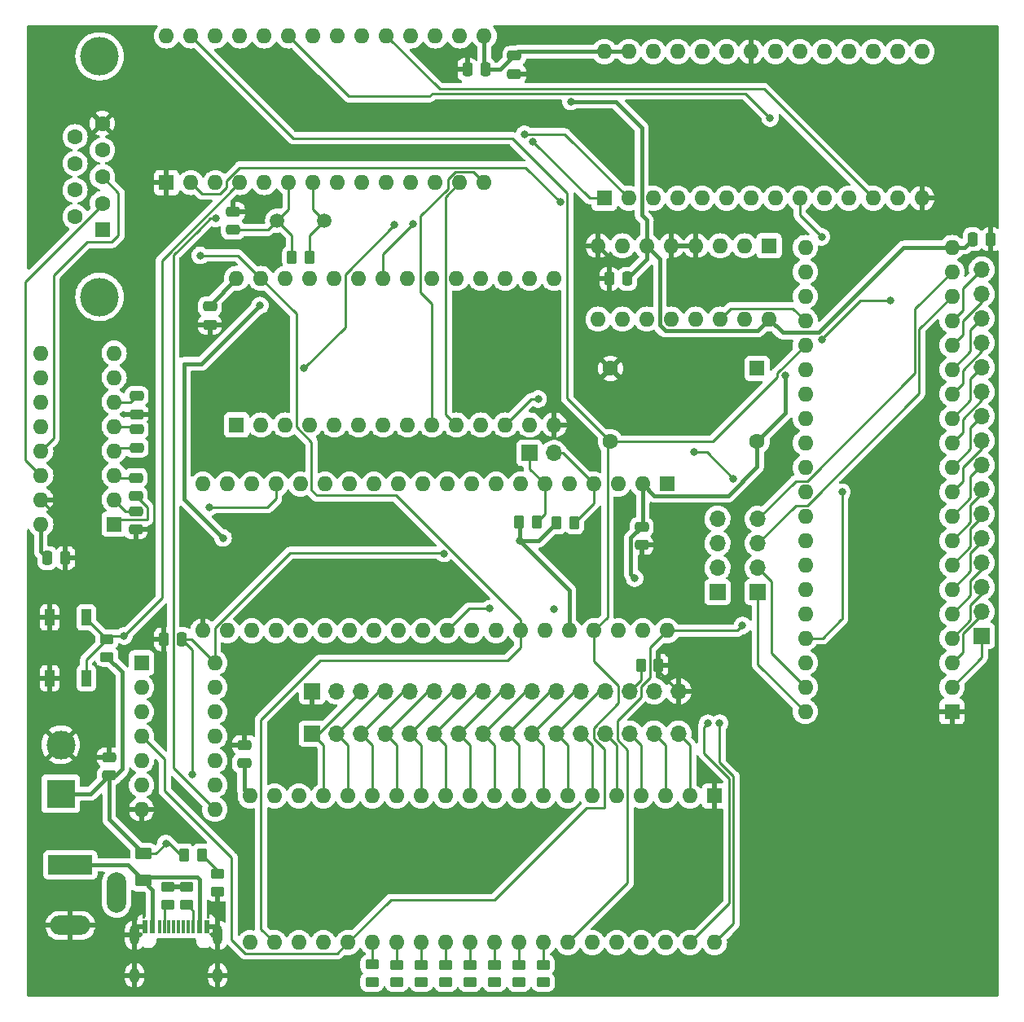
<source format=gbr>
%TF.GenerationSoftware,KiCad,Pcbnew,6.0.10-86aedd382b~118~ubuntu22.10.1*%
%TF.CreationDate,2023-07-03T20:36:25-07:00*%
%TF.ProjectId,6502v2,36353032-7632-42e6-9b69-6361645f7063,rev?*%
%TF.SameCoordinates,Original*%
%TF.FileFunction,Copper,L1,Top*%
%TF.FilePolarity,Positive*%
%FSLAX46Y46*%
G04 Gerber Fmt 4.6, Leading zero omitted, Abs format (unit mm)*
G04 Created by KiCad (PCBNEW 6.0.10-86aedd382b~118~ubuntu22.10.1) date 2023-07-03 20:36:25*
%MOMM*%
%LPD*%
G01*
G04 APERTURE LIST*
G04 Aperture macros list*
%AMRoundRect*
0 Rectangle with rounded corners*
0 $1 Rounding radius*
0 $2 $3 $4 $5 $6 $7 $8 $9 X,Y pos of 4 corners*
0 Add a 4 corners polygon primitive as box body*
4,1,4,$2,$3,$4,$5,$6,$7,$8,$9,$2,$3,0*
0 Add four circle primitives for the rounded corners*
1,1,$1+$1,$2,$3*
1,1,$1+$1,$4,$5*
1,1,$1+$1,$6,$7*
1,1,$1+$1,$8,$9*
0 Add four rect primitives between the rounded corners*
20,1,$1+$1,$2,$3,$4,$5,0*
20,1,$1+$1,$4,$5,$6,$7,0*
20,1,$1+$1,$6,$7,$8,$9,0*
20,1,$1+$1,$8,$9,$2,$3,0*%
G04 Aperture macros list end*
%TA.AperFunction,SMDPad,CuDef*%
%ADD10RoundRect,0.250000X0.450000X-0.262500X0.450000X0.262500X-0.450000X0.262500X-0.450000X-0.262500X0*%
%TD*%
%TA.AperFunction,SMDPad,CuDef*%
%ADD11RoundRect,0.250000X0.250000X0.475000X-0.250000X0.475000X-0.250000X-0.475000X0.250000X-0.475000X0*%
%TD*%
%TA.AperFunction,ComponentPad*%
%ADD12C,1.500000*%
%TD*%
%TA.AperFunction,SMDPad,CuDef*%
%ADD13RoundRect,0.250000X0.475000X-0.250000X0.475000X0.250000X-0.475000X0.250000X-0.475000X-0.250000X0*%
%TD*%
%TA.AperFunction,SMDPad,CuDef*%
%ADD14RoundRect,0.250000X-0.475000X0.250000X-0.475000X-0.250000X0.475000X-0.250000X0.475000X0.250000X0*%
%TD*%
%TA.AperFunction,ComponentPad*%
%ADD15R,1.700000X1.700000*%
%TD*%
%TA.AperFunction,ComponentPad*%
%ADD16O,1.700000X1.700000*%
%TD*%
%TA.AperFunction,SMDPad,CuDef*%
%ADD17RoundRect,0.250000X-0.262500X-0.450000X0.262500X-0.450000X0.262500X0.450000X-0.262500X0.450000X0*%
%TD*%
%TA.AperFunction,ComponentPad*%
%ADD18R,1.600000X1.600000*%
%TD*%
%TA.AperFunction,ComponentPad*%
%ADD19O,1.600000X1.600000*%
%TD*%
%TA.AperFunction,SMDPad,CuDef*%
%ADD20RoundRect,0.250000X-0.450000X0.262500X-0.450000X-0.262500X0.450000X-0.262500X0.450000X0.262500X0*%
%TD*%
%TA.AperFunction,SMDPad,CuDef*%
%ADD21RoundRect,0.250000X0.262500X0.450000X-0.262500X0.450000X-0.262500X-0.450000X0.262500X-0.450000X0*%
%TD*%
%TA.AperFunction,SMDPad,CuDef*%
%ADD22R,0.600000X1.450000*%
%TD*%
%TA.AperFunction,SMDPad,CuDef*%
%ADD23R,0.300000X1.450000*%
%TD*%
%TA.AperFunction,ComponentPad*%
%ADD24O,1.000000X2.100000*%
%TD*%
%TA.AperFunction,ComponentPad*%
%ADD25O,1.000000X1.600000*%
%TD*%
%TA.AperFunction,SMDPad,CuDef*%
%ADD26RoundRect,0.250000X0.625000X-0.375000X0.625000X0.375000X-0.625000X0.375000X-0.625000X-0.375000X0*%
%TD*%
%TA.AperFunction,ComponentPad*%
%ADD27R,3.000000X3.000000*%
%TD*%
%TA.AperFunction,ComponentPad*%
%ADD28C,3.000000*%
%TD*%
%TA.AperFunction,SMDPad,CuDef*%
%ADD29RoundRect,0.250000X-0.250000X-0.475000X0.250000X-0.475000X0.250000X0.475000X-0.250000X0.475000X0*%
%TD*%
%TA.AperFunction,ComponentPad*%
%ADD30R,4.600000X2.000000*%
%TD*%
%TA.AperFunction,ComponentPad*%
%ADD31O,4.200000X2.000000*%
%TD*%
%TA.AperFunction,ComponentPad*%
%ADD32O,2.000000X4.200000*%
%TD*%
%TA.AperFunction,ComponentPad*%
%ADD33C,1.600000*%
%TD*%
%TA.AperFunction,ComponentPad*%
%ADD34C,4.000000*%
%TD*%
%TA.AperFunction,SMDPad,CuDef*%
%ADD35R,1.000000X1.700000*%
%TD*%
%TA.AperFunction,ViaPad*%
%ADD36C,0.800000*%
%TD*%
%TA.AperFunction,Conductor*%
%ADD37C,0.250000*%
%TD*%
%TA.AperFunction,Conductor*%
%ADD38C,0.400000*%
%TD*%
G04 APERTURE END LIST*
D10*
%TO.P,D14,1,K*%
%TO.N,Net-(D14-Pad1)*%
X69450000Y-126262500D03*
%TO.P,D14,2,A*%
%TO.N,/D6*%
X69450000Y-124437500D03*
%TD*%
D11*
%TO.P,C10,1*%
%TO.N,+5V*%
X47075000Y-90600000D03*
%TO.P,C10,2*%
%TO.N,GND*%
X45175000Y-90600000D03*
%TD*%
D12*
%TO.P,1.8432 Mh,1,1*%
%TO.N,Net-(R33-Pad2)*%
X61875000Y-47075000D03*
%TO.P,1.8432 Mh,2,2*%
%TO.N,Net-(C15-Pad1)*%
X56995000Y-47075000D03*
%TD*%
D10*
%TO.P,D16,1,K*%
%TO.N,Net-(D16-Pad1)*%
X66850000Y-126250000D03*
%TO.P,D16,2,A*%
%TO.N,/D7*%
X66850000Y-124425000D03*
%TD*%
%TO.P,D4,1,K*%
%TO.N,Net-(D4-Pad1)*%
X82130000Y-126265000D03*
%TO.P,D4,2,A*%
%TO.N,/D1*%
X82130000Y-124440000D03*
%TD*%
D13*
%TO.P,C8,1*%
%TO.N,+5V*%
X39525000Y-104750000D03*
%TO.P,C8,2*%
%TO.N,GND*%
X39525000Y-102850000D03*
%TD*%
D10*
%TO.P,D12,1,K*%
%TO.N,Net-(D12-Pad1)*%
X71975000Y-126262500D03*
%TO.P,D12,2,A*%
%TO.N,/D5*%
X71975000Y-124437500D03*
%TD*%
D14*
%TO.P,C14,1*%
%TO.N,Net-(C14-Pad1)*%
X42300000Y-77300000D03*
%TO.P,C14,2*%
%TO.N,GND*%
X42300000Y-79200000D03*
%TD*%
D15*
%TO.P,GPIO,1,Pin_1*%
%TO.N,/VIA/LCD PB7*%
X60600000Y-100425000D03*
D16*
%TO.P,GPIO,2,Pin_2*%
%TO.N,/VIA/LCD PB6*%
X63140000Y-100425000D03*
%TO.P,GPIO,3,Pin_3*%
%TO.N,/VIA/LCD PB5*%
X65680000Y-100425000D03*
%TO.P,GPIO,4,Pin_4*%
%TO.N,/VIA/LCD PB4*%
X68220000Y-100425000D03*
%TO.P,GPIO,5,Pin_5*%
%TO.N,/VIA/LCD PB3*%
X70760000Y-100425000D03*
%TO.P,GPIO,6,Pin_6*%
%TO.N,/VIA/LCD PB2*%
X73300000Y-100425000D03*
%TO.P,GPIO,7,Pin_7*%
%TO.N,/VIA/LCD PB1*%
X75840000Y-100425000D03*
%TO.P,GPIO,8,Pin_8*%
%TO.N,/VIA/LCD PB0*%
X78380000Y-100425000D03*
%TO.P,GPIO,9,Pin_9*%
%TO.N,/VIA/LCD PA7*%
X80920000Y-100425000D03*
%TO.P,GPIO,10,Pin_10*%
%TO.N,/VIA/LCD PA6*%
X83460000Y-100425000D03*
%TO.P,GPIO,11,Pin_11*%
%TO.N,/VIA/LCD PA5*%
X86000000Y-100425000D03*
%TO.P,GPIO,12,Pin_12*%
%TO.N,/VIA/LCD PA4*%
X88540000Y-100425000D03*
%TO.P,GPIO,13,Pin_13*%
%TO.N,/VIA/LCD PA3*%
X91080000Y-100425000D03*
%TO.P,GPIO,14,Pin_14*%
%TO.N,/VIA/LCD PA2*%
X93620000Y-100425000D03*
%TO.P,GPIO,15,Pin_15*%
%TO.N,/VIA/LCD PA1*%
X96160000Y-100425000D03*
%TO.P,GPIO,16,Pin_16*%
%TO.N,/VIA/LCD PA0*%
X98700000Y-100425000D03*
%TD*%
D13*
%TO.P,C11,1*%
%TO.N,Net-(C11-Pad1)*%
X42300000Y-75700000D03*
%TO.P,C11,2*%
%TO.N,Net-(C11-Pad2)*%
X42300000Y-73800000D03*
%TD*%
%TO.P,C15,1*%
%TO.N,Net-(C15-Pad1)*%
X52400000Y-48050000D03*
%TO.P,C15,2*%
%TO.N,GND*%
X52400000Y-46150000D03*
%TD*%
D15*
%TO.P,NMI,1,Pin_1*%
%TO.N,/CPU/NMI*%
X83225000Y-71250000D03*
D16*
%TO.P,NMI,2,Pin_2*%
%TO.N,/IRQ*%
X85765000Y-71250000D03*
%TD*%
D17*
%TO.P,R30,1*%
%TO.N,+5V*%
X86037500Y-78500000D03*
%TO.P,R30,2*%
%TO.N,/IRQ*%
X87862500Y-78500000D03*
%TD*%
D14*
%TO.P,C13,1*%
%TO.N,Net-(C13-Pad1)*%
X42400000Y-65300000D03*
%TO.P,C13,2*%
%TO.N,GND*%
X42400000Y-67200000D03*
%TD*%
D18*
%TO.P,65C22,1,VSS*%
%TO.N,GND*%
X102450000Y-106900000D03*
D19*
%TO.P,65C22,2,PA0*%
%TO.N,/VIA/LCD PA0*%
X99910000Y-106900000D03*
%TO.P,65C22,3,PA1*%
%TO.N,/VIA/LCD PA1*%
X97370000Y-106900000D03*
%TO.P,65C22,4,PA2*%
%TO.N,/VIA/LCD PA2*%
X94830000Y-106900000D03*
%TO.P,65C22,5,PA3*%
%TO.N,/VIA/LCD PA3*%
X92290000Y-106900000D03*
%TO.P,65C22,6,PA4*%
%TO.N,/VIA/LCD PA4*%
X89750000Y-106900000D03*
%TO.P,65C22,7,PA5*%
%TO.N,/VIA/LCD PA5*%
X87210000Y-106900000D03*
%TO.P,65C22,8,PA6*%
%TO.N,/VIA/LCD PA6*%
X84670000Y-106900000D03*
%TO.P,65C22,9,PA7*%
%TO.N,/VIA/LCD PA7*%
X82130000Y-106900000D03*
%TO.P,65C22,10,PB0*%
%TO.N,/VIA/LCD PB0*%
X79590000Y-106900000D03*
%TO.P,65C22,11,PB1*%
%TO.N,/VIA/LCD PB1*%
X77050000Y-106900000D03*
%TO.P,65C22,12,PB2*%
%TO.N,/VIA/LCD PB2*%
X74510000Y-106900000D03*
%TO.P,65C22,13,PB3*%
%TO.N,/VIA/LCD PB3*%
X71970000Y-106900000D03*
%TO.P,65C22,14,PB4*%
%TO.N,/VIA/LCD PB4*%
X69430000Y-106900000D03*
%TO.P,65C22,15,PB5*%
%TO.N,/VIA/LCD PB5*%
X66890000Y-106900000D03*
%TO.P,65C22,16,PB6*%
%TO.N,/VIA/LCD PB6*%
X64350000Y-106900000D03*
%TO.P,65C22,17,PB7*%
%TO.N,/VIA/LCD PB7*%
X61810000Y-106900000D03*
%TO.P,65C22,18,CB1*%
%TO.N,/VIA/LCD CB1*%
X59270000Y-106900000D03*
%TO.P,65C22,19,CB2*%
%TO.N,/VIA/LCD CB2*%
X56730000Y-106900000D03*
%TO.P,65C22,20,VCC*%
%TO.N,+5V*%
X54190000Y-106900000D03*
%TO.P,65C22,21,~{IRQ}*%
%TO.N,unconnected-(U6-Pad21)*%
X54190000Y-122140000D03*
%TO.P,65C22,22,R/~{W}*%
%TO.N,/R{slash}W*%
X56730000Y-122140000D03*
%TO.P,65C22,23,~{CS2}*%
%TO.N,/I{slash}O ~{Enable}*%
X59270000Y-122140000D03*
%TO.P,65C22,24,CS1*%
%TO.N,/LCD C22 Enable*%
X61810000Y-122140000D03*
%TO.P,65C22,25,\u03D52*%
%TO.N,/Clk*%
X64350000Y-122140000D03*
%TO.P,65C22,26,D7*%
%TO.N,/D7*%
X66890000Y-122140000D03*
%TO.P,65C22,27,D6*%
%TO.N,/D6*%
X69430000Y-122140000D03*
%TO.P,65C22,28,D5*%
%TO.N,/D5*%
X71970000Y-122140000D03*
%TO.P,65C22,29,D4*%
%TO.N,/D4*%
X74510000Y-122140000D03*
%TO.P,65C22,30,D3*%
%TO.N,/D3*%
X77050000Y-122140000D03*
%TO.P,65C22,31,D2*%
%TO.N,/D2*%
X79590000Y-122140000D03*
%TO.P,65C22,32,D1*%
%TO.N,/D1*%
X82130000Y-122140000D03*
%TO.P,65C22,33,D0*%
%TO.N,/D0*%
X84670000Y-122140000D03*
%TO.P,65C22,34,~{RES}*%
%TO.N,/Reset*%
X87210000Y-122140000D03*
%TO.P,65C22,35,RS3*%
%TO.N,/A3*%
X89750000Y-122140000D03*
%TO.P,65C22,36,RS2*%
%TO.N,/A2*%
X92290000Y-122140000D03*
%TO.P,65C22,37,RS1*%
%TO.N,/A1*%
X94830000Y-122140000D03*
%TO.P,65C22,38,RS0*%
%TO.N,/A0*%
X97370000Y-122140000D03*
%TO.P,65C22,39,CA2*%
%TO.N,/VIA/LCD CA2*%
X99910000Y-122140000D03*
%TO.P,65C22,40,CA1*%
%TO.N,/VIA/LCD CA1*%
X102450000Y-122140000D03*
%TD*%
D20*
%TO.P,R3,1*%
%TO.N,N/C*%
X50800000Y-115015000D03*
%TO.P,R3,2*%
%TO.N,GND*%
X50800000Y-116840000D03*
%TD*%
D10*
%TO.P,R31,1*%
%TO.N,+5V*%
X39300000Y-92425000D03*
%TO.P,R31,2*%
%TO.N,/Reset*%
X39300000Y-90600000D03*
%TD*%
D11*
%TO.P,C1,1*%
%TO.N,+5V*%
X78650000Y-31375000D03*
%TO.P,C1,2*%
%TO.N,GND*%
X76750000Y-31375000D03*
%TD*%
%TO.P,C6,1*%
%TO.N,+5V*%
X93400000Y-53125000D03*
%TO.P,C6,2*%
%TO.N,GND*%
X91500000Y-53125000D03*
%TD*%
D21*
%TO.P,D1,1,K*%
%TO.N,N/C*%
X49172500Y-113030000D03*
%TO.P,D1,2,A*%
%TO.N,+5V*%
X47347500Y-113030000D03*
%TD*%
D10*
%TO.P,D2,1,K*%
%TO.N,Net-(D2-Pad1)*%
X84650000Y-126262500D03*
%TO.P,D2,2,A*%
%TO.N,/D0*%
X84650000Y-124437500D03*
%TD*%
D15*
%TO.P,J8,1,Pin_1*%
%TO.N,/VIA/LCD CA1*%
X102750000Y-85700000D03*
D16*
%TO.P,J8,2,Pin_2*%
%TO.N,/VIA/LCD CA2*%
X102750000Y-83160000D03*
%TO.P,J8,3,Pin_3*%
%TO.N,/VIA/LCD CB1*%
X102750000Y-80620000D03*
%TO.P,J8,4,Pin_4*%
%TO.N,/VIA/LCD CB2*%
X102750000Y-78080000D03*
%TD*%
D22*
%TO.P,USB1,1,GND*%
%TO.N,GND*%
X43275000Y-120455000D03*
%TO.P,USB1,2,VBUS*%
%TO.N,VCC*%
X44050000Y-120455000D03*
D23*
%TO.P,USB1,3,SBU2*%
%TO.N,unconnected-(USB1-Pad3)*%
X44750000Y-120455000D03*
%TO.P,USB1,4,CC1*%
%TO.N,Net-(R1-Pad1)*%
X45250000Y-120455000D03*
%TO.P,USB1,5,DN2*%
%TO.N,unconnected-(USB1-Pad5)*%
X45750000Y-120455000D03*
%TO.P,USB1,6,DP1*%
%TO.N,unconnected-(USB1-Pad6)*%
X46250000Y-120455000D03*
%TO.P,USB1,7,DN1*%
%TO.N,unconnected-(USB1-Pad7)*%
X46750000Y-120455000D03*
%TO.P,USB1,8,DP2*%
%TO.N,unconnected-(USB1-Pad8)*%
X47250000Y-120455000D03*
%TO.P,USB1,9,SBU1*%
%TO.N,unconnected-(USB1-Pad9)*%
X47750000Y-120455000D03*
%TO.P,USB1,10,CC2*%
%TO.N,Net-(R2-Pad1)*%
X48250000Y-120455000D03*
D22*
%TO.P,USB1,11,VBUS*%
%TO.N,VCC*%
X48950000Y-120455000D03*
%TO.P,USB1,12,GND*%
%TO.N,GND*%
X49725000Y-120455000D03*
D24*
%TO.P,USB1,13,SHIELD*%
X50820000Y-121370000D03*
X42180000Y-121370000D03*
D25*
X42180000Y-125550000D03*
X50820000Y-125550000D03*
%TD*%
D14*
%TO.P,C4,1*%
%TO.N,+5V*%
X94875000Y-78925000D03*
%TO.P,C4,2*%
%TO.N,GND*%
X94875000Y-80825000D03*
%TD*%
D26*
%TO.P,Fuse,1*%
%TO.N,VCC*%
X43100000Y-115700000D03*
%TO.P,Fuse,2*%
%TO.N,+5V*%
X43100000Y-112900000D03*
%TD*%
D15*
%TO.P,LCD Header,1,Pin_1*%
%TO.N,GND*%
X60623000Y-96022000D03*
D16*
%TO.P,LCD Header,2,Pin_2*%
%TO.N,+5V*%
X63163000Y-96022000D03*
%TO.P,LCD Header,3,Pin_3*%
%TO.N,/VIA/LCD PB7*%
X65703000Y-96022000D03*
%TO.P,LCD Header,4,Pin_4*%
%TO.N,/VIA/LCD PB6*%
X68243000Y-96022000D03*
%TO.P,LCD Header,5,Pin_5*%
%TO.N,/VIA/LCD PB5*%
X70783000Y-96022000D03*
%TO.P,LCD Header,6,Pin_6*%
%TO.N,/VIA/LCD PB4*%
X73323000Y-96022000D03*
%TO.P,LCD Header,7,Pin_7*%
%TO.N,/VIA/LCD PB3*%
X75863000Y-96022000D03*
%TO.P,LCD Header,8,Pin_8*%
%TO.N,/VIA/LCD PB2*%
X78403000Y-96022000D03*
%TO.P,LCD Header,9,Pin_9*%
%TO.N,/VIA/LCD PB1*%
X80943000Y-96022000D03*
%TO.P,LCD Header,10,Pin_10*%
%TO.N,/VIA/LCD PB0*%
X83483000Y-96022000D03*
%TO.P,LCD Header,11,Pin_11*%
%TO.N,/VIA/LCD PA7*%
X86023000Y-96022000D03*
%TO.P,LCD Header,12,Pin_12*%
%TO.N,/VIA/LCD PA6*%
X88563000Y-96022000D03*
%TO.P,LCD Header,13,Pin_13*%
%TO.N,/VIA/LCD PA5*%
X91103000Y-96022000D03*
%TO.P,LCD Header,14,Pin_14*%
%TO.N,Net-(J7-Pad14)*%
X93643000Y-96022000D03*
%TO.P,LCD Header,15,Pin_15*%
%TO.N,+5V*%
X96183000Y-96022000D03*
%TO.P,LCD Header,16,Pin_16*%
%TO.N,GND*%
X98723000Y-96022000D03*
%TD*%
D18*
%TO.P,74HC00,1*%
%TO.N,unconnected-(U1-Pad1)*%
X42900000Y-93050000D03*
D19*
%TO.P,74HC00,2*%
%TO.N,unconnected-(U1-Pad2)*%
X42900000Y-95590000D03*
%TO.P,74HC00,3*%
%TO.N,unconnected-(U1-Pad3)*%
X42900000Y-98130000D03*
%TO.P,74HC00,4*%
%TO.N,/Clk*%
X42900000Y-100670000D03*
%TO.P,74HC00,5*%
%TO.N,/~{A15}*%
X42900000Y-103210000D03*
%TO.P,74HC00,6*%
%TO.N,/RAM ~{CS}*%
X42900000Y-105750000D03*
%TO.P,74HC00,7,GND*%
%TO.N,GND*%
X42900000Y-108290000D03*
%TO.P,74HC00,8*%
%TO.N,/I{slash}O ~{Enable}*%
X50520000Y-108290000D03*
%TO.P,74HC00,9*%
%TO.N,/A14*%
X50520000Y-105750000D03*
%TO.P,74HC00,10*%
%TO.N,/~{A15}*%
X50520000Y-103210000D03*
%TO.P,74HC00,11*%
X50520000Y-100670000D03*
%TO.P,74HC00,12*%
%TO.N,/A15*%
X50520000Y-98130000D03*
%TO.P,74HC00,13*%
X50520000Y-95590000D03*
%TO.P,74HC00,14,VCC*%
%TO.N,+5V*%
X50520000Y-93050000D03*
%TD*%
D13*
%TO.P,C12,1*%
%TO.N,Net-(C12-Pad1)*%
X42400000Y-70700000D03*
%TO.P,C12,2*%
%TO.N,Net-(C12-Pad2)*%
X42400000Y-68800000D03*
%TD*%
D17*
%TO.P,R32,1*%
%TO.N,Net-(J7-Pad14)*%
X94800000Y-93300000D03*
%TO.P,R32,2*%
%TO.N,GND*%
X96625000Y-93300000D03*
%TD*%
D27*
%TO.P,J1,1,Pin_1*%
%TO.N,+5V*%
X34500000Y-106650000D03*
D28*
%TO.P,J1,2,Pin_2*%
%TO.N,GND*%
X34500000Y-101570000D03*
%TD*%
D29*
%TO.P,C9,1*%
%TO.N,+5V*%
X129275000Y-49025000D03*
%TO.P,C9,2*%
%TO.N,GND*%
X131175000Y-49025000D03*
%TD*%
D10*
%TO.P,D8,1,K*%
%TO.N,Net-(D8-Pad1)*%
X77040000Y-126265000D03*
%TO.P,D8,2,A*%
%TO.N,/D3*%
X77040000Y-124440000D03*
%TD*%
D14*
%TO.P,C3,1*%
%TO.N,+5V*%
X81650000Y-29925000D03*
%TO.P,C3,2*%
%TO.N,GND*%
X81650000Y-31825000D03*
%TD*%
D30*
%TO.P,5v,1*%
%TO.N,VCC*%
X35500000Y-114050000D03*
D31*
%TO.P,5v,2*%
%TO.N,GND*%
X35500000Y-120350000D03*
D32*
%TO.P,5v,3*%
%TO.N,N/C*%
X40300000Y-116950000D03*
%TD*%
D18*
%TO.P,RAM,1,A14*%
%TO.N,/A14*%
X52775000Y-68325000D03*
D19*
%TO.P,RAM,2,A12*%
%TO.N,/A12*%
X55315000Y-68325000D03*
%TO.P,RAM,3,A7*%
%TO.N,/A7*%
X57855000Y-68325000D03*
%TO.P,RAM,4,A6*%
%TO.N,/A6*%
X60395000Y-68325000D03*
%TO.P,RAM,5,A5*%
%TO.N,/A5*%
X62935000Y-68325000D03*
%TO.P,RAM,6,A4*%
%TO.N,/A4*%
X65475000Y-68325000D03*
%TO.P,RAM,7,A3*%
%TO.N,/A3*%
X68015000Y-68325000D03*
%TO.P,RAM,8,A2*%
%TO.N,/A2*%
X70555000Y-68325000D03*
%TO.P,RAM,9,A1*%
%TO.N,/A1*%
X73095000Y-68325000D03*
%TO.P,RAM,10,A0*%
%TO.N,/A0*%
X75635000Y-68325000D03*
%TO.P,RAM,11,Q0*%
%TO.N,/D0*%
X78175000Y-68325000D03*
%TO.P,RAM,12,Q1*%
%TO.N,/D1*%
X80715000Y-68325000D03*
%TO.P,RAM,13,Q2*%
%TO.N,/D2*%
X83255000Y-68325000D03*
%TO.P,RAM,14,GND*%
%TO.N,GND*%
X85795000Y-68325000D03*
%TO.P,RAM,15,Q3*%
%TO.N,/D3*%
X85795000Y-53085000D03*
%TO.P,RAM,16,Q4*%
%TO.N,/D4*%
X83255000Y-53085000D03*
%TO.P,RAM,17,Q5*%
%TO.N,/D5*%
X80715000Y-53085000D03*
%TO.P,RAM,18,Q6*%
%TO.N,/D6*%
X78175000Y-53085000D03*
%TO.P,RAM,19,Q7*%
%TO.N,/D7*%
X75635000Y-53085000D03*
%TO.P,RAM,20,~{CS}*%
%TO.N,/RAM ~{CS}*%
X73095000Y-53085000D03*
%TO.P,RAM,21,A10*%
%TO.N,/A10*%
X70555000Y-53085000D03*
%TO.P,RAM,22,~{OE}*%
%TO.N,/A14*%
X68015000Y-53085000D03*
%TO.P,RAM,23,A11*%
%TO.N,/A11*%
X65475000Y-53085000D03*
%TO.P,RAM,24,A9*%
%TO.N,/A9*%
X62935000Y-53085000D03*
%TO.P,RAM,25,A8*%
%TO.N,/A8*%
X60395000Y-53085000D03*
%TO.P,RAM,26,A13*%
%TO.N,/A13*%
X57855000Y-53085000D03*
%TO.P,RAM,27,~{WE}*%
%TO.N,/R{slash}W*%
X55315000Y-53085000D03*
%TO.P,RAM,28,VCC*%
%TO.N,+5V*%
X52775000Y-53085000D03*
%TD*%
D29*
%TO.P,C2,1*%
%TO.N,+5V*%
X33100000Y-82150000D03*
%TO.P,C2,2*%
%TO.N,GND*%
X35000000Y-82150000D03*
%TD*%
D18*
%TO.P,65C51,1,VSS*%
%TO.N,GND*%
X45500000Y-43125000D03*
D19*
%TO.P,65C51,2,CS1*%
%TO.N,/Serial Enable*%
X48040000Y-43125000D03*
%TO.P,65C51,3,~{CS2}*%
%TO.N,/I{slash}O ~{Enable}*%
X50580000Y-43125000D03*
%TO.P,65C51,4,~{RES}*%
%TO.N,/Reset*%
X53120000Y-43125000D03*
%TO.P,65C51,5,RxC*%
%TO.N,unconnected-(U8-Pad5)*%
X55660000Y-43125000D03*
%TO.P,65C51,6,XTAL1*%
%TO.N,Net-(C15-Pad1)*%
X58200000Y-43125000D03*
%TO.P,65C51,7,XTAL2*%
%TO.N,Net-(R33-Pad2)*%
X60740000Y-43125000D03*
%TO.P,65C51,8,~{RTS}*%
%TO.N,unconnected-(U8-Pad8)*%
X63280000Y-43125000D03*
%TO.P,65C51,9,~{CTS}*%
%TO.N,unconnected-(U8-Pad9)*%
X65820000Y-43125000D03*
%TO.P,65C51,10,TxD*%
%TO.N,/Serial/T1IN*%
X68360000Y-43125000D03*
%TO.P,65C51,11,~{DTR}*%
%TO.N,unconnected-(U8-Pad11)*%
X70900000Y-43125000D03*
%TO.P,65C51,12,RxD*%
%TO.N,/Serial/R1OUT*%
X73440000Y-43125000D03*
%TO.P,65C51,13,RS0*%
%TO.N,/A0*%
X75980000Y-43125000D03*
%TO.P,65C51,14,RS1*%
%TO.N,/A1*%
X78520000Y-43125000D03*
%TO.P,65C51,15,VCC*%
%TO.N,+5V*%
X78520000Y-27885000D03*
%TO.P,65C51,16,~{DCD}*%
%TO.N,unconnected-(U8-Pad16)*%
X75980000Y-27885000D03*
%TO.P,65C51,17,~{DSR}*%
%TO.N,unconnected-(U8-Pad17)*%
X73440000Y-27885000D03*
%TO.P,65C51,18,D0*%
%TO.N,/D0*%
X70900000Y-27885000D03*
%TO.P,65C51,19,D1*%
%TO.N,/D1*%
X68360000Y-27885000D03*
%TO.P,65C51,20,D2*%
%TO.N,/D2*%
X65820000Y-27885000D03*
%TO.P,65C51,21,D3*%
%TO.N,/D3*%
X63280000Y-27885000D03*
%TO.P,65C51,22,D4*%
%TO.N,/D4*%
X60740000Y-27885000D03*
%TO.P,65C51,23,D5*%
%TO.N,/D5*%
X58200000Y-27885000D03*
%TO.P,65C51,24,D6*%
%TO.N,/D6*%
X55660000Y-27885000D03*
%TO.P,65C51,25,D7*%
%TO.N,/D7*%
X53120000Y-27885000D03*
%TO.P,65C51,26,~{IRQ}*%
%TO.N,unconnected-(U8-Pad26)*%
X50580000Y-27885000D03*
%TO.P,65C51,27,\u03D52*%
%TO.N,/Clk*%
X48040000Y-27885000D03*
%TO.P,65C51,28,R/~{W}*%
%TO.N,/R{slash}W*%
X45500000Y-27885000D03*
%TD*%
D18*
%TO.P,1Mh,1,NC*%
%TO.N,unconnected-(X1-Pad1)*%
X106870000Y-62440000D03*
D33*
%TO.P,1Mh,7,GND*%
%TO.N,GND*%
X91630000Y-62440000D03*
%TO.P,1Mh,8,OUT*%
%TO.N,/Clk*%
X91630000Y-70060000D03*
%TO.P,1Mh,14,Vcc*%
%TO.N,+5V*%
X106870000Y-70060000D03*
%TD*%
D10*
%TO.P,R1,1*%
%TO.N,Net-(R1-Pad1)*%
X45650000Y-118187500D03*
%TO.P,R1,2*%
%TO.N,GND*%
X45650000Y-116362500D03*
%TD*%
D18*
%TO.P,74HC238,1,A0*%
%TO.N,/A4*%
X108125000Y-49700000D03*
D19*
%TO.P,74HC238,2,A1*%
%TO.N,/A5*%
X105585000Y-49700000D03*
%TO.P,74HC238,3,A2*%
%TO.N,/A6*%
X103045000Y-49700000D03*
%TO.P,74HC238,4,~{E1}*%
%TO.N,GND*%
X100505000Y-49700000D03*
%TO.P,74HC238,5,~{E2}*%
X97965000Y-49700000D03*
%TO.P,74HC238,6,E3*%
%TO.N,+5V*%
X95425000Y-49700000D03*
%TO.P,74HC238,7,Y7*%
%TO.N,unconnected-(U2-Pad7)*%
X92885000Y-49700000D03*
%TO.P,74HC238,8,GND*%
%TO.N,GND*%
X90345000Y-49700000D03*
%TO.P,74HC238,9,Y6*%
%TO.N,unconnected-(U2-Pad9)*%
X90345000Y-57320000D03*
%TO.P,74HC238,10,Y5*%
%TO.N,unconnected-(U2-Pad10)*%
X92885000Y-57320000D03*
%TO.P,74HC238,11,Y4*%
%TO.N,/Serial Enable*%
X95425000Y-57320000D03*
%TO.P,74HC238,12,Y3*%
%TO.N,unconnected-(U2-Pad12)*%
X97965000Y-57320000D03*
%TO.P,74HC238,13,Y2*%
%TO.N,/LCD C22 Enable*%
X100505000Y-57320000D03*
%TO.P,74HC238,14,Y1*%
%TO.N,/C22 Enable*%
X103045000Y-57320000D03*
%TO.P,74HC238,15,Y0*%
%TO.N,unconnected-(U2-Pad15)*%
X105585000Y-57320000D03*
%TO.P,74HC238,16,VCC*%
%TO.N,+5V*%
X108125000Y-57320000D03*
%TD*%
D14*
%TO.P,C7,1*%
%TO.N,+5V*%
X50000000Y-56000000D03*
%TO.P,C7,2*%
%TO.N,GND*%
X50000000Y-57900000D03*
%TD*%
D17*
%TO.P,R33,1*%
%TO.N,Net-(C15-Pad1)*%
X58537500Y-50900000D03*
%TO.P,R33,2*%
%TO.N,Net-(R33-Pad2)*%
X60362500Y-50900000D03*
%TD*%
D13*
%TO.P,C5,1*%
%TO.N,+5V*%
X53550000Y-103475000D03*
%TO.P,C5,2*%
%TO.N,GND*%
X53550000Y-101575000D03*
%TD*%
D18*
%TO.P,65C22,1,VSS*%
%TO.N,GND*%
X127125000Y-98125000D03*
D19*
%TO.P,65C22,2,PA0*%
%TO.N,/VIA/PA0*%
X127125000Y-95585000D03*
%TO.P,65C22,3,PA1*%
%TO.N,/VIA/PA1*%
X127125000Y-93045000D03*
%TO.P,65C22,4,PA2*%
%TO.N,/VIA/PA2*%
X127125000Y-90505000D03*
%TO.P,65C22,5,PA3*%
%TO.N,/VIA/PA3*%
X127125000Y-87965000D03*
%TO.P,65C22,6,PA4*%
%TO.N,/VIA/PA4*%
X127125000Y-85425000D03*
%TO.P,65C22,7,PA5*%
%TO.N,/VIA/PA5*%
X127125000Y-82885000D03*
%TO.P,65C22,8,PA6*%
%TO.N,/VIA/PA6*%
X127125000Y-80345000D03*
%TO.P,65C22,9,PA7*%
%TO.N,/VIA/PA7*%
X127125000Y-77805000D03*
%TO.P,65C22,10,PB0*%
%TO.N,/VIA/PB0*%
X127125000Y-75265000D03*
%TO.P,65C22,11,PB1*%
%TO.N,/VIA/PB1*%
X127125000Y-72725000D03*
%TO.P,65C22,12,PB2*%
%TO.N,/VIA/PB2*%
X127125000Y-70185000D03*
%TO.P,65C22,13,PB3*%
%TO.N,/VIA/PB3*%
X127125000Y-67645000D03*
%TO.P,65C22,14,PB4*%
%TO.N,/VIA/PB4*%
X127125000Y-65105000D03*
%TO.P,65C22,15,PB5*%
%TO.N,/VIA/PB5*%
X127125000Y-62565000D03*
%TO.P,65C22,16,PB6*%
%TO.N,/VIA/PB6*%
X127125000Y-60025000D03*
%TO.P,65C22,17,PB7*%
%TO.N,/VIA/PB7*%
X127125000Y-57485000D03*
%TO.P,65C22,18,CB1*%
%TO.N,/VIA/CB1*%
X127125000Y-54945000D03*
%TO.P,65C22,19,CB2*%
%TO.N,/VIA/CB2*%
X127125000Y-52405000D03*
%TO.P,65C22,20,VCC*%
%TO.N,+5V*%
X127125000Y-49865000D03*
%TO.P,65C22,21,~{IRQ}*%
%TO.N,/IRQ*%
X111885000Y-49865000D03*
%TO.P,65C22,22,R/~{W}*%
%TO.N,/R{slash}W*%
X111885000Y-52405000D03*
%TO.P,65C22,23,~{CS2}*%
%TO.N,/I{slash}O ~{Enable}*%
X111885000Y-54945000D03*
%TO.P,65C22,24,CS1*%
%TO.N,/C22 Enable*%
X111885000Y-57485000D03*
%TO.P,65C22,25,\u03D52*%
%TO.N,/Clk*%
X111885000Y-60025000D03*
%TO.P,65C22,26,D7*%
%TO.N,/D7*%
X111885000Y-62565000D03*
%TO.P,65C22,27,D6*%
%TO.N,/D6*%
X111885000Y-65105000D03*
%TO.P,65C22,28,D5*%
%TO.N,/D5*%
X111885000Y-67645000D03*
%TO.P,65C22,29,D4*%
%TO.N,/D4*%
X111885000Y-70185000D03*
%TO.P,65C22,30,D3*%
%TO.N,/D3*%
X111885000Y-72725000D03*
%TO.P,65C22,31,D2*%
%TO.N,/D2*%
X111885000Y-75265000D03*
%TO.P,65C22,32,D1*%
%TO.N,/D1*%
X111885000Y-77805000D03*
%TO.P,65C22,33,D0*%
%TO.N,/D0*%
X111885000Y-80345000D03*
%TO.P,65C22,34,~{RES}*%
%TO.N,/Reset*%
X111885000Y-82885000D03*
%TO.P,65C22,35,RS3*%
%TO.N,/A3*%
X111885000Y-85425000D03*
%TO.P,65C22,36,RS2*%
%TO.N,/A2*%
X111885000Y-87965000D03*
%TO.P,65C22,37,RS1*%
%TO.N,/A1*%
X111885000Y-90505000D03*
%TO.P,65C22,38,RS0*%
%TO.N,/A0*%
X111885000Y-93045000D03*
%TO.P,65C22,39,CA2*%
%TO.N,/VIA/CA2*%
X111885000Y-95585000D03*
%TO.P,65C22,40,CA1*%
%TO.N,/VIA/CA1*%
X111885000Y-98125000D03*
%TD*%
D10*
%TO.P,D6,1,K*%
%TO.N,Net-(D6-Pad1)*%
X79590000Y-126265000D03*
%TO.P,D6,2,A*%
%TO.N,/D2*%
X79590000Y-124440000D03*
%TD*%
D18*
%TO.P,MAX232,1,C1+*%
%TO.N,Net-(C11-Pad1)*%
X40050000Y-78625000D03*
D19*
%TO.P,MAX232,2,VS+*%
%TO.N,Net-(C14-Pad1)*%
X40050000Y-76085000D03*
%TO.P,MAX232,3,C1-*%
%TO.N,Net-(C11-Pad2)*%
X40050000Y-73545000D03*
%TO.P,MAX232,4,C2+*%
%TO.N,Net-(C12-Pad1)*%
X40050000Y-71005000D03*
%TO.P,MAX232,5,C2-*%
%TO.N,Net-(C12-Pad2)*%
X40050000Y-68465000D03*
%TO.P,MAX232,6,VS-*%
%TO.N,Net-(C13-Pad1)*%
X40050000Y-65925000D03*
%TO.P,MAX232,7,T2OUT*%
%TO.N,unconnected-(U7-Pad7)*%
X40050000Y-63385000D03*
%TO.P,MAX232,8,R2IN*%
%TO.N,unconnected-(U7-Pad8)*%
X40050000Y-60845000D03*
%TO.P,MAX232,9,R2OUT*%
%TO.N,unconnected-(U7-Pad9)*%
X32430000Y-60845000D03*
%TO.P,MAX232,10,T2IN*%
%TO.N,unconnected-(U7-Pad10)*%
X32430000Y-63385000D03*
%TO.P,MAX232,11,T1IN*%
%TO.N,/Serial/T1IN*%
X32430000Y-65925000D03*
%TO.P,MAX232,12,R1OUT*%
%TO.N,/Serial/R1OUT*%
X32430000Y-68465000D03*
%TO.P,MAX232,13,R1IN*%
%TO.N,/Serial/R1IN*%
X32430000Y-71005000D03*
%TO.P,MAX232,14,T1OUT*%
%TO.N,/Serial/T1OUT*%
X32430000Y-73545000D03*
%TO.P,MAX232,15,GND*%
%TO.N,GND*%
X32430000Y-76085000D03*
%TO.P,MAX232,16,VCC*%
%TO.N,+5V*%
X32430000Y-78625000D03*
%TD*%
D17*
%TO.P,R29,1*%
%TO.N,+5V*%
X82125000Y-78450000D03*
%TO.P,R29,2*%
%TO.N,/CPU/NMI*%
X83950000Y-78450000D03*
%TD*%
D34*
%TO.P,J9,0*%
%TO.N,N/C*%
X38530331Y-55010000D03*
X38530331Y-30010000D03*
D18*
%TO.P,J9,1,1*%
%TO.N,unconnected-(J9-Pad1)*%
X38830331Y-48050000D03*
D33*
%TO.P,J9,2,2*%
%TO.N,/Serial/T1OUT*%
X38830331Y-45280000D03*
%TO.P,J9,3,3*%
%TO.N,/Serial/R1IN*%
X38830331Y-42510000D03*
%TO.P,J9,4,4*%
%TO.N,unconnected-(J9-Pad4)*%
X38830331Y-39740000D03*
%TO.P,J9,5,5*%
%TO.N,GND*%
X38830331Y-36970000D03*
%TO.P,J9,6,6*%
%TO.N,unconnected-(J9-Pad6)*%
X35990331Y-46665000D03*
%TO.P,J9,7,7*%
%TO.N,unconnected-(J9-Pad7)*%
X35990331Y-43895000D03*
%TO.P,J9,8,8*%
%TO.N,unconnected-(J9-Pad8)*%
X35990331Y-41125000D03*
%TO.P,J9,9,9*%
%TO.N,unconnected-(J9-Pad9)*%
X35990331Y-38355000D03*
%TD*%
D35*
%TO.P,Reset,1,1*%
%TO.N,GND*%
X33350000Y-88350000D03*
X33350000Y-94650000D03*
%TO.P,Reset,2,2*%
%TO.N,/Reset*%
X37150000Y-94650000D03*
X37150000Y-88350000D03*
%TD*%
D15*
%TO.P,GPIO,1,Pin_1*%
%TO.N,/VIA/PA0*%
X130225000Y-90250000D03*
D16*
%TO.P,GPIO,2,Pin_2*%
%TO.N,/VIA/PA1*%
X130225000Y-87710000D03*
%TO.P,GPIO,3,Pin_3*%
%TO.N,/VIA/PA2*%
X130225000Y-85170000D03*
%TO.P,GPIO,4,Pin_4*%
%TO.N,/VIA/PA3*%
X130225000Y-82630000D03*
%TO.P,GPIO,5,Pin_5*%
%TO.N,/VIA/PA4*%
X130225000Y-80090000D03*
%TO.P,GPIO,6,Pin_6*%
%TO.N,/VIA/PA5*%
X130225000Y-77550000D03*
%TO.P,GPIO,7,Pin_7*%
%TO.N,/VIA/PA6*%
X130225000Y-75010000D03*
%TO.P,GPIO,8,Pin_8*%
%TO.N,/VIA/PA7*%
X130225000Y-72470000D03*
%TO.P,GPIO,9,Pin_9*%
%TO.N,/VIA/PB0*%
X130225000Y-69930000D03*
%TO.P,GPIO,10,Pin_10*%
%TO.N,/VIA/PB1*%
X130225000Y-67390000D03*
%TO.P,GPIO,11,Pin_11*%
%TO.N,/VIA/PB2*%
X130225000Y-64850000D03*
%TO.P,GPIO,12,Pin_12*%
%TO.N,/VIA/PB3*%
X130225000Y-62310000D03*
%TO.P,GPIO,13,Pin_13*%
%TO.N,/VIA/PB4*%
X130225000Y-59770000D03*
%TO.P,GPIO,14,Pin_14*%
%TO.N,/VIA/PB5*%
X130225000Y-57230000D03*
%TO.P,GPIO,15,Pin_15*%
%TO.N,/VIA/PB6*%
X130225000Y-54690000D03*
%TO.P,GPIO,16,Pin_16*%
%TO.N,/VIA/PB7*%
X130225000Y-52150000D03*
%TD*%
D10*
%TO.P,R2,1*%
%TO.N,Net-(R2-Pad1)*%
X47600000Y-118187500D03*
%TO.P,R2,2*%
%TO.N,GND*%
X47600000Y-116362500D03*
%TD*%
D15*
%TO.P,J5,1,Pin_1*%
%TO.N,/VIA/CA1*%
X106950000Y-85700000D03*
D16*
%TO.P,J5,2,Pin_2*%
%TO.N,/VIA/CA2*%
X106950000Y-83160000D03*
%TO.P,J5,3,Pin_3*%
%TO.N,/VIA/CB1*%
X106950000Y-80620000D03*
%TO.P,J5,4,Pin_4*%
%TO.N,/VIA/CB2*%
X106950000Y-78080000D03*
%TD*%
D10*
%TO.P,D10,1,K*%
%TO.N,Net-(D10-Pad1)*%
X74510000Y-126265000D03*
%TO.P,D10,2,A*%
%TO.N,/D4*%
X74510000Y-124440000D03*
%TD*%
D18*
%TO.P,U9,1,A14*%
%TO.N,/A14*%
X91000000Y-44750000D03*
D19*
%TO.P,U9,2,A12*%
%TO.N,/A12*%
X93540000Y-44750000D03*
%TO.P,U9,3,A7*%
%TO.N,/A7*%
X96080000Y-44750000D03*
%TO.P,U9,4,A6*%
%TO.N,/A6*%
X98620000Y-44750000D03*
%TO.P,U9,5,A5*%
%TO.N,/A5*%
X101160000Y-44750000D03*
%TO.P,U9,6,A4*%
%TO.N,/A4*%
X103700000Y-44750000D03*
%TO.P,U9,7,A3*%
%TO.N,/A3*%
X106240000Y-44750000D03*
%TO.P,U9,8,A2*%
%TO.N,/A2*%
X108780000Y-44750000D03*
%TO.P,U9,9,A1*%
%TO.N,/A1*%
X111320000Y-44750000D03*
%TO.P,U9,10,A0*%
%TO.N,/A0*%
X113860000Y-44750000D03*
%TO.P,U9,11,D0*%
%TO.N,/D0*%
X116400000Y-44750000D03*
%TO.P,U9,12,D1*%
%TO.N,/D1*%
X118940000Y-44750000D03*
%TO.P,U9,13,D2*%
%TO.N,/D2*%
X121480000Y-44750000D03*
%TO.P,U9,14,GND*%
%TO.N,GND*%
X124020000Y-44750000D03*
%TO.P,U9,15,D3*%
%TO.N,/D3*%
X124020000Y-29510000D03*
%TO.P,U9,16,D4*%
%TO.N,/D4*%
X121480000Y-29510000D03*
%TO.P,U9,17,D5*%
%TO.N,/D5*%
X118940000Y-29510000D03*
%TO.P,U9,18,D6*%
%TO.N,/D6*%
X116400000Y-29510000D03*
%TO.P,U9,19,D7*%
%TO.N,/D7*%
X113860000Y-29510000D03*
%TO.P,U9,20,~{CS}*%
%TO.N,/~{A15}*%
X111320000Y-29510000D03*
%TO.P,U9,21,A10*%
%TO.N,/A10*%
X108780000Y-29510000D03*
%TO.P,U9,22,~{OE}*%
%TO.N,GND*%
X106240000Y-29510000D03*
%TO.P,U9,23,A11*%
%TO.N,/A11*%
X103700000Y-29510000D03*
%TO.P,U9,24,A9*%
%TO.N,/A9*%
X101160000Y-29510000D03*
%TO.P,U9,25,A8*%
%TO.N,/A8*%
X98620000Y-29510000D03*
%TO.P,U9,26,A13*%
%TO.N,/A13*%
X96080000Y-29510000D03*
%TO.P,U9,27,~{WE}*%
%TO.N,+5V*%
X93540000Y-29510000D03*
%TO.P,U9,28,VCC*%
X91000000Y-29510000D03*
%TD*%
D18*
%TO.P,65C02,1,~{VP}*%
%TO.N,unconnected-(U4-Pad1)*%
X97525000Y-74475000D03*
D19*
%TO.P,65C02,2,RDY*%
%TO.N,+5V*%
X94985000Y-74475000D03*
%TO.P,65C02,3,\u03D51*%
%TO.N,unconnected-(U4-Pad3)*%
X92445000Y-74475000D03*
%TO.P,65C02,4,~{IRQ}*%
%TO.N,/IRQ*%
X89905000Y-74475000D03*
%TO.P,65C02,5,~{ML}*%
%TO.N,unconnected-(U4-Pad5)*%
X87365000Y-74475000D03*
%TO.P,65C02,6,~{NMI}*%
%TO.N,/CPU/NMI*%
X84825000Y-74475000D03*
%TO.P,65C02,7,SYNC*%
%TO.N,unconnected-(U4-Pad7)*%
X82285000Y-74475000D03*
%TO.P,65C02,8,VDD*%
%TO.N,+5V*%
X79745000Y-74475000D03*
%TO.P,65C02,9,A0*%
%TO.N,/A0*%
X77205000Y-74475000D03*
%TO.P,65C02,10,A1*%
%TO.N,/A1*%
X74665000Y-74475000D03*
%TO.P,65C02,11,A2*%
%TO.N,/A2*%
X72125000Y-74475000D03*
%TO.P,65C02,12,A3*%
%TO.N,/A3*%
X69585000Y-74475000D03*
%TO.P,65C02,13,A4*%
%TO.N,/A4*%
X67045000Y-74475000D03*
%TO.P,65C02,14,A5*%
%TO.N,/A5*%
X64505000Y-74475000D03*
%TO.P,65C02,15,A6*%
%TO.N,/A6*%
X61965000Y-74475000D03*
%TO.P,65C02,16,A7*%
%TO.N,/A7*%
X59425000Y-74475000D03*
%TO.P,65C02,17,A8*%
%TO.N,/A8*%
X56885000Y-74475000D03*
%TO.P,65C02,18,A9*%
%TO.N,/A9*%
X54345000Y-74475000D03*
%TO.P,65C02,19,A10*%
%TO.N,/A10*%
X51805000Y-74475000D03*
%TO.P,65C02,20,A11*%
%TO.N,/A11*%
X49265000Y-74475000D03*
%TO.P,65C02,21,VSS*%
%TO.N,GND*%
X49265000Y-89715000D03*
%TO.P,65C02,22,A12*%
%TO.N,/A12*%
X51805000Y-89715000D03*
%TO.P,65C02,23,A13*%
%TO.N,/A13*%
X54345000Y-89715000D03*
%TO.P,65C02,24,A14*%
%TO.N,/A14*%
X56885000Y-89715000D03*
%TO.P,65C02,25,A15*%
%TO.N,/A15*%
X59425000Y-89715000D03*
%TO.P,65C02,26,D7*%
%TO.N,/D7*%
X61965000Y-89715000D03*
%TO.P,65C02,27,D6*%
%TO.N,/D6*%
X64505000Y-89715000D03*
%TO.P,65C02,28,D5*%
%TO.N,/D5*%
X67045000Y-89715000D03*
%TO.P,65C02,29,D4*%
%TO.N,/D4*%
X69585000Y-89715000D03*
%TO.P,65C02,30,D3*%
%TO.N,/D3*%
X72125000Y-89715000D03*
%TO.P,65C02,31,D2*%
%TO.N,/D2*%
X74665000Y-89715000D03*
%TO.P,65C02,32,D1*%
%TO.N,/D1*%
X77205000Y-89715000D03*
%TO.P,65C02,33,D0*%
%TO.N,/D0*%
X79745000Y-89715000D03*
%TO.P,65C02,34,R/~{W}*%
%TO.N,/R{slash}W*%
X82285000Y-89715000D03*
%TO.P,65C02,35,nc*%
%TO.N,unconnected-(U4-Pad35)*%
X84825000Y-89715000D03*
%TO.P,65C02,36,BE*%
%TO.N,+5V*%
X87365000Y-89715000D03*
%TO.P,65C02,37,\u03D50*%
%TO.N,/Clk*%
X89905000Y-89715000D03*
%TO.P,65C02,38,~{SO}*%
%TO.N,+5V*%
X92445000Y-89715000D03*
%TO.P,65C02,39,\u03D52*%
%TO.N,unconnected-(U4-Pad39)*%
X94985000Y-89715000D03*
%TO.P,65C02,40,~{RES}*%
%TO.N,/Reset*%
X97525000Y-89715000D03*
%TD*%
D36*
%TO.N,GND*%
X123750000Y-73775000D03*
X120875000Y-118925000D03*
X50475000Y-49300000D03*
X123775000Y-89175000D03*
X129050000Y-29350000D03*
X39720000Y-87150000D03*
X86325000Y-30950000D03*
X32525000Y-32400000D03*
X57900000Y-103050000D03*
X84725000Y-36000000D03*
X59800000Y-113550000D03*
X49150000Y-86440000D03*
X127975000Y-125775000D03*
X88425000Y-82800000D03*
X47650000Y-116375000D03*
X101375000Y-38625000D03*
X56125000Y-50450000D03*
X54475000Y-45250000D03*
X62600000Y-39850000D03*
X43390000Y-90370000D03*
X61570000Y-79040000D03*
X122390000Y-38490000D03*
X113040000Y-104800000D03*
X36250000Y-52225000D03*
X128000000Y-113750000D03*
X74100000Y-30625000D03*
X32475000Y-28700000D03*
X59620000Y-85480000D03*
X77875000Y-35275000D03*
X39720000Y-81690000D03*
X57950000Y-126025000D03*
X39720000Y-84000000D03*
X45650000Y-37070000D03*
X113100000Y-125775000D03*
X96800000Y-82225000D03*
X93475000Y-125725000D03*
X41575000Y-56925000D03*
X53525000Y-99850000D03*
X99600000Y-82150000D03*
X123750000Y-81350000D03*
X51650000Y-37050000D03*
X56070000Y-80150000D03*
X129200000Y-38475000D03*
X35300000Y-85290000D03*
X58870000Y-78630000D03*
%TO.N,+5V*%
X87525000Y-34700000D03*
X94150000Y-84250000D03*
X82225000Y-80375000D03*
X48210000Y-104620000D03*
X45430000Y-111840000D03*
X74350886Y-81674114D03*
X109825000Y-63150000D03*
%TO.N,Net-(D2-Pad1)*%
X84650000Y-126250000D03*
%TO.N,Net-(D4-Pad1)*%
X82150000Y-126250000D03*
%TO.N,/D1*%
X84125000Y-65625000D03*
%TO.N,/A1*%
X115700000Y-75300000D03*
X113584851Y-48770847D03*
%TO.N,Net-(D6-Pad1)*%
X79600000Y-126250000D03*
%TO.N,/D2*%
X79100000Y-87425000D03*
%TO.N,/A2*%
X85737451Y-87512951D03*
%TO.N,Net-(D8-Pad1)*%
X77050000Y-126250000D03*
%TO.N,Net-(D10-Pad1)*%
X74500000Y-126250000D03*
%TO.N,Net-(D12-Pad1)*%
X72050000Y-126250000D03*
%TO.N,/D5*%
X108225000Y-36400000D03*
%TO.N,Net-(D14-Pad1)*%
X69450000Y-126250000D03*
%TO.N,Net-(D16-Pad1)*%
X66850000Y-126250000D03*
%TO.N,/A8*%
X49925500Y-76875000D03*
%TO.N,/R{slash}W*%
X49000000Y-50700000D03*
%TO.N,/A12*%
X59800000Y-62400000D03*
X69200000Y-47500000D03*
X82700000Y-38100000D03*
%TO.N,/A13*%
X51374500Y-80075000D03*
X55200000Y-55900000D03*
%TO.N,/A14*%
X71150500Y-47400000D03*
X83600000Y-38850000D03*
%TO.N,/VIA/LCD CA1*%
X102975000Y-99325000D03*
%TO.N,/VIA/LCD CA2*%
X101759500Y-99325000D03*
%TO.N,/Reset*%
X41100000Y-90250000D03*
X105350000Y-89175000D03*
%TO.N,/I{slash}O ~{Enable}*%
X50600000Y-46850000D03*
X120725000Y-55375000D03*
X113650500Y-59411540D03*
%TO.N,/LCD C22 Enable*%
X100300000Y-71150000D03*
X104400000Y-73900000D03*
%TO.N,/Serial Enable*%
X86425500Y-45150000D03*
%TD*%
D37*
%TO.N,*%
X50800000Y-114657500D02*
X49172500Y-113030000D01*
X50800000Y-115015000D02*
X50800000Y-114657500D01*
%TO.N,Net-(C11-Pad1)*%
X43500000Y-76900000D02*
X43500000Y-78125000D01*
X43500000Y-78125000D02*
X40550000Y-78125000D01*
X40550000Y-78125000D02*
X40050000Y-78625000D01*
X42300000Y-75700000D02*
X43500000Y-76900000D01*
%TO.N,Net-(C11-Pad2)*%
X40305000Y-73800000D02*
X40050000Y-73545000D01*
X42300000Y-73800000D02*
X40305000Y-73800000D01*
%TO.N,Net-(C12-Pad1)*%
X42400000Y-70700000D02*
X40355000Y-70700000D01*
X40355000Y-70700000D02*
X40050000Y-71005000D01*
%TO.N,Net-(C12-Pad2)*%
X40050000Y-68465000D02*
X42065000Y-68465000D01*
X42065000Y-68465000D02*
X42400000Y-68800000D01*
%TO.N,Net-(C13-Pad1)*%
X41775000Y-65925000D02*
X40050000Y-65925000D01*
X42400000Y-65300000D02*
X41775000Y-65925000D01*
%TO.N,GND*%
X35000000Y-78655000D02*
X35000000Y-82150000D01*
X96625000Y-93924000D02*
X96625000Y-93300000D01*
X32430000Y-76085000D02*
X35000000Y-78655000D01*
X98723000Y-96022000D02*
X96625000Y-93924000D01*
D38*
X91500000Y-53125000D02*
X91500000Y-50855000D01*
X91500000Y-50855000D02*
X90345000Y-49700000D01*
D37*
%TO.N,Net-(C14-Pad1)*%
X41265000Y-77300000D02*
X40050000Y-76085000D01*
X42300000Y-77300000D02*
X41265000Y-77300000D01*
%TO.N,Net-(C15-Pad1)*%
X58537500Y-48617500D02*
X56995000Y-47075000D01*
X58537500Y-50900000D02*
X58537500Y-48617500D01*
X52400000Y-48050000D02*
X56020000Y-48050000D01*
X58200000Y-45870000D02*
X58200000Y-43125000D01*
X56995000Y-47075000D02*
X58200000Y-45870000D01*
X56020000Y-48050000D02*
X56995000Y-47075000D01*
D38*
%TO.N,+5V*%
X43100000Y-112900000D02*
X39525000Y-109325000D01*
X91000000Y-29510000D02*
X93540000Y-29510000D01*
X94150000Y-84250000D02*
X93750000Y-83850000D01*
X109825000Y-67105000D02*
X106870000Y-70060000D01*
X96765000Y-51040000D02*
X96765000Y-57965000D01*
X93750000Y-80050000D02*
X94875000Y-78925000D01*
D37*
X44370000Y-112900000D02*
X43100000Y-112900000D01*
D38*
X78520000Y-31245000D02*
X78650000Y-31375000D01*
X122110000Y-49865000D02*
X113262500Y-58712500D01*
X127125000Y-49865000D02*
X122110000Y-49865000D01*
X94985000Y-78815000D02*
X94875000Y-78925000D01*
X52775000Y-53085000D02*
X50000000Y-55860000D01*
X40250000Y-104750000D02*
X40900000Y-104100000D01*
X103875000Y-75675000D02*
X96185000Y-75675000D01*
D37*
X47075000Y-90600000D02*
X48070000Y-90600000D01*
D38*
X53550000Y-106260000D02*
X54190000Y-106900000D01*
X50000000Y-55860000D02*
X50000000Y-56000000D01*
D37*
X50520000Y-89409009D02*
X58304009Y-81625000D01*
D38*
X32430000Y-81480000D02*
X33100000Y-82150000D01*
D37*
X46990000Y-113030000D02*
X45720000Y-111760000D01*
D38*
X96185000Y-75675000D02*
X94985000Y-74475000D01*
X109825000Y-63150000D02*
X109825000Y-67105000D01*
D37*
X48210000Y-91735000D02*
X48210000Y-104620000D01*
X45430000Y-111840000D02*
X44370000Y-112900000D01*
X47347500Y-113030000D02*
X46990000Y-113030000D01*
X45720000Y-111760000D02*
X45510000Y-111760000D01*
D38*
X94880000Y-46500000D02*
X94880000Y-37405000D01*
X106870000Y-72680000D02*
X103875000Y-75675000D01*
D37*
X47075000Y-90600000D02*
X48210000Y-91735000D01*
D38*
X94985000Y-74475000D02*
X94985000Y-78815000D01*
X84162500Y-80375000D02*
X86037500Y-78500000D01*
X97320000Y-58520000D02*
X106925000Y-58520000D01*
X80200000Y-31375000D02*
X81650000Y-29925000D01*
X108125000Y-57320000D02*
X109517500Y-58712500D01*
X32430000Y-78625000D02*
X32430000Y-81480000D01*
X94880000Y-37405000D02*
X92175000Y-34700000D01*
X39525000Y-104750000D02*
X40250000Y-104750000D01*
X40900000Y-94025000D02*
X39300000Y-92425000D01*
X40900000Y-104100000D02*
X40900000Y-94025000D01*
D37*
X74400000Y-81625000D02*
X74350886Y-81674114D01*
D38*
X95420000Y-47040000D02*
X94880000Y-46500000D01*
X95425000Y-51100000D02*
X95425000Y-49700000D01*
X93400000Y-53125000D02*
X95425000Y-51100000D01*
X87365000Y-89715000D02*
X87365000Y-85515000D01*
X37625000Y-106650000D02*
X34500000Y-106650000D01*
X82225000Y-80375000D02*
X82225000Y-78550000D01*
X78520000Y-27885000D02*
X78520000Y-31245000D01*
X95425000Y-47045000D02*
X95420000Y-47040000D01*
D37*
X45510000Y-111760000D02*
X45430000Y-111840000D01*
D38*
X109517500Y-58712500D02*
X113262500Y-58712500D01*
D37*
X50520000Y-93050000D02*
X50520000Y-89409009D01*
D38*
X92175000Y-34700000D02*
X87525000Y-34700000D01*
X39525000Y-104750000D02*
X37625000Y-106650000D01*
X78650000Y-31375000D02*
X80200000Y-31375000D01*
D37*
X58304009Y-81625000D02*
X74400000Y-81625000D01*
D38*
X106870000Y-70060000D02*
X106870000Y-72680000D01*
X87365000Y-85515000D02*
X82225000Y-80375000D01*
X106925000Y-58520000D02*
X108125000Y-57320000D01*
X127125000Y-49865000D02*
X128435000Y-49865000D01*
X128435000Y-49865000D02*
X129275000Y-49025000D01*
X82225000Y-80375000D02*
X84162500Y-80375000D01*
X82065000Y-29510000D02*
X91000000Y-29510000D01*
X39525000Y-109325000D02*
X39525000Y-104750000D01*
X81650000Y-29925000D02*
X82065000Y-29510000D01*
X95425000Y-49700000D02*
X96765000Y-51040000D01*
X82225000Y-78550000D02*
X82125000Y-78450000D01*
X93750000Y-83850000D02*
X93750000Y-80050000D01*
X95425000Y-49700000D02*
X95425000Y-47045000D01*
X96765000Y-57965000D02*
X97320000Y-58520000D01*
X53550000Y-103475000D02*
X53550000Y-106260000D01*
D37*
X48070000Y-90600000D02*
X50520000Y-93050000D01*
%TO.N,/D0*%
X84650000Y-122160000D02*
X84670000Y-122140000D01*
X84650000Y-124437500D02*
X84650000Y-122160000D01*
%TO.N,/A0*%
X75635000Y-68325000D02*
X74510000Y-67200000D01*
X74510000Y-44595000D02*
X75980000Y-43125000D01*
X74510000Y-67200000D02*
X74510000Y-44595000D01*
%TO.N,/D1*%
X82130000Y-124440000D02*
X82130000Y-122140000D01*
X84125000Y-65625000D02*
X83415000Y-65625000D01*
X83415000Y-65625000D02*
X80715000Y-68325000D01*
X68360000Y-27885000D02*
X73875000Y-33400000D01*
X73875000Y-33400000D02*
X107590000Y-33400000D01*
X107590000Y-33400000D02*
X118940000Y-44750000D01*
%TO.N,/A1*%
X77395000Y-42000000D02*
X75514009Y-42000000D01*
X73095000Y-55745000D02*
X73095000Y-68325000D01*
X115700000Y-80350000D02*
X115700000Y-75300000D01*
X115700000Y-88500000D02*
X115700000Y-80350000D01*
X113584851Y-48770847D02*
X111320000Y-46505996D01*
X78520000Y-43125000D02*
X77395000Y-42000000D01*
X113695000Y-90505000D02*
X115600000Y-88600000D01*
X71875000Y-46593604D02*
X71875000Y-54525000D01*
X111320000Y-46505996D02*
X111320000Y-44750000D01*
X71875000Y-54525000D02*
X73095000Y-55745000D01*
X75514009Y-42000000D02*
X74725000Y-42789009D01*
X115600000Y-88600000D02*
X115700000Y-88500000D01*
X74725000Y-42789009D02*
X74725000Y-43743604D01*
X74725000Y-43743604D02*
X71875000Y-46593604D01*
X111885000Y-90505000D02*
X113695000Y-90505000D01*
%TO.N,/D2*%
X76955000Y-87425000D02*
X74665000Y-89715000D01*
X79100000Y-87425000D02*
X76955000Y-87425000D01*
X79590000Y-124440000D02*
X79590000Y-122140000D01*
%TO.N,/D3*%
X77050000Y-124430000D02*
X77040000Y-124440000D01*
X77050000Y-122140000D02*
X77050000Y-124430000D01*
%TO.N,/D4*%
X74510000Y-124440000D02*
X74510000Y-122140000D01*
%TO.N,/D5*%
X87075000Y-33850000D02*
X105675000Y-33850000D01*
X73125000Y-33850000D02*
X87075000Y-33850000D01*
X105675000Y-33850000D02*
X108225000Y-36400000D01*
X71975000Y-122145000D02*
X71970000Y-122140000D01*
X71975000Y-124437500D02*
X71975000Y-122145000D01*
X58200000Y-27885000D02*
X64465000Y-34150000D01*
X72825000Y-34150000D02*
X73125000Y-33850000D01*
X64465000Y-34150000D02*
X72825000Y-34150000D01*
%TO.N,/D6*%
X69450000Y-124437500D02*
X69450000Y-122160000D01*
X69450000Y-122160000D02*
X69430000Y-122140000D01*
%TO.N,/D7*%
X66850000Y-124425000D02*
X66850000Y-122180000D01*
X66850000Y-122180000D02*
X66890000Y-122140000D01*
%TO.N,/A8*%
X56000000Y-76875000D02*
X56885000Y-75990000D01*
X56885000Y-75990000D02*
X56885000Y-74475000D01*
X49925500Y-76875000D02*
X56000000Y-76875000D01*
%TO.N,/R{slash}W*%
X58980000Y-68505000D02*
X58980000Y-56750000D01*
X56730000Y-122140000D02*
X55315000Y-120725000D01*
X82285000Y-89715000D02*
X82285000Y-88583630D01*
X82285000Y-91465000D02*
X82285000Y-89715000D01*
X82285000Y-88583630D02*
X69351370Y-75650000D01*
X49000000Y-50700000D02*
X52930000Y-50700000D01*
X61100001Y-75650000D02*
X60550000Y-75099999D01*
X80925000Y-92825000D02*
X82285000Y-91465000D01*
X60550000Y-75099999D02*
X60550000Y-70075000D01*
X60550000Y-70075000D02*
X58980000Y-68505000D01*
X61470000Y-92825000D02*
X80925000Y-92825000D01*
X58980000Y-56750000D02*
X55315000Y-53085000D01*
X55315000Y-120725000D02*
X55315000Y-98980000D01*
X52930000Y-50700000D02*
X55315000Y-53085000D01*
X55315000Y-98980000D02*
X61470000Y-92825000D01*
X69351370Y-75650000D02*
X61100001Y-75650000D01*
%TO.N,/A12*%
X64060000Y-58140000D02*
X59800000Y-62400000D01*
X64060000Y-52640000D02*
X64060000Y-58140000D01*
X93540000Y-44750000D02*
X86890000Y-38100000D01*
X86890000Y-38100000D02*
X82700000Y-38100000D01*
X69200000Y-47500000D02*
X64060000Y-52640000D01*
D38*
%TO.N,/A13*%
X47300000Y-76000500D02*
X47300000Y-61975000D01*
X47300000Y-61975000D02*
X49125000Y-61975000D01*
X51374500Y-80075000D02*
X47300000Y-76000500D01*
X49125000Y-61975000D02*
X55200000Y-55900000D01*
D37*
%TO.N,/A14*%
X89500000Y-44750000D02*
X91000000Y-44750000D01*
X83600000Y-38850000D02*
X89500000Y-44750000D01*
X68015000Y-53085000D02*
X68015000Y-50535500D01*
X68015000Y-50535500D02*
X71150500Y-47400000D01*
D38*
%TO.N,VCC*%
X43450000Y-115350000D02*
X43100000Y-115700000D01*
X43100000Y-115700000D02*
X44050000Y-116650000D01*
X41450000Y-114050000D02*
X43100000Y-115700000D01*
X44050000Y-116650000D02*
X44050000Y-120455000D01*
X48950000Y-120455000D02*
X48950000Y-115600000D01*
X48950000Y-115600000D02*
X48700000Y-115350000D01*
X48700000Y-115350000D02*
X43450000Y-115350000D01*
X35500000Y-114050000D02*
X41450000Y-114050000D01*
D37*
%TO.N,/CPU/NMI*%
X84825000Y-77575000D02*
X84825000Y-74475000D01*
X83225000Y-71250000D02*
X83225000Y-72875000D01*
X83225000Y-72875000D02*
X84825000Y-74475000D01*
X83950000Y-78450000D02*
X84825000Y-77575000D01*
%TO.N,/IRQ*%
X89905000Y-74475000D02*
X86680000Y-71250000D01*
X86680000Y-71250000D02*
X85765000Y-71250000D01*
X89905000Y-76457500D02*
X87862500Y-78500000D01*
X89905000Y-74475000D02*
X89905000Y-76457500D01*
%TO.N,/VIA/PA0*%
X127125000Y-95585000D02*
X130225000Y-92485000D01*
X130225000Y-92485000D02*
X130225000Y-90250000D01*
%TO.N,/VIA/PA1*%
X130225000Y-88041396D02*
X130225000Y-87710000D01*
X127125000Y-93045000D02*
X128250000Y-91920000D01*
X128250000Y-91920000D02*
X128250000Y-90016396D01*
X128250000Y-90016396D02*
X130225000Y-88041396D01*
%TO.N,/VIA/PA2*%
X127125000Y-90505000D02*
X129050000Y-88580000D01*
X130225000Y-85875000D02*
X130225000Y-85170000D01*
X129050000Y-87050000D02*
X130225000Y-85875000D01*
X129050000Y-88580000D02*
X129050000Y-87050000D01*
%TO.N,/VIA/PA3*%
X130225000Y-83325000D02*
X130225000Y-82630000D01*
X127125000Y-87965000D02*
X129050000Y-86040000D01*
X129050000Y-86040000D02*
X129050000Y-84500000D01*
X129050000Y-84500000D02*
X130225000Y-83325000D01*
%TO.N,/VIA/PA4*%
X129050000Y-83500000D02*
X129050000Y-81596396D01*
X129050000Y-81596396D02*
X130225000Y-80421396D01*
X127125000Y-85425000D02*
X129050000Y-83500000D01*
X130225000Y-80421396D02*
X130225000Y-80090000D01*
%TO.N,/VIA/PA5*%
X129050000Y-79056396D02*
X130225000Y-77881396D01*
X130225000Y-77881396D02*
X130225000Y-77550000D01*
X127125000Y-82885000D02*
X129050000Y-80960000D01*
X129050000Y-80960000D02*
X129050000Y-79056396D01*
%TO.N,/VIA/PA6*%
X130225000Y-75475000D02*
X130225000Y-75010000D01*
X127125000Y-80345000D02*
X129050000Y-78420000D01*
X129050000Y-76650000D02*
X130225000Y-75475000D01*
X129050000Y-78420000D02*
X129050000Y-76650000D01*
%TO.N,/VIA/PA7*%
X129050000Y-73645000D02*
X129050000Y-75880000D01*
X130225000Y-72470000D02*
X129050000Y-73645000D01*
X129050000Y-75880000D02*
X127125000Y-77805000D01*
%TO.N,/VIA/CA1*%
X106950000Y-85700000D02*
X106950000Y-93190000D01*
X106950000Y-93190000D02*
X111885000Y-98125000D01*
%TO.N,/VIA/CA2*%
X108375000Y-84585000D02*
X106950000Y-83160000D01*
X108375000Y-92075000D02*
X108375000Y-84585000D01*
X111885000Y-95585000D02*
X108375000Y-92075000D01*
%TO.N,/VIA/CB1*%
X127125000Y-54945000D02*
X123725000Y-58345000D01*
X112060991Y-76680000D02*
X110890000Y-76680000D01*
X123725000Y-58345000D02*
X123725000Y-65015991D01*
X123725000Y-65015991D02*
X112060991Y-76680000D01*
X110890000Y-76680000D02*
X106950000Y-80620000D01*
%TO.N,/VIA/CB2*%
X110890000Y-74140000D02*
X112085000Y-74140000D01*
X106950000Y-78080000D02*
X110890000Y-74140000D01*
X123275000Y-56255000D02*
X127125000Y-52405000D01*
X123275000Y-62950000D02*
X123275000Y-56255000D01*
X112085000Y-74140000D02*
X123275000Y-62950000D01*
%TO.N,/VIA/PB0*%
X128250000Y-72750000D02*
X128250000Y-74140000D01*
X130225000Y-70775000D02*
X128250000Y-72750000D01*
X130225000Y-69930000D02*
X130225000Y-70775000D01*
X128250000Y-74140000D02*
X127125000Y-75265000D01*
%TO.N,/VIA/PB1*%
X127125000Y-72725000D02*
X129050000Y-70800000D01*
X129050000Y-70800000D02*
X129050000Y-68565000D01*
X129050000Y-68565000D02*
X130225000Y-67390000D01*
%TO.N,/VIA/PB2*%
X130225000Y-64850000D02*
X130225000Y-65728299D01*
X130225000Y-65728299D02*
X128250000Y-67703299D01*
X128250000Y-69060000D02*
X127125000Y-70185000D01*
X128250000Y-67703299D02*
X128250000Y-69060000D01*
%TO.N,/VIA/PB3*%
X130225000Y-62310000D02*
X129050000Y-63485000D01*
X129050000Y-65720000D02*
X127125000Y-67645000D01*
X129050000Y-63485000D02*
X129050000Y-65720000D01*
%TO.N,/VIA/PB4*%
X130225000Y-60648299D02*
X128250000Y-62623299D01*
X128250000Y-63980000D02*
X127125000Y-65105000D01*
X130225000Y-59770000D02*
X130225000Y-60648299D01*
X128250000Y-62623299D02*
X128250000Y-63980000D01*
%TO.N,/VIA/PB5*%
X130225000Y-57230000D02*
X129050000Y-58405000D01*
X129050000Y-60640000D02*
X127125000Y-62565000D01*
X129050000Y-58405000D02*
X129050000Y-60640000D01*
%TO.N,/VIA/PB6*%
X128250000Y-58900000D02*
X127125000Y-60025000D01*
X130225000Y-54690000D02*
X130225000Y-55525000D01*
X128250000Y-57500000D02*
X128250000Y-58900000D01*
X130225000Y-55525000D02*
X128250000Y-57500000D01*
%TO.N,/VIA/PB7*%
X128250000Y-56360000D02*
X127125000Y-57485000D01*
X128250000Y-54125000D02*
X128250000Y-56360000D01*
X130225000Y-52150000D02*
X128250000Y-54125000D01*
%TO.N,/VIA/LCD PA7*%
X82130000Y-101635000D02*
X80920000Y-100425000D01*
X80920000Y-100425000D02*
X85323000Y-96022000D01*
X85323000Y-96022000D02*
X86023000Y-96022000D01*
X82130000Y-106900000D02*
X82130000Y-101635000D01*
%TO.N,/VIA/LCD PA6*%
X84670000Y-106900000D02*
X84670000Y-101635000D01*
X87863000Y-96022000D02*
X88563000Y-96022000D01*
X84670000Y-101635000D02*
X83460000Y-100425000D01*
X83460000Y-100425000D02*
X87863000Y-96022000D01*
%TO.N,/VIA/LCD PA5*%
X90403000Y-96022000D02*
X91103000Y-96022000D01*
X87210000Y-101635000D02*
X86000000Y-100425000D01*
X86000000Y-100425000D02*
X90403000Y-96022000D01*
X87210000Y-106900000D02*
X87210000Y-101635000D01*
%TO.N,/VIA/LCD PA4*%
X89750000Y-106900000D02*
X89750000Y-101635000D01*
X89750000Y-101635000D02*
X88540000Y-100425000D01*
%TO.N,/VIA/LCD PA3*%
X92290000Y-106900000D02*
X92290000Y-101635000D01*
X92290000Y-101635000D02*
X91080000Y-100425000D01*
%TO.N,/VIA/LCD PA2*%
X94830000Y-106900000D02*
X94830000Y-101635000D01*
X94830000Y-101635000D02*
X93620000Y-100425000D01*
%TO.N,/VIA/LCD PA1*%
X97370000Y-101635000D02*
X96160000Y-100425000D01*
X97370000Y-106900000D02*
X97370000Y-101635000D01*
%TO.N,/VIA/LCD PA0*%
X99910000Y-101635000D02*
X98700000Y-100425000D01*
X99910000Y-106900000D02*
X99910000Y-101635000D01*
%TO.N,/VIA/LCD PB7*%
X61300000Y-100425000D02*
X65703000Y-96022000D01*
X61810000Y-101635000D02*
X60600000Y-100425000D01*
X60600000Y-100425000D02*
X61300000Y-100425000D01*
X61810000Y-106900000D02*
X61810000Y-101635000D01*
%TO.N,/VIA/LCD PB6*%
X64350000Y-101635000D02*
X63140000Y-100425000D01*
X63140000Y-100425000D02*
X67543000Y-96022000D01*
X64350000Y-106900000D02*
X64350000Y-101635000D01*
X67543000Y-96022000D02*
X68243000Y-96022000D01*
%TO.N,/VIA/LCD PB5*%
X70083000Y-96022000D02*
X70783000Y-96022000D01*
X65680000Y-100425000D02*
X70083000Y-96022000D01*
X66890000Y-101635000D02*
X65680000Y-100425000D01*
X66890000Y-106900000D02*
X66890000Y-101635000D01*
%TO.N,/VIA/LCD PB4*%
X69430000Y-106900000D02*
X69430000Y-101635000D01*
X68220000Y-100425000D02*
X72623000Y-96022000D01*
X69430000Y-101635000D02*
X68220000Y-100425000D01*
X72623000Y-96022000D02*
X73323000Y-96022000D01*
%TO.N,/VIA/LCD PB3*%
X70760000Y-100425000D02*
X75163000Y-96022000D01*
X71970000Y-106900000D02*
X71970000Y-101635000D01*
X75163000Y-96022000D02*
X75863000Y-96022000D01*
X71970000Y-101635000D02*
X70760000Y-100425000D01*
%TO.N,/VIA/LCD PB2*%
X74510000Y-106900000D02*
X74510000Y-101635000D01*
X77703000Y-96022000D02*
X78403000Y-96022000D01*
X73300000Y-100425000D02*
X77703000Y-96022000D01*
X74510000Y-101635000D02*
X73300000Y-100425000D01*
%TO.N,/VIA/LCD PB1*%
X77050000Y-106900000D02*
X77050000Y-101635000D01*
X77050000Y-101635000D02*
X75840000Y-100425000D01*
X80243000Y-96022000D02*
X80943000Y-96022000D01*
X75840000Y-100425000D02*
X80243000Y-96022000D01*
%TO.N,/VIA/LCD PB0*%
X78380000Y-100425000D02*
X82783000Y-96022000D01*
X79590000Y-101635000D02*
X78380000Y-100425000D01*
X82783000Y-96022000D02*
X83483000Y-96022000D01*
X79590000Y-106900000D02*
X79590000Y-101635000D01*
%TO.N,Net-(J7-Pad14)*%
X94800000Y-93300000D02*
X94800000Y-94865000D01*
X94800000Y-94865000D02*
X93643000Y-96022000D01*
%TO.N,/VIA/LCD CA1*%
X102450000Y-122140000D02*
X104425000Y-120165000D01*
X104425000Y-120165000D02*
X104425000Y-104863604D01*
X102975000Y-103413604D02*
X104425000Y-104863604D01*
X102975000Y-99325000D02*
X102975000Y-103413604D01*
%TO.N,/VIA/LCD CA2*%
X101350000Y-102425000D02*
X103975000Y-105050000D01*
X101350000Y-99734500D02*
X101350000Y-102425000D01*
X103975000Y-105050000D02*
X103975000Y-118075000D01*
X101759500Y-99325000D02*
X101350000Y-99734500D01*
X103975000Y-118075000D02*
X99910000Y-122140000D01*
%TO.N,/Serial/T1OUT*%
X30850000Y-71965000D02*
X32430000Y-73545000D01*
X30850000Y-53396322D02*
X30850000Y-71965000D01*
X38830331Y-45415991D02*
X30850000Y-53396322D01*
X38830331Y-45280000D02*
X38830331Y-45415991D01*
%TO.N,/Serial/R1IN*%
X40500000Y-48630331D02*
X40500000Y-44179669D01*
X37225000Y-49300000D02*
X39830331Y-49300000D01*
X32430000Y-71005000D02*
X33775000Y-69660000D01*
X39830331Y-49300000D02*
X40500000Y-48630331D01*
X33775000Y-69660000D02*
X33775000Y-52750000D01*
X33775000Y-52750000D02*
X37225000Y-49300000D01*
X40500000Y-44179669D02*
X38830331Y-42510000D01*
%TO.N,Net-(R1-Pad1)*%
X45250000Y-120455000D02*
X45250000Y-118587500D01*
X45250000Y-118587500D02*
X45650000Y-118187500D01*
%TO.N,Net-(R2-Pad1)*%
X48250000Y-118837500D02*
X47600000Y-118187500D01*
X48250000Y-120455000D02*
X48250000Y-118837500D01*
%TO.N,/Reset*%
X92350000Y-101025000D02*
X92350000Y-99050000D01*
X93415000Y-102090000D02*
X92350000Y-101025000D01*
X53120000Y-43125000D02*
X45025000Y-51220000D01*
X41100000Y-90250000D02*
X39650000Y-90250000D01*
X95750000Y-91490000D02*
X97525000Y-89715000D01*
X37150000Y-88350000D02*
X37150000Y-88450000D01*
X94818000Y-96582000D02*
X94818000Y-95483396D01*
X93415000Y-115935000D02*
X93415000Y-102090000D01*
X45025000Y-86325000D02*
X41100000Y-90250000D01*
X39650000Y-90250000D02*
X39300000Y-90600000D01*
X45025000Y-51220000D02*
X45025000Y-86325000D01*
X95750000Y-94551396D02*
X95750000Y-91490000D01*
X87210000Y-122140000D02*
X93415000Y-115935000D01*
X37150000Y-88450000D02*
X39300000Y-90600000D01*
X104810000Y-89715000D02*
X105350000Y-89175000D01*
X94818000Y-95483396D02*
X95750000Y-94551396D01*
X92350000Y-99050000D02*
X94818000Y-96582000D01*
X37150000Y-92750000D02*
X39300000Y-90600000D01*
X97525000Y-89715000D02*
X104810000Y-89715000D01*
X37150000Y-94650000D02*
X37150000Y-92750000D01*
%TO.N,Net-(R33-Pad2)*%
X60740000Y-45940000D02*
X60740000Y-43125000D01*
X60362500Y-50900000D02*
X60362500Y-48587500D01*
X60362500Y-48587500D02*
X61875000Y-47075000D01*
X61875000Y-47075000D02*
X60740000Y-45940000D01*
%TO.N,/Clk*%
X89900000Y-99800000D02*
X89900000Y-100975000D01*
X68790000Y-117700000D02*
X64350000Y-122140000D01*
X87150000Y-65580000D02*
X91630000Y-70060000D01*
X87150000Y-44200000D02*
X87150000Y-65580000D01*
X45305000Y-106355000D02*
X52275000Y-113325000D01*
X42900000Y-100670000D02*
X45305000Y-103075000D01*
X91630000Y-70060000D02*
X102240000Y-70060000D01*
X52275000Y-113325000D02*
X52275000Y-121850000D01*
X81450000Y-38500000D02*
X87150000Y-44200000D01*
X52275000Y-121850000D02*
X53690000Y-123265000D01*
X89905000Y-89715000D02*
X89905000Y-92855000D01*
X90975000Y-108100000D02*
X89175000Y-108100000D01*
X53690000Y-123265000D02*
X63225000Y-123265000D01*
X58655000Y-38500000D02*
X81450000Y-38500000D01*
X91630000Y-70060000D02*
X91320000Y-70370000D01*
X108950000Y-63350000D02*
X108950000Y-62960000D01*
X92468000Y-95432000D02*
X92468000Y-97232000D01*
X45305000Y-103075000D02*
X45305000Y-106355000D01*
X48040000Y-27885000D02*
X58655000Y-38500000D01*
X92475000Y-95425000D02*
X92468000Y-95432000D01*
X108950000Y-62960000D02*
X111885000Y-60025000D01*
X90975000Y-102050000D02*
X90975000Y-108100000D01*
X89900000Y-100975000D02*
X90975000Y-102050000D01*
X89905000Y-92855000D02*
X92475000Y-95425000D01*
X63225000Y-123265000D02*
X64350000Y-122140000D01*
X79575000Y-117700000D02*
X68790000Y-117700000D01*
X91320000Y-70370000D02*
X91320000Y-88300000D01*
X102240000Y-70060000D02*
X108950000Y-63350000D01*
X91320000Y-88300000D02*
X89905000Y-89715000D01*
X92468000Y-97232000D02*
X89900000Y-99800000D01*
X89175000Y-108100000D02*
X79575000Y-117700000D01*
%TO.N,/I{slash}O ~{Enable}*%
X120725000Y-55375000D02*
X117625000Y-55375000D01*
X46200000Y-103970000D02*
X46200000Y-99150000D01*
X113650500Y-59349500D02*
X113650500Y-59411540D01*
X46200000Y-99150000D02*
X46200000Y-51069598D01*
X46200000Y-50681396D02*
X48815698Y-48065698D01*
X117625000Y-55375000D02*
X113650500Y-59349500D01*
X46200000Y-51069598D02*
X46200000Y-50681396D01*
X48815698Y-48065698D02*
X50031396Y-46850000D01*
X50520000Y-108290000D02*
X46200000Y-103970000D01*
X50031396Y-46850000D02*
X50600000Y-46850000D01*
%TO.N,/LCD C22 Enable*%
X104400000Y-73900000D02*
X101650000Y-71150000D01*
X101650000Y-71150000D02*
X100300000Y-71150000D01*
%TO.N,/C22 Enable*%
X104170000Y-56195000D02*
X110595000Y-56195000D01*
X103045000Y-57320000D02*
X104170000Y-56195000D01*
X110595000Y-56195000D02*
X111885000Y-57485000D01*
%TO.N,/Serial Enable*%
X51705000Y-42949009D02*
X53104009Y-41550000D01*
X49165000Y-44250000D02*
X51045991Y-44250000D01*
X53104009Y-41550000D02*
X82825500Y-41550000D01*
X51045991Y-44250000D02*
X51705000Y-43590991D01*
X51705000Y-43590991D02*
X51705000Y-42949009D01*
X82825500Y-41550000D02*
X86425500Y-45150000D01*
X48040000Y-43125000D02*
X49165000Y-44250000D01*
%TD*%
%TA.AperFunction,Conductor*%
%TO.N,GND*%
G36*
X44539933Y-26778502D02*
G01*
X44586426Y-26832158D01*
X44596530Y-26902432D01*
X44567036Y-26967012D01*
X44560907Y-26973595D01*
X44493802Y-27040700D01*
X44362477Y-27228251D01*
X44360154Y-27233233D01*
X44360151Y-27233238D01*
X44344195Y-27267457D01*
X44265716Y-27435757D01*
X44264294Y-27441065D01*
X44264293Y-27441067D01*
X44216077Y-27621010D01*
X44206457Y-27656913D01*
X44186502Y-27885000D01*
X44206457Y-28113087D01*
X44207881Y-28118400D01*
X44207881Y-28118402D01*
X44252978Y-28286703D01*
X44265716Y-28334243D01*
X44268039Y-28339224D01*
X44268039Y-28339225D01*
X44360151Y-28536762D01*
X44360154Y-28536767D01*
X44362477Y-28541749D01*
X44493802Y-28729300D01*
X44655700Y-28891198D01*
X44660208Y-28894355D01*
X44660211Y-28894357D01*
X44707507Y-28927474D01*
X44843251Y-29022523D01*
X44848233Y-29024846D01*
X44848238Y-29024849D01*
X44984755Y-29088507D01*
X45050757Y-29119284D01*
X45056065Y-29120706D01*
X45056067Y-29120707D01*
X45266598Y-29177119D01*
X45266600Y-29177119D01*
X45271913Y-29178543D01*
X45500000Y-29198498D01*
X45728087Y-29178543D01*
X45733400Y-29177119D01*
X45733402Y-29177119D01*
X45943933Y-29120707D01*
X45943935Y-29120706D01*
X45949243Y-29119284D01*
X46015245Y-29088507D01*
X46151762Y-29024849D01*
X46151767Y-29024846D01*
X46156749Y-29022523D01*
X46292493Y-28927474D01*
X46339789Y-28894357D01*
X46339792Y-28894355D01*
X46344300Y-28891198D01*
X46506198Y-28729300D01*
X46637523Y-28541749D01*
X46639846Y-28536767D01*
X46639849Y-28536762D01*
X46655805Y-28502543D01*
X46702722Y-28449258D01*
X46770999Y-28429797D01*
X46838959Y-28450339D01*
X46884195Y-28502543D01*
X46900151Y-28536762D01*
X46900154Y-28536767D01*
X46902477Y-28541749D01*
X47033802Y-28729300D01*
X47195700Y-28891198D01*
X47200208Y-28894355D01*
X47200211Y-28894357D01*
X47247507Y-28927474D01*
X47383251Y-29022523D01*
X47388233Y-29024846D01*
X47388238Y-29024849D01*
X47524755Y-29088507D01*
X47590757Y-29119284D01*
X47596065Y-29120706D01*
X47596067Y-29120707D01*
X47806598Y-29177119D01*
X47806600Y-29177119D01*
X47811913Y-29178543D01*
X48040000Y-29198498D01*
X48268087Y-29178543D01*
X48273398Y-29177120D01*
X48273409Y-29177118D01*
X48331541Y-29161541D01*
X48402517Y-29163230D01*
X48453248Y-29194152D01*
X53312597Y-34053502D01*
X58151348Y-38892253D01*
X58158888Y-38900539D01*
X58163000Y-38907018D01*
X58168777Y-38912443D01*
X58212651Y-38953643D01*
X58215493Y-38956398D01*
X58235230Y-38976135D01*
X58238427Y-38978615D01*
X58247447Y-38986318D01*
X58279679Y-39016586D01*
X58286625Y-39020405D01*
X58286628Y-39020407D01*
X58297434Y-39026348D01*
X58313953Y-39037199D01*
X58329959Y-39049614D01*
X58337228Y-39052759D01*
X58337232Y-39052762D01*
X58370537Y-39067174D01*
X58381187Y-39072391D01*
X58419940Y-39093695D01*
X58427615Y-39095666D01*
X58427616Y-39095666D01*
X58439562Y-39098733D01*
X58458267Y-39105137D01*
X58476855Y-39113181D01*
X58484678Y-39114420D01*
X58484688Y-39114423D01*
X58520524Y-39120099D01*
X58532144Y-39122505D01*
X58567289Y-39131528D01*
X58574970Y-39133500D01*
X58595224Y-39133500D01*
X58614934Y-39135051D01*
X58634943Y-39138220D01*
X58642835Y-39137474D01*
X58678961Y-39134059D01*
X58690819Y-39133500D01*
X81135406Y-39133500D01*
X81203527Y-39153502D01*
X81224501Y-39170405D01*
X82755501Y-40701405D01*
X82789527Y-40763717D01*
X82784462Y-40834532D01*
X82741915Y-40891368D01*
X82675395Y-40916179D01*
X82666406Y-40916500D01*
X53182777Y-40916500D01*
X53171594Y-40915973D01*
X53164101Y-40914298D01*
X53156175Y-40914547D01*
X53156174Y-40914547D01*
X53096011Y-40916438D01*
X53092053Y-40916500D01*
X53064153Y-40916500D01*
X53060163Y-40917004D01*
X53048329Y-40917936D01*
X53004120Y-40919326D01*
X52996504Y-40921539D01*
X52996502Y-40921539D01*
X52984661Y-40924979D01*
X52965302Y-40928988D01*
X52963992Y-40929154D01*
X52945212Y-40931526D01*
X52937846Y-40934442D01*
X52937840Y-40934444D01*
X52904107Y-40947800D01*
X52892877Y-40951645D01*
X52858026Y-40961770D01*
X52850416Y-40963981D01*
X52843593Y-40968016D01*
X52832975Y-40974295D01*
X52815222Y-40982992D01*
X52807577Y-40986019D01*
X52796392Y-40990448D01*
X52789977Y-40995109D01*
X52760621Y-41016437D01*
X52750704Y-41022951D01*
X52712647Y-41045458D01*
X52698326Y-41059779D01*
X52683293Y-41072619D01*
X52666902Y-41084528D01*
X52661851Y-41090634D01*
X52638711Y-41118605D01*
X52630721Y-41127384D01*
X51620896Y-42137208D01*
X51558584Y-42171234D01*
X51487768Y-42166169D01*
X51442706Y-42137208D01*
X51424300Y-42118802D01*
X51419792Y-42115645D01*
X51419789Y-42115643D01*
X51334288Y-42055775D01*
X51236749Y-41987477D01*
X51231767Y-41985154D01*
X51231762Y-41985151D01*
X51034225Y-41893039D01*
X51034224Y-41893039D01*
X51029243Y-41890716D01*
X51023935Y-41889294D01*
X51023933Y-41889293D01*
X50813402Y-41832881D01*
X50813400Y-41832881D01*
X50808087Y-41831457D01*
X50580000Y-41811502D01*
X50351913Y-41831457D01*
X50346600Y-41832881D01*
X50346598Y-41832881D01*
X50136067Y-41889293D01*
X50136065Y-41889294D01*
X50130757Y-41890716D01*
X50125776Y-41893039D01*
X50125775Y-41893039D01*
X49928238Y-41985151D01*
X49928233Y-41985154D01*
X49923251Y-41987477D01*
X49825712Y-42055775D01*
X49740211Y-42115643D01*
X49740208Y-42115645D01*
X49735700Y-42118802D01*
X49573802Y-42280700D01*
X49570645Y-42285208D01*
X49570643Y-42285211D01*
X49520403Y-42356961D01*
X49442477Y-42468251D01*
X49440154Y-42473233D01*
X49440151Y-42473238D01*
X49424195Y-42507457D01*
X49377278Y-42560742D01*
X49309001Y-42580203D01*
X49241041Y-42559661D01*
X49195805Y-42507457D01*
X49179849Y-42473238D01*
X49179846Y-42473233D01*
X49177523Y-42468251D01*
X49099597Y-42356961D01*
X49049357Y-42285211D01*
X49049355Y-42285208D01*
X49046198Y-42280700D01*
X48884300Y-42118802D01*
X48879792Y-42115645D01*
X48879789Y-42115643D01*
X48794288Y-42055775D01*
X48696749Y-41987477D01*
X48691767Y-41985154D01*
X48691762Y-41985151D01*
X48494225Y-41893039D01*
X48494224Y-41893039D01*
X48489243Y-41890716D01*
X48483935Y-41889294D01*
X48483933Y-41889293D01*
X48273402Y-41832881D01*
X48273400Y-41832881D01*
X48268087Y-41831457D01*
X48040000Y-41811502D01*
X47811913Y-41831457D01*
X47806600Y-41832881D01*
X47806598Y-41832881D01*
X47596067Y-41889293D01*
X47596065Y-41889294D01*
X47590757Y-41890716D01*
X47585776Y-41893039D01*
X47585775Y-41893039D01*
X47388238Y-41985151D01*
X47388233Y-41985154D01*
X47383251Y-41987477D01*
X47285712Y-42055775D01*
X47200211Y-42115643D01*
X47200208Y-42115645D01*
X47195700Y-42118802D01*
X47033802Y-42280700D01*
X47030643Y-42285211D01*
X47027108Y-42289424D01*
X47026140Y-42288612D01*
X46975506Y-42329090D01*
X46904887Y-42336404D01*
X46841524Y-42304376D01*
X46805536Y-42243177D01*
X46802480Y-42226099D01*
X46802105Y-42222648D01*
X46798479Y-42207396D01*
X46753324Y-42086946D01*
X46744786Y-42071351D01*
X46668285Y-41969276D01*
X46655724Y-41956715D01*
X46553649Y-41880214D01*
X46538054Y-41871676D01*
X46417606Y-41826522D01*
X46402351Y-41822895D01*
X46351486Y-41817369D01*
X46344672Y-41817000D01*
X45772115Y-41817000D01*
X45756876Y-41821475D01*
X45755671Y-41822865D01*
X45754000Y-41830548D01*
X45754000Y-44414884D01*
X45758475Y-44430123D01*
X45759865Y-44431328D01*
X45767548Y-44432999D01*
X46344669Y-44432999D01*
X46351490Y-44432629D01*
X46402352Y-44427105D01*
X46417604Y-44423479D01*
X46538054Y-44378324D01*
X46553649Y-44369786D01*
X46655724Y-44293285D01*
X46668285Y-44280724D01*
X46744786Y-44178649D01*
X46753324Y-44163054D01*
X46798478Y-44042606D01*
X46802104Y-44027357D01*
X46802479Y-44023904D01*
X46803522Y-44021394D01*
X46803932Y-44019669D01*
X46804211Y-44019735D01*
X46829719Y-43958341D01*
X46888080Y-43917912D01*
X46959034Y-43915454D01*
X47020054Y-43951747D01*
X47029344Y-43963240D01*
X47030641Y-43964786D01*
X47033802Y-43969300D01*
X47195700Y-44131198D01*
X47200208Y-44134355D01*
X47200211Y-44134357D01*
X47251566Y-44170316D01*
X47383251Y-44262523D01*
X47388233Y-44264846D01*
X47388238Y-44264849D01*
X47580759Y-44354622D01*
X47590757Y-44359284D01*
X47596065Y-44360706D01*
X47596067Y-44360707D01*
X47806598Y-44417119D01*
X47806600Y-44417119D01*
X47811913Y-44418543D01*
X48040000Y-44438498D01*
X48268087Y-44418543D01*
X48273398Y-44417120D01*
X48273409Y-44417118D01*
X48331541Y-44401541D01*
X48402517Y-44403230D01*
X48453248Y-44434152D01*
X48661343Y-44642247D01*
X48668887Y-44650537D01*
X48673000Y-44657018D01*
X48678777Y-44662443D01*
X48722667Y-44703658D01*
X48725509Y-44706413D01*
X48745230Y-44726134D01*
X48748425Y-44728612D01*
X48757447Y-44736318D01*
X48789679Y-44766586D01*
X48796628Y-44770406D01*
X48807432Y-44776346D01*
X48823956Y-44787199D01*
X48839959Y-44799613D01*
X48880543Y-44817176D01*
X48891173Y-44822383D01*
X48929940Y-44843695D01*
X48937617Y-44845666D01*
X48937622Y-44845668D01*
X48949558Y-44848732D01*
X48968266Y-44855137D01*
X48986855Y-44863181D01*
X48994683Y-44864421D01*
X48994690Y-44864423D01*
X49030524Y-44870099D01*
X49042144Y-44872505D01*
X49077289Y-44881528D01*
X49084970Y-44883500D01*
X49105224Y-44883500D01*
X49124934Y-44885051D01*
X49144943Y-44888220D01*
X49152835Y-44887474D01*
X49188961Y-44884059D01*
X49200819Y-44883500D01*
X50161406Y-44883500D01*
X50229527Y-44903502D01*
X50276020Y-44957158D01*
X50286124Y-45027432D01*
X50256630Y-45092012D01*
X50250501Y-45098594D01*
X44632747Y-50716348D01*
X44624461Y-50723888D01*
X44617982Y-50728000D01*
X44612557Y-50733777D01*
X44571357Y-50777651D01*
X44568602Y-50780493D01*
X44548865Y-50800230D01*
X44546385Y-50803427D01*
X44538682Y-50812447D01*
X44508414Y-50844679D01*
X44504595Y-50851625D01*
X44504593Y-50851628D01*
X44498652Y-50862434D01*
X44487801Y-50878953D01*
X44475386Y-50894959D01*
X44472241Y-50902228D01*
X44472238Y-50902232D01*
X44457826Y-50935537D01*
X44452609Y-50946187D01*
X44431305Y-50984940D01*
X44429334Y-50992615D01*
X44429334Y-50992616D01*
X44426267Y-51004562D01*
X44419863Y-51023266D01*
X44411819Y-51041855D01*
X44410580Y-51049678D01*
X44410577Y-51049688D01*
X44404901Y-51085524D01*
X44402495Y-51097144D01*
X44391500Y-51139970D01*
X44391500Y-51160224D01*
X44389949Y-51179934D01*
X44386780Y-51199943D01*
X44387526Y-51207835D01*
X44390941Y-51243961D01*
X44391500Y-51255819D01*
X44391500Y-86010405D01*
X44371498Y-86078526D01*
X44354595Y-86099500D01*
X41149500Y-89304595D01*
X41087188Y-89338621D01*
X41060405Y-89341500D01*
X41004513Y-89341500D01*
X40998061Y-89342872D01*
X40998056Y-89342872D01*
X40939669Y-89355283D01*
X40817712Y-89381206D01*
X40811682Y-89383891D01*
X40811681Y-89383891D01*
X40649278Y-89456197D01*
X40649276Y-89456198D01*
X40643248Y-89458882D01*
X40488747Y-89571134D01*
X40484332Y-89576037D01*
X40479420Y-89580460D01*
X40478295Y-89579211D01*
X40424986Y-89612051D01*
X40391800Y-89616500D01*
X40006002Y-89616500D01*
X39966335Y-89610093D01*
X39911388Y-89591868D01*
X39911389Y-89591868D01*
X39904861Y-89589703D01*
X39898025Y-89589003D01*
X39898022Y-89589002D01*
X39854969Y-89584591D01*
X39800400Y-89579000D01*
X39227095Y-89579000D01*
X39158974Y-89558998D01*
X39138000Y-89542095D01*
X38195405Y-88599500D01*
X38161379Y-88537188D01*
X38158500Y-88510405D01*
X38158500Y-87451866D01*
X38151745Y-87389684D01*
X38100615Y-87253295D01*
X38013261Y-87136739D01*
X37896705Y-87049385D01*
X37760316Y-86998255D01*
X37698134Y-86991500D01*
X36601866Y-86991500D01*
X36539684Y-86998255D01*
X36403295Y-87049385D01*
X36286739Y-87136739D01*
X36199385Y-87253295D01*
X36148255Y-87389684D01*
X36141500Y-87451866D01*
X36141500Y-89248134D01*
X36148255Y-89310316D01*
X36199385Y-89446705D01*
X36286739Y-89563261D01*
X36403295Y-89650615D01*
X36539684Y-89701745D01*
X36601866Y-89708500D01*
X37460406Y-89708500D01*
X37528527Y-89728502D01*
X37549501Y-89745405D01*
X38054595Y-90250499D01*
X38088621Y-90312811D01*
X38091500Y-90339594D01*
X38091500Y-90860405D01*
X38071498Y-90928526D01*
X38054595Y-90949500D01*
X36757747Y-92246348D01*
X36749461Y-92253888D01*
X36742982Y-92258000D01*
X36737557Y-92263777D01*
X36696357Y-92307651D01*
X36693602Y-92310493D01*
X36673865Y-92330230D01*
X36671385Y-92333427D01*
X36663682Y-92342447D01*
X36633414Y-92374679D01*
X36629595Y-92381625D01*
X36629593Y-92381628D01*
X36623652Y-92392434D01*
X36612801Y-92408953D01*
X36600386Y-92424959D01*
X36597241Y-92432228D01*
X36597238Y-92432232D01*
X36582826Y-92465537D01*
X36577609Y-92476187D01*
X36556305Y-92514940D01*
X36551613Y-92533216D01*
X36551267Y-92534562D01*
X36544863Y-92553266D01*
X36543204Y-92557101D01*
X36536819Y-92571855D01*
X36535580Y-92579678D01*
X36535577Y-92579688D01*
X36529901Y-92615524D01*
X36527495Y-92627144D01*
X36520263Y-92655312D01*
X36516500Y-92669970D01*
X36516500Y-92690224D01*
X36514949Y-92709934D01*
X36511780Y-92729943D01*
X36512526Y-92737835D01*
X36515941Y-92773961D01*
X36516500Y-92785819D01*
X36516500Y-93219618D01*
X36496498Y-93287739D01*
X36442842Y-93334232D01*
X36434731Y-93337599D01*
X36411707Y-93346231D01*
X36411704Y-93346232D01*
X36403295Y-93349385D01*
X36286739Y-93436739D01*
X36199385Y-93553295D01*
X36148255Y-93689684D01*
X36141500Y-93751866D01*
X36141500Y-95548134D01*
X36148255Y-95610316D01*
X36199385Y-95746705D01*
X36286739Y-95863261D01*
X36403295Y-95950615D01*
X36539684Y-96001745D01*
X36601866Y-96008500D01*
X37698134Y-96008500D01*
X37760316Y-96001745D01*
X37896705Y-95950615D01*
X38013261Y-95863261D01*
X38100615Y-95746705D01*
X38151745Y-95610316D01*
X38158500Y-95548134D01*
X38158500Y-93751866D01*
X38151745Y-93689684D01*
X38100615Y-93553295D01*
X38013261Y-93436739D01*
X37896705Y-93349385D01*
X37888296Y-93346232D01*
X37888293Y-93346231D01*
X37865269Y-93337599D01*
X37808505Y-93294957D01*
X37783806Y-93228395D01*
X37783500Y-93219618D01*
X37783500Y-93064594D01*
X37803502Y-92996473D01*
X37820405Y-92975499D01*
X37920773Y-92875131D01*
X37983085Y-92841105D01*
X38053900Y-92846170D01*
X38110736Y-92888717D01*
X38129391Y-92924349D01*
X38156130Y-93004493D01*
X38158450Y-93011446D01*
X38251522Y-93161848D01*
X38256704Y-93167021D01*
X38287723Y-93197986D01*
X38376697Y-93286805D01*
X38382927Y-93290645D01*
X38382928Y-93290646D01*
X38487448Y-93355073D01*
X38527262Y-93379615D01*
X38590853Y-93400707D01*
X38688611Y-93433132D01*
X38688613Y-93433132D01*
X38695139Y-93435297D01*
X38701975Y-93435997D01*
X38701978Y-93435998D01*
X38744729Y-93440378D01*
X38799600Y-93446000D01*
X39266840Y-93446000D01*
X39334961Y-93466002D01*
X39355935Y-93482905D01*
X40154595Y-94281565D01*
X40188621Y-94343877D01*
X40191500Y-94370660D01*
X40191500Y-101716891D01*
X40171498Y-101785012D01*
X40117842Y-101831505D01*
X40056825Y-101841551D01*
X40056777Y-101842492D01*
X40047145Y-101842000D01*
X39797115Y-101842000D01*
X39781876Y-101846475D01*
X39780671Y-101847865D01*
X39779000Y-101855548D01*
X39779000Y-102978000D01*
X39758998Y-103046121D01*
X39705342Y-103092614D01*
X39653000Y-103104000D01*
X38310116Y-103104000D01*
X38294877Y-103108475D01*
X38293672Y-103109865D01*
X38292001Y-103117548D01*
X38292001Y-103147095D01*
X38292338Y-103153614D01*
X38302257Y-103249206D01*
X38305149Y-103262600D01*
X38356588Y-103416784D01*
X38362761Y-103429962D01*
X38448063Y-103567807D01*
X38457099Y-103579208D01*
X38571828Y-103693738D01*
X38580762Y-103700794D01*
X38621823Y-103758712D01*
X38625053Y-103829635D01*
X38589426Y-103891046D01*
X38581593Y-103897846D01*
X38575652Y-103901522D01*
X38450695Y-104026697D01*
X38446855Y-104032927D01*
X38446854Y-104032928D01*
X38415955Y-104083056D01*
X38357885Y-104177262D01*
X38346263Y-104212301D01*
X38309388Y-104323478D01*
X38302203Y-104345139D01*
X38301503Y-104351975D01*
X38301502Y-104351978D01*
X38299487Y-104371650D01*
X38291500Y-104449600D01*
X38291500Y-104929340D01*
X38271498Y-104997461D01*
X38254595Y-105018435D01*
X37368435Y-105904595D01*
X37306123Y-105938621D01*
X37279340Y-105941500D01*
X36634500Y-105941500D01*
X36566379Y-105921498D01*
X36519886Y-105867842D01*
X36508500Y-105815500D01*
X36508500Y-105101866D01*
X36501745Y-105039684D01*
X36450615Y-104903295D01*
X36363261Y-104786739D01*
X36246705Y-104699385D01*
X36110316Y-104648255D01*
X36048134Y-104641500D01*
X32951866Y-104641500D01*
X32889684Y-104648255D01*
X32753295Y-104699385D01*
X32636739Y-104786739D01*
X32549385Y-104903295D01*
X32498255Y-105039684D01*
X32491500Y-105101866D01*
X32491500Y-108198134D01*
X32498255Y-108260316D01*
X32549385Y-108396705D01*
X32636739Y-108513261D01*
X32753295Y-108600615D01*
X32889684Y-108651745D01*
X32951866Y-108658500D01*
X36048134Y-108658500D01*
X36110316Y-108651745D01*
X36246705Y-108600615D01*
X36363261Y-108513261D01*
X36450615Y-108396705D01*
X36501745Y-108260316D01*
X36508500Y-108198134D01*
X36508500Y-107484500D01*
X36528502Y-107416379D01*
X36582158Y-107369886D01*
X36634500Y-107358500D01*
X37596088Y-107358500D01*
X37604658Y-107358792D01*
X37654776Y-107362209D01*
X37654780Y-107362209D01*
X37662352Y-107362725D01*
X37669829Y-107361420D01*
X37669830Y-107361420D01*
X37711055Y-107354225D01*
X37725303Y-107351738D01*
X37731821Y-107350777D01*
X37795242Y-107343102D01*
X37802343Y-107340419D01*
X37804952Y-107339778D01*
X37821262Y-107335315D01*
X37823798Y-107334550D01*
X37831284Y-107333243D01*
X37889800Y-107307556D01*
X37895904Y-107305065D01*
X37948548Y-107285173D01*
X37948549Y-107285172D01*
X37955656Y-107282487D01*
X37961919Y-107278183D01*
X37964285Y-107276946D01*
X37979097Y-107268701D01*
X37981351Y-107267368D01*
X37988305Y-107264315D01*
X38039002Y-107225413D01*
X38044332Y-107221541D01*
X38090720Y-107189661D01*
X38090725Y-107189656D01*
X38096981Y-107185357D01*
X38138436Y-107138829D01*
X38143416Y-107133554D01*
X38601405Y-106675565D01*
X38663717Y-106641539D01*
X38734532Y-106646604D01*
X38791368Y-106689151D01*
X38816179Y-106755671D01*
X38816500Y-106764660D01*
X38816500Y-109296088D01*
X38816208Y-109304658D01*
X38812275Y-109362352D01*
X38813580Y-109369829D01*
X38813580Y-109369830D01*
X38823261Y-109425299D01*
X38824223Y-109431821D01*
X38831898Y-109495242D01*
X38834581Y-109502343D01*
X38835222Y-109504952D01*
X38839685Y-109521262D01*
X38840450Y-109523798D01*
X38841757Y-109531284D01*
X38864698Y-109583543D01*
X38867442Y-109589795D01*
X38869933Y-109595899D01*
X38892513Y-109655656D01*
X38896817Y-109661919D01*
X38898054Y-109664285D01*
X38906299Y-109679097D01*
X38907632Y-109681351D01*
X38910685Y-109688305D01*
X38915307Y-109694328D01*
X38949579Y-109738991D01*
X38953459Y-109744332D01*
X38985339Y-109790720D01*
X38985344Y-109790725D01*
X38989643Y-109796981D01*
X38995313Y-109802032D01*
X38995314Y-109802034D01*
X39036170Y-109838435D01*
X39041446Y-109843416D01*
X41679595Y-112481566D01*
X41713621Y-112543878D01*
X41716500Y-112570661D01*
X41716500Y-113226761D01*
X41696498Y-113294882D01*
X41642842Y-113341375D01*
X41574056Y-113351683D01*
X41564150Y-113350379D01*
X41557641Y-113349348D01*
X41494814Y-113337704D01*
X41487234Y-113338141D01*
X41487233Y-113338141D01*
X41432608Y-113341291D01*
X41425354Y-113341500D01*
X38434500Y-113341500D01*
X38366379Y-113321498D01*
X38319886Y-113267842D01*
X38308500Y-113215500D01*
X38308500Y-113001866D01*
X38301745Y-112939684D01*
X38250615Y-112803295D01*
X38163261Y-112686739D01*
X38046705Y-112599385D01*
X37910316Y-112548255D01*
X37848134Y-112541500D01*
X33151866Y-112541500D01*
X33089684Y-112548255D01*
X32953295Y-112599385D01*
X32836739Y-112686739D01*
X32749385Y-112803295D01*
X32698255Y-112939684D01*
X32691500Y-113001866D01*
X32691500Y-115098134D01*
X32698255Y-115160316D01*
X32749385Y-115296705D01*
X32836739Y-115413261D01*
X32953295Y-115500615D01*
X33089684Y-115551745D01*
X33151866Y-115558500D01*
X37848134Y-115558500D01*
X37910316Y-115551745D01*
X38046705Y-115500615D01*
X38163261Y-115413261D01*
X38250615Y-115296705D01*
X38301745Y-115160316D01*
X38308500Y-115098134D01*
X38308500Y-114884500D01*
X38328502Y-114816379D01*
X38382158Y-114769886D01*
X38434500Y-114758500D01*
X38980649Y-114758500D01*
X39048770Y-114778502D01*
X39095263Y-114832158D01*
X39105367Y-114902432D01*
X39080745Y-114961029D01*
X39030953Y-115026154D01*
X39030950Y-115026158D01*
X39027880Y-115030174D01*
X38913169Y-115244109D01*
X38834138Y-115473631D01*
X38829477Y-115500615D01*
X38797020Y-115688527D01*
X38792821Y-115712836D01*
X38791500Y-115741925D01*
X38791500Y-118111001D01*
X38791702Y-118113509D01*
X38791702Y-118113514D01*
X38805582Y-118286018D01*
X38806060Y-118291965D01*
X38807266Y-118296873D01*
X38807266Y-118296876D01*
X38837846Y-118421377D01*
X38863963Y-118527706D01*
X38958812Y-118751156D01*
X38961510Y-118755440D01*
X39027428Y-118860115D01*
X39088167Y-118956567D01*
X39091512Y-118960361D01*
X39245350Y-119134858D01*
X39245353Y-119134861D01*
X39248698Y-119138655D01*
X39252606Y-119141865D01*
X39252607Y-119141866D01*
X39427123Y-119285214D01*
X39436278Y-119292734D01*
X39518415Y-119340539D01*
X39610588Y-119394185D01*
X39646078Y-119414841D01*
X39650801Y-119416654D01*
X39867978Y-119500020D01*
X39867982Y-119500021D01*
X39872702Y-119501833D01*
X39877652Y-119502867D01*
X39877655Y-119502868D01*
X40105369Y-119550440D01*
X40105373Y-119550440D01*
X40110320Y-119551474D01*
X40352817Y-119562486D01*
X40357837Y-119561905D01*
X40357841Y-119561905D01*
X40588929Y-119535167D01*
X40588933Y-119535166D01*
X40593956Y-119534585D01*
X40598820Y-119533209D01*
X40598823Y-119533208D01*
X40777477Y-119482654D01*
X40827532Y-119468490D01*
X40832108Y-119466356D01*
X40832114Y-119466354D01*
X41042954Y-119368038D01*
X41042958Y-119368036D01*
X41047536Y-119365901D01*
X41053696Y-119361715D01*
X41244119Y-119232302D01*
X41248307Y-119229456D01*
X41424681Y-119062668D01*
X41463454Y-119011955D01*
X41569047Y-118873846D01*
X41569050Y-118873842D01*
X41572120Y-118869826D01*
X41686831Y-118655891D01*
X41765862Y-118426369D01*
X41784498Y-118318474D01*
X41806504Y-118191074D01*
X41806505Y-118191068D01*
X41807179Y-118187164D01*
X41808500Y-118158075D01*
X41808500Y-116780711D01*
X41828502Y-116712590D01*
X41882158Y-116666097D01*
X41952432Y-116655993D01*
X42000308Y-116676558D01*
X42001697Y-116674305D01*
X42152262Y-116767115D01*
X42193253Y-116780711D01*
X42313611Y-116820632D01*
X42313613Y-116820632D01*
X42320139Y-116822797D01*
X42326975Y-116823497D01*
X42326978Y-116823498D01*
X42370031Y-116827909D01*
X42424600Y-116833500D01*
X43179340Y-116833500D01*
X43247461Y-116853502D01*
X43268435Y-116870405D01*
X43304595Y-116906565D01*
X43338621Y-116968877D01*
X43341500Y-116995660D01*
X43341500Y-119385126D01*
X43321498Y-119453247D01*
X43316339Y-119460673D01*
X43299385Y-119483295D01*
X43296233Y-119491704D01*
X43296232Y-119491705D01*
X43264982Y-119575064D01*
X43222341Y-119631829D01*
X43155779Y-119656529D01*
X43086430Y-119641322D01*
X43036312Y-119591036D01*
X43021000Y-119530835D01*
X43021000Y-119240116D01*
X43016525Y-119224877D01*
X43015135Y-119223672D01*
X43007452Y-119222001D01*
X42930331Y-119222001D01*
X42923510Y-119222371D01*
X42872648Y-119227895D01*
X42857396Y-119231521D01*
X42736946Y-119276676D01*
X42721351Y-119285214D01*
X42619276Y-119361715D01*
X42606715Y-119374276D01*
X42530214Y-119476351D01*
X42521676Y-119491946D01*
X42476522Y-119612394D01*
X42472895Y-119627649D01*
X42467369Y-119678514D01*
X42467000Y-119685328D01*
X42467000Y-119758871D01*
X42451308Y-119812315D01*
X42453827Y-119813510D01*
X42434000Y-119855299D01*
X42434000Y-120182885D01*
X42438475Y-120198124D01*
X42439865Y-120199329D01*
X42447548Y-120201000D01*
X43002885Y-120201000D01*
X43018125Y-120196525D01*
X43020276Y-120194043D01*
X43080002Y-120155659D01*
X43150998Y-120155659D01*
X43210724Y-120194043D01*
X43240217Y-120258623D01*
X43241500Y-120276555D01*
X43241500Y-120583000D01*
X43221498Y-120651121D01*
X43167842Y-120697614D01*
X43115500Y-120709000D01*
X42452115Y-120709000D01*
X42436876Y-120713475D01*
X42435671Y-120714865D01*
X42434000Y-120722548D01*
X42434000Y-121097885D01*
X42438475Y-121113124D01*
X42439865Y-121114329D01*
X42447548Y-121116000D01*
X42909326Y-121116000D01*
X42977447Y-121136002D01*
X43023940Y-121189658D01*
X43034044Y-121259932D01*
X43004550Y-121324512D01*
X42995899Y-121333548D01*
X42971515Y-121356607D01*
X42967683Y-121362245D01*
X42967680Y-121362249D01*
X42916739Y-121437206D01*
X42869723Y-121506388D01*
X42854362Y-121544794D01*
X42810495Y-121600613D01*
X42737374Y-121624000D01*
X42452115Y-121624000D01*
X42436876Y-121628475D01*
X42435671Y-121629865D01*
X42434000Y-121637548D01*
X42434000Y-122877924D01*
X42437973Y-122891455D01*
X42445768Y-122892575D01*
X42553521Y-122860862D01*
X42564889Y-122856269D01*
X42729154Y-122770393D01*
X42739415Y-122763679D01*
X42883873Y-122647532D01*
X42892632Y-122638954D01*
X42937000Y-122586079D01*
X42996110Y-122546752D01*
X43067098Y-122545626D01*
X43110048Y-122566972D01*
X43175678Y-122617150D01*
X43262372Y-122657576D01*
X43333631Y-122690805D01*
X43333634Y-122690806D01*
X43339808Y-122693685D01*
X43346456Y-122695171D01*
X43346459Y-122695172D01*
X43452421Y-122718857D01*
X43516543Y-122733190D01*
X43522088Y-122733500D01*
X43655244Y-122733500D01*
X43790037Y-122718857D01*
X43908190Y-122679094D01*
X43955204Y-122663272D01*
X43955206Y-122663271D01*
X43961675Y-122661094D01*
X44116905Y-122567823D01*
X44121862Y-122563135D01*
X44121865Y-122563133D01*
X44243527Y-122448082D01*
X44243529Y-122448080D01*
X44248485Y-122443393D01*
X44252317Y-122437755D01*
X44252320Y-122437751D01*
X44346442Y-122299255D01*
X44350277Y-122293612D01*
X44417530Y-122125466D01*
X44418644Y-122118738D01*
X44418645Y-122118734D01*
X44445993Y-121953539D01*
X44445993Y-121953536D01*
X44447108Y-121946802D01*
X44442444Y-121857798D01*
X44440520Y-121821094D01*
X44456929Y-121752020D01*
X44508078Y-121702783D01*
X44566347Y-121688500D01*
X44948134Y-121688500D01*
X44951529Y-121688131D01*
X44951533Y-121688131D01*
X44977531Y-121685307D01*
X44986394Y-121684344D01*
X45013606Y-121684344D01*
X45022469Y-121685307D01*
X45048467Y-121688131D01*
X45048471Y-121688131D01*
X45051866Y-121688500D01*
X45448134Y-121688500D01*
X45451529Y-121688131D01*
X45451533Y-121688131D01*
X45477531Y-121685307D01*
X45486394Y-121684344D01*
X45513606Y-121684344D01*
X45522469Y-121685307D01*
X45548467Y-121688131D01*
X45548471Y-121688131D01*
X45551866Y-121688500D01*
X45948134Y-121688500D01*
X45951529Y-121688131D01*
X45951533Y-121688131D01*
X45977531Y-121685307D01*
X45986394Y-121684344D01*
X46013606Y-121684344D01*
X46022469Y-121685307D01*
X46048467Y-121688131D01*
X46048471Y-121688131D01*
X46051866Y-121688500D01*
X46448134Y-121688500D01*
X46451529Y-121688131D01*
X46451533Y-121688131D01*
X46477531Y-121685307D01*
X46486394Y-121684344D01*
X46513606Y-121684344D01*
X46522469Y-121685307D01*
X46548467Y-121688131D01*
X46548471Y-121688131D01*
X46551866Y-121688500D01*
X46948134Y-121688500D01*
X46951529Y-121688131D01*
X46951533Y-121688131D01*
X46977531Y-121685307D01*
X46986394Y-121684344D01*
X47013606Y-121684344D01*
X47022469Y-121685307D01*
X47048467Y-121688131D01*
X47048471Y-121688131D01*
X47051866Y-121688500D01*
X47448134Y-121688500D01*
X47451529Y-121688131D01*
X47451533Y-121688131D01*
X47477531Y-121685307D01*
X47486394Y-121684344D01*
X47513606Y-121684344D01*
X47522469Y-121685307D01*
X47548467Y-121688131D01*
X47548471Y-121688131D01*
X47551866Y-121688500D01*
X47948134Y-121688500D01*
X47951529Y-121688131D01*
X47951533Y-121688131D01*
X47977531Y-121685307D01*
X47986394Y-121684344D01*
X48013606Y-121684344D01*
X48022469Y-121685307D01*
X48048467Y-121688131D01*
X48048471Y-121688131D01*
X48051866Y-121688500D01*
X48431584Y-121688500D01*
X48499705Y-121708502D01*
X48546198Y-121762158D01*
X48555892Y-121835079D01*
X48552892Y-121853198D01*
X48553249Y-121860015D01*
X48553249Y-121860019D01*
X48557959Y-121949889D01*
X48562370Y-122034047D01*
X48564181Y-122040620D01*
X48564181Y-122040623D01*
X48586772Y-122122638D01*
X48610461Y-122208641D01*
X48694922Y-122368836D01*
X48699327Y-122374049D01*
X48699330Y-122374053D01*
X48807406Y-122501943D01*
X48807410Y-122501947D01*
X48811813Y-122507157D01*
X48817237Y-122511304D01*
X48817238Y-122511305D01*
X48950257Y-122613006D01*
X48950261Y-122613009D01*
X48955678Y-122617150D01*
X49042372Y-122657576D01*
X49113631Y-122690805D01*
X49113634Y-122690806D01*
X49119808Y-122693685D01*
X49126456Y-122695171D01*
X49126459Y-122695172D01*
X49232421Y-122718857D01*
X49296543Y-122733190D01*
X49302088Y-122733500D01*
X49435244Y-122733500D01*
X49570037Y-122718857D01*
X49688190Y-122679094D01*
X49735204Y-122663272D01*
X49735206Y-122663271D01*
X49741675Y-122661094D01*
X49893651Y-122569778D01*
X49893654Y-122569777D01*
X49896905Y-122567823D01*
X49897255Y-122568406D01*
X49958917Y-122544935D01*
X50028391Y-122559561D01*
X50066391Y-122590915D01*
X50097397Y-122628933D01*
X50106041Y-122637637D01*
X50248856Y-122755784D01*
X50259027Y-122762644D01*
X50422076Y-122850804D01*
X50433381Y-122855556D01*
X50548692Y-122891250D01*
X50562795Y-122891456D01*
X50566000Y-122884701D01*
X50566000Y-121642115D01*
X50561525Y-121626876D01*
X50560135Y-121625671D01*
X50552452Y-121624000D01*
X50262757Y-121624000D01*
X50194636Y-121603998D01*
X50151300Y-121556765D01*
X50121764Y-121500745D01*
X50085078Y-121431164D01*
X50080673Y-121425951D01*
X50080670Y-121425947D01*
X49993949Y-121323328D01*
X49965257Y-121258387D01*
X49976230Y-121188244D01*
X50023383Y-121135167D01*
X50090187Y-121116000D01*
X50547885Y-121116000D01*
X50563124Y-121111525D01*
X50564329Y-121110135D01*
X50566000Y-121102452D01*
X50566000Y-120727115D01*
X50561525Y-120711876D01*
X50560135Y-120710671D01*
X50552452Y-120709000D01*
X49884500Y-120709000D01*
X49816379Y-120688998D01*
X49769886Y-120635342D01*
X49758500Y-120583000D01*
X49758500Y-120279084D01*
X49778502Y-120210963D01*
X49832158Y-120164470D01*
X49902432Y-120154366D01*
X49967012Y-120183859D01*
X49984865Y-120199329D01*
X49992548Y-120201000D01*
X50547885Y-120201000D01*
X50563124Y-120196525D01*
X50564329Y-120195135D01*
X50566000Y-120187452D01*
X50566000Y-119862076D01*
X50555948Y-119827843D01*
X50538102Y-119800073D01*
X50532999Y-119764576D01*
X50532999Y-119685331D01*
X50532629Y-119678510D01*
X50527105Y-119627648D01*
X50523479Y-119612396D01*
X50478324Y-119491946D01*
X50469786Y-119476351D01*
X50393285Y-119374276D01*
X50380724Y-119361715D01*
X50278649Y-119285214D01*
X50263054Y-119276676D01*
X50142606Y-119231522D01*
X50127351Y-119227895D01*
X50076486Y-119222369D01*
X50069672Y-119222000D01*
X49997115Y-119222000D01*
X49981876Y-119226475D01*
X49980671Y-119227865D01*
X49979000Y-119235548D01*
X49979000Y-119530835D01*
X49958998Y-119598956D01*
X49905342Y-119645449D01*
X49835068Y-119655553D01*
X49770488Y-119626059D01*
X49735018Y-119575064D01*
X49703768Y-119491705D01*
X49703767Y-119491704D01*
X49700615Y-119483295D01*
X49683673Y-119460689D01*
X49658826Y-119394185D01*
X49658500Y-119385126D01*
X49658500Y-117787098D01*
X49678502Y-117718977D01*
X49732158Y-117672484D01*
X49802432Y-117662380D01*
X49867012Y-117691874D01*
X49871008Y-117695590D01*
X49883240Y-117705251D01*
X50021243Y-117790316D01*
X50034424Y-117796463D01*
X50188710Y-117847638D01*
X50202086Y-117850505D01*
X50296438Y-117860172D01*
X50302854Y-117860500D01*
X50527885Y-117860500D01*
X50543124Y-117856025D01*
X50544329Y-117854635D01*
X50546000Y-117846952D01*
X50546000Y-116712000D01*
X50566002Y-116643879D01*
X50619658Y-116597386D01*
X50672000Y-116586000D01*
X50928000Y-116586000D01*
X50996121Y-116606002D01*
X51042614Y-116659658D01*
X51054000Y-116712000D01*
X51054000Y-117842384D01*
X51058475Y-117857623D01*
X51059865Y-117858828D01*
X51067548Y-117860499D01*
X51297095Y-117860499D01*
X51303614Y-117860162D01*
X51399206Y-117850243D01*
X51412600Y-117847351D01*
X51475624Y-117826325D01*
X51546574Y-117823741D01*
X51607658Y-117859925D01*
X51639482Y-117923389D01*
X51641500Y-117945849D01*
X51641500Y-119923565D01*
X51621498Y-119991686D01*
X51567842Y-120038179D01*
X51497568Y-120048283D01*
X51435185Y-120020650D01*
X51391144Y-119984217D01*
X51380973Y-119977356D01*
X51217924Y-119889196D01*
X51206619Y-119884444D01*
X51091308Y-119848750D01*
X51077205Y-119848544D01*
X51074000Y-119855299D01*
X51074000Y-122877924D01*
X51077973Y-122891455D01*
X51085768Y-122892575D01*
X51193521Y-122860862D01*
X51204889Y-122856269D01*
X51369154Y-122770393D01*
X51379415Y-122763679D01*
X51523873Y-122647532D01*
X51532632Y-122638954D01*
X51651778Y-122496961D01*
X51658702Y-122486848D01*
X51704583Y-122403391D01*
X51754928Y-122353333D01*
X51824345Y-122338439D01*
X51890795Y-122363440D01*
X51904093Y-122374997D01*
X53186343Y-123657247D01*
X53193887Y-123665537D01*
X53198000Y-123672018D01*
X53203777Y-123677443D01*
X53247667Y-123718658D01*
X53250509Y-123721413D01*
X53270230Y-123741134D01*
X53273425Y-123743612D01*
X53282447Y-123751318D01*
X53314679Y-123781586D01*
X53321628Y-123785406D01*
X53332432Y-123791346D01*
X53348956Y-123802199D01*
X53364959Y-123814613D01*
X53405543Y-123832176D01*
X53416173Y-123837383D01*
X53454940Y-123858695D01*
X53462617Y-123860666D01*
X53462622Y-123860668D01*
X53474558Y-123863732D01*
X53493266Y-123870137D01*
X53511855Y-123878181D01*
X53519683Y-123879421D01*
X53519690Y-123879423D01*
X53555524Y-123885099D01*
X53567144Y-123887505D01*
X53597000Y-123895170D01*
X53609970Y-123898500D01*
X53630224Y-123898500D01*
X53649934Y-123900051D01*
X53669943Y-123903220D01*
X53677835Y-123902474D01*
X53696580Y-123900702D01*
X53713962Y-123899059D01*
X53725819Y-123898500D01*
X63146233Y-123898500D01*
X63157416Y-123899027D01*
X63164909Y-123900702D01*
X63172835Y-123900453D01*
X63172836Y-123900453D01*
X63232986Y-123898562D01*
X63236945Y-123898500D01*
X63264856Y-123898500D01*
X63268791Y-123898003D01*
X63268856Y-123897995D01*
X63280693Y-123897062D01*
X63312951Y-123896048D01*
X63316970Y-123895922D01*
X63324889Y-123895673D01*
X63344343Y-123890021D01*
X63363700Y-123886013D01*
X63375930Y-123884468D01*
X63375931Y-123884468D01*
X63383797Y-123883474D01*
X63391168Y-123880555D01*
X63391170Y-123880555D01*
X63424912Y-123867196D01*
X63436142Y-123863351D01*
X63470983Y-123853229D01*
X63470984Y-123853229D01*
X63478593Y-123851018D01*
X63485412Y-123846985D01*
X63485417Y-123846983D01*
X63496028Y-123840707D01*
X63513776Y-123832012D01*
X63532617Y-123824552D01*
X63552987Y-123809753D01*
X63568387Y-123798564D01*
X63578307Y-123792048D01*
X63609535Y-123773580D01*
X63609538Y-123773578D01*
X63616362Y-123769542D01*
X63630683Y-123755221D01*
X63645717Y-123742380D01*
X63647432Y-123741134D01*
X63662107Y-123730472D01*
X63690298Y-123696395D01*
X63698288Y-123687616D01*
X63936752Y-123449152D01*
X63999064Y-123415126D01*
X64058459Y-123416541D01*
X64116591Y-123432118D01*
X64116602Y-123432120D01*
X64121913Y-123433543D01*
X64350000Y-123453498D01*
X64578087Y-123433543D01*
X64583400Y-123432119D01*
X64583402Y-123432119D01*
X64793933Y-123375707D01*
X64793935Y-123375706D01*
X64799243Y-123374284D01*
X64813408Y-123367679D01*
X65001762Y-123279849D01*
X65001767Y-123279846D01*
X65006749Y-123277523D01*
X65111611Y-123204098D01*
X65189789Y-123149357D01*
X65189792Y-123149355D01*
X65194300Y-123146198D01*
X65356198Y-122984300D01*
X65487523Y-122796749D01*
X65489846Y-122791767D01*
X65489849Y-122791762D01*
X65505805Y-122757543D01*
X65552722Y-122704258D01*
X65620999Y-122684797D01*
X65688959Y-122705339D01*
X65734195Y-122757543D01*
X65750151Y-122791762D01*
X65750154Y-122791767D01*
X65752477Y-122796749D01*
X65883802Y-122984300D01*
X66045700Y-123146198D01*
X66162772Y-123228173D01*
X66207099Y-123283629D01*
X66216500Y-123331385D01*
X66216500Y-123333303D01*
X66196498Y-123401424D01*
X66142842Y-123447917D01*
X66130377Y-123452826D01*
X66082998Y-123468633D01*
X66082996Y-123468634D01*
X66076054Y-123470950D01*
X66069830Y-123474801D01*
X66069829Y-123474802D01*
X66045583Y-123489806D01*
X65925652Y-123564022D01*
X65800695Y-123689197D01*
X65796855Y-123695427D01*
X65796854Y-123695428D01*
X65715463Y-123827469D01*
X65707885Y-123839762D01*
X65686837Y-123903220D01*
X65666171Y-123965528D01*
X65652203Y-124007639D01*
X65651503Y-124014475D01*
X65651502Y-124014478D01*
X65650922Y-124020139D01*
X65641500Y-124112100D01*
X65641500Y-124737900D01*
X65641837Y-124741146D01*
X65641837Y-124741150D01*
X65650858Y-124828090D01*
X65652474Y-124843666D01*
X65654655Y-124850202D01*
X65654655Y-124850204D01*
X65675264Y-124911975D01*
X65708450Y-125011446D01*
X65801522Y-125161848D01*
X65806704Y-125167021D01*
X65888109Y-125248284D01*
X65922188Y-125310566D01*
X65917185Y-125381386D01*
X65888264Y-125426475D01*
X65875786Y-125438975D01*
X65800695Y-125514197D01*
X65707885Y-125664762D01*
X65694562Y-125704930D01*
X65655694Y-125822115D01*
X65652203Y-125832639D01*
X65651503Y-125839475D01*
X65651502Y-125839478D01*
X65650922Y-125845139D01*
X65641500Y-125937100D01*
X65641500Y-126562900D01*
X65641837Y-126566146D01*
X65641837Y-126566150D01*
X65650858Y-126653090D01*
X65652474Y-126668666D01*
X65654655Y-126675202D01*
X65654655Y-126675204D01*
X65675264Y-126736975D01*
X65708450Y-126836446D01*
X65801522Y-126986848D01*
X65926697Y-127111805D01*
X65932927Y-127115645D01*
X65932928Y-127115646D01*
X66070090Y-127200194D01*
X66077262Y-127204615D01*
X66121895Y-127219419D01*
X66238611Y-127258132D01*
X66238613Y-127258132D01*
X66245139Y-127260297D01*
X66251975Y-127260997D01*
X66251978Y-127260998D01*
X66295031Y-127265409D01*
X66349600Y-127271000D01*
X67350400Y-127271000D01*
X67353646Y-127270663D01*
X67353650Y-127270663D01*
X67449308Y-127260738D01*
X67449312Y-127260737D01*
X67456166Y-127260026D01*
X67462702Y-127257845D01*
X67462704Y-127257845D01*
X67598037Y-127212694D01*
X67623946Y-127204050D01*
X67774348Y-127110978D01*
X67899305Y-126985803D01*
X67986407Y-126844498D01*
X67988275Y-126841468D01*
X67988276Y-126841466D01*
X67992115Y-126835238D01*
X68028297Y-126726153D01*
X68068726Y-126667794D01*
X68134290Y-126640557D01*
X68204172Y-126653090D01*
X68256184Y-126701415D01*
X68267412Y-126725944D01*
X68305729Y-126840791D01*
X68308450Y-126848946D01*
X68401522Y-126999348D01*
X68526697Y-127124305D01*
X68532927Y-127128145D01*
X68532928Y-127128146D01*
X68670090Y-127212694D01*
X68677262Y-127217115D01*
X68691746Y-127221919D01*
X68838611Y-127270632D01*
X68838613Y-127270632D01*
X68845139Y-127272797D01*
X68851975Y-127273497D01*
X68851978Y-127273498D01*
X68895031Y-127277909D01*
X68949600Y-127283500D01*
X69950400Y-127283500D01*
X69953646Y-127283163D01*
X69953650Y-127283163D01*
X70049308Y-127273238D01*
X70049312Y-127273237D01*
X70056166Y-127272526D01*
X70062702Y-127270345D01*
X70062704Y-127270345D01*
X70214759Y-127219615D01*
X70223946Y-127216550D01*
X70374348Y-127123478D01*
X70499305Y-126998303D01*
X70592115Y-126847738D01*
X70594420Y-126840789D01*
X70597513Y-126834156D01*
X70599829Y-126835236D01*
X70633415Y-126786755D01*
X70698979Y-126759518D01*
X70768861Y-126772051D01*
X70820873Y-126820376D01*
X70827788Y-126835482D01*
X70828027Y-126835370D01*
X70831130Y-126841993D01*
X70833450Y-126848946D01*
X70926522Y-126999348D01*
X71051697Y-127124305D01*
X71057927Y-127128145D01*
X71057928Y-127128146D01*
X71195090Y-127212694D01*
X71202262Y-127217115D01*
X71216746Y-127221919D01*
X71363611Y-127270632D01*
X71363613Y-127270632D01*
X71370139Y-127272797D01*
X71376975Y-127273497D01*
X71376978Y-127273498D01*
X71420031Y-127277909D01*
X71474600Y-127283500D01*
X72475400Y-127283500D01*
X72478646Y-127283163D01*
X72478650Y-127283163D01*
X72574308Y-127273238D01*
X72574312Y-127273237D01*
X72581166Y-127272526D01*
X72587702Y-127270345D01*
X72587704Y-127270345D01*
X72739759Y-127219615D01*
X72748946Y-127216550D01*
X72899348Y-127123478D01*
X73024305Y-126998303D01*
X73117115Y-126847738D01*
X73120791Y-126836656D01*
X73122556Y-126831335D01*
X73162988Y-126772976D01*
X73228552Y-126745741D01*
X73298434Y-126758276D01*
X73350445Y-126806601D01*
X73361672Y-126831130D01*
X73364895Y-126840789D01*
X73368450Y-126851446D01*
X73461522Y-127001848D01*
X73586697Y-127126805D01*
X73592927Y-127130645D01*
X73592928Y-127130646D01*
X73730090Y-127215194D01*
X73737262Y-127219615D01*
X73817005Y-127246064D01*
X73898611Y-127273132D01*
X73898613Y-127273132D01*
X73905139Y-127275297D01*
X73911975Y-127275997D01*
X73911978Y-127275998D01*
X73955031Y-127280409D01*
X74009600Y-127286000D01*
X75010400Y-127286000D01*
X75013646Y-127285663D01*
X75013650Y-127285663D01*
X75109308Y-127275738D01*
X75109312Y-127275737D01*
X75116166Y-127275026D01*
X75122702Y-127272845D01*
X75122704Y-127272845D01*
X75254806Y-127228772D01*
X75283946Y-127219050D01*
X75434348Y-127125978D01*
X75559305Y-127000803D01*
X75652115Y-126850238D01*
X75655479Y-126840096D01*
X75656794Y-126838198D01*
X75657513Y-126836656D01*
X75657777Y-126836779D01*
X75695912Y-126781737D01*
X75761477Y-126754502D01*
X75831358Y-126767038D01*
X75883368Y-126815365D01*
X75894595Y-126839890D01*
X75898450Y-126851446D01*
X75991522Y-127001848D01*
X76116697Y-127126805D01*
X76122927Y-127130645D01*
X76122928Y-127130646D01*
X76260090Y-127215194D01*
X76267262Y-127219615D01*
X76347005Y-127246064D01*
X76428611Y-127273132D01*
X76428613Y-127273132D01*
X76435139Y-127275297D01*
X76441975Y-127275997D01*
X76441978Y-127275998D01*
X76485031Y-127280409D01*
X76539600Y-127286000D01*
X77540400Y-127286000D01*
X77543646Y-127285663D01*
X77543650Y-127285663D01*
X77639308Y-127275738D01*
X77639312Y-127275737D01*
X77646166Y-127275026D01*
X77652702Y-127272845D01*
X77652704Y-127272845D01*
X77784806Y-127228772D01*
X77813946Y-127219050D01*
X77964348Y-127125978D01*
X78089305Y-127000803D01*
X78182115Y-126850238D01*
X78195449Y-126810037D01*
X78235880Y-126751677D01*
X78301445Y-126724441D01*
X78371326Y-126736975D01*
X78423338Y-126785300D01*
X78434565Y-126809828D01*
X78438084Y-126820376D01*
X78444895Y-126840789D01*
X78448450Y-126851446D01*
X78541522Y-127001848D01*
X78666697Y-127126805D01*
X78672927Y-127130645D01*
X78672928Y-127130646D01*
X78810090Y-127215194D01*
X78817262Y-127219615D01*
X78897005Y-127246064D01*
X78978611Y-127273132D01*
X78978613Y-127273132D01*
X78985139Y-127275297D01*
X78991975Y-127275997D01*
X78991978Y-127275998D01*
X79035031Y-127280409D01*
X79089600Y-127286000D01*
X80090400Y-127286000D01*
X80093646Y-127285663D01*
X80093650Y-127285663D01*
X80189308Y-127275738D01*
X80189312Y-127275737D01*
X80196166Y-127275026D01*
X80202702Y-127272845D01*
X80202704Y-127272845D01*
X80334806Y-127228772D01*
X80363946Y-127219050D01*
X80514348Y-127125978D01*
X80639305Y-127000803D01*
X80732115Y-126850238D01*
X80738994Y-126829498D01*
X80740463Y-126825070D01*
X80780893Y-126766709D01*
X80846457Y-126739472D01*
X80916339Y-126752005D01*
X80968351Y-126800329D01*
X80979579Y-126824859D01*
X80986129Y-126844493D01*
X80986133Y-126844503D01*
X80988450Y-126851446D01*
X81081522Y-127001848D01*
X81206697Y-127126805D01*
X81212927Y-127130645D01*
X81212928Y-127130646D01*
X81350090Y-127215194D01*
X81357262Y-127219615D01*
X81437005Y-127246064D01*
X81518611Y-127273132D01*
X81518613Y-127273132D01*
X81525139Y-127275297D01*
X81531975Y-127275997D01*
X81531978Y-127275998D01*
X81575031Y-127280409D01*
X81629600Y-127286000D01*
X82630400Y-127286000D01*
X82633646Y-127285663D01*
X82633650Y-127285663D01*
X82729308Y-127275738D01*
X82729312Y-127275737D01*
X82736166Y-127275026D01*
X82742702Y-127272845D01*
X82742704Y-127272845D01*
X82874806Y-127228772D01*
X82903946Y-127219050D01*
X83054348Y-127125978D01*
X83179305Y-127000803D01*
X83272115Y-126850238D01*
X83274421Y-126843287D01*
X83276377Y-126839091D01*
X83323292Y-126785805D01*
X83391569Y-126766342D01*
X83459529Y-126786882D01*
X83504673Y-126838886D01*
X83506135Y-126842007D01*
X83508450Y-126848946D01*
X83512299Y-126855166D01*
X83512301Y-126855170D01*
X83513105Y-126856469D01*
X83601522Y-126999348D01*
X83726697Y-127124305D01*
X83732927Y-127128145D01*
X83732928Y-127128146D01*
X83870090Y-127212694D01*
X83877262Y-127217115D01*
X83891746Y-127221919D01*
X84038611Y-127270632D01*
X84038613Y-127270632D01*
X84045139Y-127272797D01*
X84051975Y-127273497D01*
X84051978Y-127273498D01*
X84095031Y-127277909D01*
X84149600Y-127283500D01*
X85150400Y-127283500D01*
X85153646Y-127283163D01*
X85153650Y-127283163D01*
X85249308Y-127273238D01*
X85249312Y-127273237D01*
X85256166Y-127272526D01*
X85262702Y-127270345D01*
X85262704Y-127270345D01*
X85414759Y-127219615D01*
X85423946Y-127216550D01*
X85574348Y-127123478D01*
X85699305Y-126998303D01*
X85792115Y-126847738D01*
X85828853Y-126736975D01*
X85845632Y-126686389D01*
X85845632Y-126686387D01*
X85847797Y-126679861D01*
X85849034Y-126667794D01*
X85858172Y-126578598D01*
X85858500Y-126575400D01*
X85858500Y-125949600D01*
X85854416Y-125910239D01*
X85848238Y-125850692D01*
X85848237Y-125850688D01*
X85847526Y-125843834D01*
X85834757Y-125805559D01*
X85793868Y-125683002D01*
X85791550Y-125676054D01*
X85698478Y-125525652D01*
X85611891Y-125439216D01*
X85577812Y-125376934D01*
X85582815Y-125306114D01*
X85611736Y-125261025D01*
X85694134Y-125178483D01*
X85699305Y-125173303D01*
X85769518Y-125059397D01*
X85788275Y-125028968D01*
X85788276Y-125028966D01*
X85792115Y-125022738D01*
X85828853Y-124911975D01*
X85845632Y-124861389D01*
X85845632Y-124861387D01*
X85847797Y-124854861D01*
X85848748Y-124845585D01*
X85858172Y-124753598D01*
X85858500Y-124750400D01*
X85858500Y-124124600D01*
X85850443Y-124046943D01*
X85848238Y-124025692D01*
X85848237Y-124025688D01*
X85847526Y-124018834D01*
X85834757Y-123980559D01*
X85793868Y-123858002D01*
X85791550Y-123851054D01*
X85698478Y-123700652D01*
X85573303Y-123575695D01*
X85554366Y-123564022D01*
X85428968Y-123486725D01*
X85428966Y-123486724D01*
X85422738Y-123482885D01*
X85396632Y-123474226D01*
X85338272Y-123433795D01*
X85311035Y-123368231D01*
X85323568Y-123298350D01*
X85364028Y-123251420D01*
X85509789Y-123149357D01*
X85509792Y-123149355D01*
X85514300Y-123146198D01*
X85676198Y-122984300D01*
X85807523Y-122796749D01*
X85809846Y-122791767D01*
X85809849Y-122791762D01*
X85825805Y-122757543D01*
X85872722Y-122704258D01*
X85940999Y-122684797D01*
X86008959Y-122705339D01*
X86054195Y-122757543D01*
X86070151Y-122791762D01*
X86070154Y-122791767D01*
X86072477Y-122796749D01*
X86203802Y-122984300D01*
X86365700Y-123146198D01*
X86370208Y-123149355D01*
X86370211Y-123149357D01*
X86448389Y-123204098D01*
X86553251Y-123277523D01*
X86558233Y-123279846D01*
X86558238Y-123279849D01*
X86746592Y-123367679D01*
X86760757Y-123374284D01*
X86766065Y-123375706D01*
X86766067Y-123375707D01*
X86976598Y-123432119D01*
X86976600Y-123432119D01*
X86981913Y-123433543D01*
X87210000Y-123453498D01*
X87438087Y-123433543D01*
X87443400Y-123432119D01*
X87443402Y-123432119D01*
X87653933Y-123375707D01*
X87653935Y-123375706D01*
X87659243Y-123374284D01*
X87673408Y-123367679D01*
X87861762Y-123279849D01*
X87861767Y-123279846D01*
X87866749Y-123277523D01*
X87971611Y-123204098D01*
X88049789Y-123149357D01*
X88049792Y-123149355D01*
X88054300Y-123146198D01*
X88216198Y-122984300D01*
X88347523Y-122796749D01*
X88349846Y-122791767D01*
X88349849Y-122791762D01*
X88365805Y-122757543D01*
X88412722Y-122704258D01*
X88480999Y-122684797D01*
X88548959Y-122705339D01*
X88594195Y-122757543D01*
X88610151Y-122791762D01*
X88610154Y-122791767D01*
X88612477Y-122796749D01*
X88743802Y-122984300D01*
X88905700Y-123146198D01*
X88910208Y-123149355D01*
X88910211Y-123149357D01*
X88988389Y-123204098D01*
X89093251Y-123277523D01*
X89098233Y-123279846D01*
X89098238Y-123279849D01*
X89286592Y-123367679D01*
X89300757Y-123374284D01*
X89306065Y-123375706D01*
X89306067Y-123375707D01*
X89516598Y-123432119D01*
X89516600Y-123432119D01*
X89521913Y-123433543D01*
X89750000Y-123453498D01*
X89978087Y-123433543D01*
X89983400Y-123432119D01*
X89983402Y-123432119D01*
X90193933Y-123375707D01*
X90193935Y-123375706D01*
X90199243Y-123374284D01*
X90213408Y-123367679D01*
X90401762Y-123279849D01*
X90401767Y-123279846D01*
X90406749Y-123277523D01*
X90511611Y-123204098D01*
X90589789Y-123149357D01*
X90589792Y-123149355D01*
X90594300Y-123146198D01*
X90756198Y-122984300D01*
X90887523Y-122796749D01*
X90889846Y-122791767D01*
X90889849Y-122791762D01*
X90905805Y-122757543D01*
X90952722Y-122704258D01*
X91020999Y-122684797D01*
X91088959Y-122705339D01*
X91134195Y-122757543D01*
X91150151Y-122791762D01*
X91150154Y-122791767D01*
X91152477Y-122796749D01*
X91283802Y-122984300D01*
X91445700Y-123146198D01*
X91450208Y-123149355D01*
X91450211Y-123149357D01*
X91528389Y-123204098D01*
X91633251Y-123277523D01*
X91638233Y-123279846D01*
X91638238Y-123279849D01*
X91826592Y-123367679D01*
X91840757Y-123374284D01*
X91846065Y-123375706D01*
X91846067Y-123375707D01*
X92056598Y-123432119D01*
X92056600Y-123432119D01*
X92061913Y-123433543D01*
X92290000Y-123453498D01*
X92518087Y-123433543D01*
X92523400Y-123432119D01*
X92523402Y-123432119D01*
X92733933Y-123375707D01*
X92733935Y-123375706D01*
X92739243Y-123374284D01*
X92753408Y-123367679D01*
X92941762Y-123279849D01*
X92941767Y-123279846D01*
X92946749Y-123277523D01*
X93051611Y-123204098D01*
X93129789Y-123149357D01*
X93129792Y-123149355D01*
X93134300Y-123146198D01*
X93296198Y-122984300D01*
X93427523Y-122796749D01*
X93429846Y-122791767D01*
X93429849Y-122791762D01*
X93445805Y-122757543D01*
X93492722Y-122704258D01*
X93560999Y-122684797D01*
X93628959Y-122705339D01*
X93674195Y-122757543D01*
X93690151Y-122791762D01*
X93690154Y-122791767D01*
X93692477Y-122796749D01*
X93823802Y-122984300D01*
X93985700Y-123146198D01*
X93990208Y-123149355D01*
X93990211Y-123149357D01*
X94068389Y-123204098D01*
X94173251Y-123277523D01*
X94178233Y-123279846D01*
X94178238Y-123279849D01*
X94366592Y-123367679D01*
X94380757Y-123374284D01*
X94386065Y-123375706D01*
X94386067Y-123375707D01*
X94596598Y-123432119D01*
X94596600Y-123432119D01*
X94601913Y-123433543D01*
X94830000Y-123453498D01*
X95058087Y-123433543D01*
X95063400Y-123432119D01*
X95063402Y-123432119D01*
X95273933Y-123375707D01*
X95273935Y-123375706D01*
X95279243Y-123374284D01*
X95293408Y-123367679D01*
X95481762Y-123279849D01*
X95481767Y-123279846D01*
X95486749Y-123277523D01*
X95591611Y-123204098D01*
X95669789Y-123149357D01*
X95669792Y-123149355D01*
X95674300Y-123146198D01*
X95836198Y-122984300D01*
X95967523Y-122796749D01*
X95969846Y-122791767D01*
X95969849Y-122791762D01*
X95985805Y-122757543D01*
X96032722Y-122704258D01*
X96100999Y-122684797D01*
X96168959Y-122705339D01*
X96214195Y-122757543D01*
X96230151Y-122791762D01*
X96230154Y-122791767D01*
X96232477Y-122796749D01*
X96363802Y-122984300D01*
X96525700Y-123146198D01*
X96530208Y-123149355D01*
X96530211Y-123149357D01*
X96608389Y-123204098D01*
X96713251Y-123277523D01*
X96718233Y-123279846D01*
X96718238Y-123279849D01*
X96906592Y-123367679D01*
X96920757Y-123374284D01*
X96926065Y-123375706D01*
X96926067Y-123375707D01*
X97136598Y-123432119D01*
X97136600Y-123432119D01*
X97141913Y-123433543D01*
X97370000Y-123453498D01*
X97598087Y-123433543D01*
X97603400Y-123432119D01*
X97603402Y-123432119D01*
X97813933Y-123375707D01*
X97813935Y-123375706D01*
X97819243Y-123374284D01*
X97833408Y-123367679D01*
X98021762Y-123279849D01*
X98021767Y-123279846D01*
X98026749Y-123277523D01*
X98131611Y-123204098D01*
X98209789Y-123149357D01*
X98209792Y-123149355D01*
X98214300Y-123146198D01*
X98376198Y-122984300D01*
X98507523Y-122796749D01*
X98509846Y-122791767D01*
X98509849Y-122791762D01*
X98525805Y-122757543D01*
X98572722Y-122704258D01*
X98640999Y-122684797D01*
X98708959Y-122705339D01*
X98754195Y-122757543D01*
X98770151Y-122791762D01*
X98770154Y-122791767D01*
X98772477Y-122796749D01*
X98903802Y-122984300D01*
X99065700Y-123146198D01*
X99070208Y-123149355D01*
X99070211Y-123149357D01*
X99148389Y-123204098D01*
X99253251Y-123277523D01*
X99258233Y-123279846D01*
X99258238Y-123279849D01*
X99446592Y-123367679D01*
X99460757Y-123374284D01*
X99466065Y-123375706D01*
X99466067Y-123375707D01*
X99676598Y-123432119D01*
X99676600Y-123432119D01*
X99681913Y-123433543D01*
X99910000Y-123453498D01*
X100138087Y-123433543D01*
X100143400Y-123432119D01*
X100143402Y-123432119D01*
X100353933Y-123375707D01*
X100353935Y-123375706D01*
X100359243Y-123374284D01*
X100373408Y-123367679D01*
X100561762Y-123279849D01*
X100561767Y-123279846D01*
X100566749Y-123277523D01*
X100671611Y-123204098D01*
X100749789Y-123149357D01*
X100749792Y-123149355D01*
X100754300Y-123146198D01*
X100916198Y-122984300D01*
X101047523Y-122796749D01*
X101049846Y-122791767D01*
X101049849Y-122791762D01*
X101065805Y-122757543D01*
X101112722Y-122704258D01*
X101180999Y-122684797D01*
X101248959Y-122705339D01*
X101294195Y-122757543D01*
X101310151Y-122791762D01*
X101310154Y-122791767D01*
X101312477Y-122796749D01*
X101443802Y-122984300D01*
X101605700Y-123146198D01*
X101610208Y-123149355D01*
X101610211Y-123149357D01*
X101688389Y-123204098D01*
X101793251Y-123277523D01*
X101798233Y-123279846D01*
X101798238Y-123279849D01*
X101986592Y-123367679D01*
X102000757Y-123374284D01*
X102006065Y-123375706D01*
X102006067Y-123375707D01*
X102216598Y-123432119D01*
X102216600Y-123432119D01*
X102221913Y-123433543D01*
X102450000Y-123453498D01*
X102678087Y-123433543D01*
X102683400Y-123432119D01*
X102683402Y-123432119D01*
X102893933Y-123375707D01*
X102893935Y-123375706D01*
X102899243Y-123374284D01*
X102913408Y-123367679D01*
X103101762Y-123279849D01*
X103101767Y-123279846D01*
X103106749Y-123277523D01*
X103211611Y-123204098D01*
X103289789Y-123149357D01*
X103289792Y-123149355D01*
X103294300Y-123146198D01*
X103456198Y-122984300D01*
X103587523Y-122796749D01*
X103589846Y-122791767D01*
X103589849Y-122791762D01*
X103681961Y-122594225D01*
X103681961Y-122594224D01*
X103684284Y-122589243D01*
X103689082Y-122571339D01*
X103742119Y-122373402D01*
X103742119Y-122373400D01*
X103743543Y-122368087D01*
X103763498Y-122140000D01*
X103743543Y-121911913D01*
X103742120Y-121906602D01*
X103742118Y-121906591D01*
X103726541Y-121848459D01*
X103728230Y-121777483D01*
X103759152Y-121726752D01*
X104268559Y-121217346D01*
X104817253Y-120668652D01*
X104825539Y-120661112D01*
X104832018Y-120657000D01*
X104878644Y-120607348D01*
X104881398Y-120604507D01*
X104901135Y-120584770D01*
X104903615Y-120581573D01*
X104911320Y-120572551D01*
X104936159Y-120546100D01*
X104941586Y-120540321D01*
X104945405Y-120533375D01*
X104945407Y-120533372D01*
X104951348Y-120522566D01*
X104962199Y-120506047D01*
X104969758Y-120496301D01*
X104974614Y-120490041D01*
X104977759Y-120482772D01*
X104977762Y-120482768D01*
X104992174Y-120449463D01*
X104997391Y-120438813D01*
X105018695Y-120400060D01*
X105023733Y-120380437D01*
X105030137Y-120361734D01*
X105035033Y-120350420D01*
X105035033Y-120350419D01*
X105038181Y-120343145D01*
X105039420Y-120335322D01*
X105039423Y-120335312D01*
X105045099Y-120299476D01*
X105047505Y-120287856D01*
X105056528Y-120252711D01*
X105056528Y-120252710D01*
X105058500Y-120245030D01*
X105058500Y-120224776D01*
X105060051Y-120205065D01*
X105061980Y-120192886D01*
X105063220Y-120185057D01*
X105059059Y-120141038D01*
X105058500Y-120129181D01*
X105058500Y-104942372D01*
X105059027Y-104931189D01*
X105060702Y-104923696D01*
X105060137Y-104905700D01*
X105058562Y-104855606D01*
X105058500Y-104851648D01*
X105058500Y-104823748D01*
X105057996Y-104819757D01*
X105057063Y-104807915D01*
X105056229Y-104781358D01*
X105055674Y-104763715D01*
X105050021Y-104744256D01*
X105046012Y-104724897D01*
X105045846Y-104723587D01*
X105043474Y-104704807D01*
X105040558Y-104697441D01*
X105040556Y-104697435D01*
X105027200Y-104663702D01*
X105023355Y-104652472D01*
X105013230Y-104617621D01*
X105013230Y-104617620D01*
X105011019Y-104610011D01*
X105000705Y-104592570D01*
X104992008Y-104574817D01*
X104987472Y-104563362D01*
X104984552Y-104555987D01*
X104958563Y-104520216D01*
X104952047Y-104510296D01*
X104933578Y-104479067D01*
X104929542Y-104472242D01*
X104915221Y-104457921D01*
X104902380Y-104442887D01*
X104890472Y-104426497D01*
X104856395Y-104398306D01*
X104847616Y-104390316D01*
X103645405Y-103188104D01*
X103611379Y-103125792D01*
X103608500Y-103099009D01*
X103608500Y-100027524D01*
X103628502Y-99959403D01*
X103640858Y-99943221D01*
X103714040Y-99861944D01*
X103793325Y-99724618D01*
X103806223Y-99702279D01*
X103806224Y-99702278D01*
X103809527Y-99696556D01*
X103868542Y-99514928D01*
X103870900Y-99492499D01*
X103887814Y-99331565D01*
X103888504Y-99325000D01*
X103884521Y-99287101D01*
X103869232Y-99141635D01*
X103869232Y-99141633D01*
X103868542Y-99135072D01*
X103809527Y-98953444D01*
X103714040Y-98788056D01*
X103701534Y-98774166D01*
X103590675Y-98651045D01*
X103590674Y-98651044D01*
X103586253Y-98646134D01*
X103468017Y-98560230D01*
X103437094Y-98537763D01*
X103437093Y-98537762D01*
X103431752Y-98533882D01*
X103425724Y-98531198D01*
X103425722Y-98531197D01*
X103263319Y-98458891D01*
X103263318Y-98458891D01*
X103257288Y-98456206D01*
X103163887Y-98436353D01*
X103076944Y-98417872D01*
X103076939Y-98417872D01*
X103070487Y-98416500D01*
X102879513Y-98416500D01*
X102873061Y-98417872D01*
X102873056Y-98417872D01*
X102786112Y-98436353D01*
X102692712Y-98456206D01*
X102686682Y-98458891D01*
X102686681Y-98458891D01*
X102524278Y-98531197D01*
X102524276Y-98531198D01*
X102518248Y-98533882D01*
X102512907Y-98537762D01*
X102512906Y-98537763D01*
X102441311Y-98589780D01*
X102374443Y-98613639D01*
X102305292Y-98597558D01*
X102293189Y-98589780D01*
X102221594Y-98537763D01*
X102221593Y-98537762D01*
X102216252Y-98533882D01*
X102210224Y-98531198D01*
X102210222Y-98531197D01*
X102047819Y-98458891D01*
X102047818Y-98458891D01*
X102041788Y-98456206D01*
X101948387Y-98436353D01*
X101861444Y-98417872D01*
X101861439Y-98417872D01*
X101854987Y-98416500D01*
X101664013Y-98416500D01*
X101657561Y-98417872D01*
X101657556Y-98417872D01*
X101570612Y-98436353D01*
X101477212Y-98456206D01*
X101471182Y-98458891D01*
X101471181Y-98458891D01*
X101308778Y-98531197D01*
X101308776Y-98531198D01*
X101302748Y-98533882D01*
X101297407Y-98537762D01*
X101297406Y-98537763D01*
X101266483Y-98560230D01*
X101148247Y-98646134D01*
X101143826Y-98651044D01*
X101143825Y-98651045D01*
X101032967Y-98774166D01*
X101020460Y-98788056D01*
X100924973Y-98953444D01*
X100865958Y-99135072D01*
X100865269Y-99141631D01*
X100865268Y-99141634D01*
X100847184Y-99313694D01*
X100832289Y-99361224D01*
X100823654Y-99376931D01*
X100812801Y-99393453D01*
X100800386Y-99409459D01*
X100797241Y-99416728D01*
X100797238Y-99416732D01*
X100782826Y-99450037D01*
X100777609Y-99460687D01*
X100756305Y-99499440D01*
X100754334Y-99507115D01*
X100754334Y-99507116D01*
X100751267Y-99519062D01*
X100744863Y-99537766D01*
X100736819Y-99556355D01*
X100735580Y-99564178D01*
X100735577Y-99564188D01*
X100729901Y-99600024D01*
X100727495Y-99611644D01*
X100716500Y-99654470D01*
X100716500Y-99674724D01*
X100714949Y-99694434D01*
X100711780Y-99714443D01*
X100712526Y-99722335D01*
X100715941Y-99758461D01*
X100716500Y-99770319D01*
X100716500Y-101290588D01*
X100696498Y-101358709D01*
X100642842Y-101405202D01*
X100572568Y-101415306D01*
X100507988Y-101385812D01*
X100476587Y-101341537D01*
X100476289Y-101341701D01*
X100474861Y-101339103D01*
X100473348Y-101336970D01*
X100472473Y-101334759D01*
X100472471Y-101334755D01*
X100469552Y-101327383D01*
X100463983Y-101319717D01*
X100443572Y-101291625D01*
X100437053Y-101281701D01*
X100418578Y-101250460D01*
X100418574Y-101250455D01*
X100414542Y-101243637D01*
X100400218Y-101229313D01*
X100387376Y-101214278D01*
X100375472Y-101197893D01*
X100341406Y-101169711D01*
X100332627Y-101161722D01*
X100051218Y-100880313D01*
X100017192Y-100818001D01*
X100019755Y-100754589D01*
X100021889Y-100747567D01*
X100032370Y-100713069D01*
X100061529Y-100491590D01*
X100063156Y-100425000D01*
X100044852Y-100202361D01*
X99990431Y-99985702D01*
X99901354Y-99780840D01*
X99832961Y-99675120D01*
X99782822Y-99597617D01*
X99782820Y-99597614D01*
X99780014Y-99593277D01*
X99629670Y-99428051D01*
X99625619Y-99424852D01*
X99625615Y-99424848D01*
X99458414Y-99292800D01*
X99458410Y-99292798D01*
X99454359Y-99289598D01*
X99258789Y-99181638D01*
X99253920Y-99179914D01*
X99253916Y-99179912D01*
X99053087Y-99108795D01*
X99053083Y-99108794D01*
X99048212Y-99107069D01*
X99043119Y-99106162D01*
X99043116Y-99106161D01*
X98833373Y-99068800D01*
X98833367Y-99068799D01*
X98828284Y-99067894D01*
X98754452Y-99066992D01*
X98610081Y-99065228D01*
X98610079Y-99065228D01*
X98604911Y-99065165D01*
X98384091Y-99098955D01*
X98171756Y-99168357D01*
X98141443Y-99184137D01*
X97996930Y-99259366D01*
X97973607Y-99271507D01*
X97969474Y-99274610D01*
X97969471Y-99274612D01*
X97799100Y-99402530D01*
X97794965Y-99405635D01*
X97783991Y-99417119D01*
X97644879Y-99562691D01*
X97640629Y-99567138D01*
X97533201Y-99724621D01*
X97478293Y-99769621D01*
X97407768Y-99777792D01*
X97344021Y-99746538D01*
X97323324Y-99722054D01*
X97242822Y-99597617D01*
X97242820Y-99597614D01*
X97240014Y-99593277D01*
X97089670Y-99428051D01*
X97085619Y-99424852D01*
X97085615Y-99424848D01*
X96918414Y-99292800D01*
X96918410Y-99292798D01*
X96914359Y-99289598D01*
X96718789Y-99181638D01*
X96713920Y-99179914D01*
X96713916Y-99179912D01*
X96513087Y-99108795D01*
X96513083Y-99108794D01*
X96508212Y-99107069D01*
X96503119Y-99106162D01*
X96503116Y-99106161D01*
X96293373Y-99068800D01*
X96293367Y-99068799D01*
X96288284Y-99067894D01*
X96214452Y-99066992D01*
X96070081Y-99065228D01*
X96070079Y-99065228D01*
X96064911Y-99065165D01*
X95844091Y-99098955D01*
X95631756Y-99168357D01*
X95601443Y-99184137D01*
X95456930Y-99259366D01*
X95433607Y-99271507D01*
X95429474Y-99274610D01*
X95429471Y-99274612D01*
X95259100Y-99402530D01*
X95254965Y-99405635D01*
X95243991Y-99417119D01*
X95104879Y-99562691D01*
X95100629Y-99567138D01*
X94993201Y-99724621D01*
X94938293Y-99769621D01*
X94867768Y-99777792D01*
X94804021Y-99746538D01*
X94783324Y-99722054D01*
X94702822Y-99597617D01*
X94702820Y-99597614D01*
X94700014Y-99593277D01*
X94549670Y-99428051D01*
X94545619Y-99424852D01*
X94545615Y-99424848D01*
X94378414Y-99292800D01*
X94378410Y-99292798D01*
X94374359Y-99289598D01*
X94178789Y-99181638D01*
X94173920Y-99179914D01*
X94173916Y-99179912D01*
X93973087Y-99108795D01*
X93973083Y-99108794D01*
X93968212Y-99107069D01*
X93963119Y-99106162D01*
X93963116Y-99106161D01*
X93753373Y-99068800D01*
X93753367Y-99068799D01*
X93748284Y-99067894D01*
X93684894Y-99067120D01*
X93533279Y-99065267D01*
X93465407Y-99044434D01*
X93419573Y-98990214D01*
X93410329Y-98919822D01*
X93440609Y-98855606D01*
X93445723Y-98850181D01*
X95186676Y-97109229D01*
X95248988Y-97075203D01*
X95319804Y-97080268D01*
X95356255Y-97101379D01*
X95401126Y-97138632D01*
X95594000Y-97251338D01*
X95598825Y-97253180D01*
X95598826Y-97253181D01*
X95652073Y-97273514D01*
X95802692Y-97331030D01*
X95807760Y-97332061D01*
X95807763Y-97332062D01*
X95902862Y-97351410D01*
X96021597Y-97375567D01*
X96026772Y-97375757D01*
X96026774Y-97375757D01*
X96239673Y-97383564D01*
X96239677Y-97383564D01*
X96244837Y-97383753D01*
X96249957Y-97383097D01*
X96249959Y-97383097D01*
X96461288Y-97356025D01*
X96461289Y-97356025D01*
X96466416Y-97355368D01*
X96471366Y-97353883D01*
X96675429Y-97292661D01*
X96675434Y-97292659D01*
X96680384Y-97291174D01*
X96880994Y-97192896D01*
X97062860Y-97063173D01*
X97133804Y-96992477D01*
X97169691Y-96956715D01*
X97221096Y-96905489D01*
X97231712Y-96890716D01*
X97351453Y-96724077D01*
X97352640Y-96724930D01*
X97399960Y-96681362D01*
X97469897Y-96669145D01*
X97535338Y-96696678D01*
X97563166Y-96728511D01*
X97620694Y-96822388D01*
X97626777Y-96830699D01*
X97766213Y-96991667D01*
X97773580Y-96998883D01*
X97937434Y-97134916D01*
X97945881Y-97140831D01*
X98129756Y-97248279D01*
X98139042Y-97252729D01*
X98338001Y-97328703D01*
X98347899Y-97331579D01*
X98451250Y-97352606D01*
X98465299Y-97351410D01*
X98469000Y-97341065D01*
X98469000Y-97340517D01*
X98977000Y-97340517D01*
X98981064Y-97354359D01*
X98994478Y-97356393D01*
X99001184Y-97355534D01*
X99011262Y-97353392D01*
X99215255Y-97292191D01*
X99224842Y-97288433D01*
X99416095Y-97194739D01*
X99424945Y-97189464D01*
X99598328Y-97065792D01*
X99606200Y-97059139D01*
X99757052Y-96908812D01*
X99763730Y-96900965D01*
X99888003Y-96728020D01*
X99893313Y-96719183D01*
X99987670Y-96528267D01*
X99991469Y-96518672D01*
X100053377Y-96314910D01*
X100055555Y-96304837D01*
X100056986Y-96293962D01*
X100054775Y-96279778D01*
X100041617Y-96276000D01*
X98995115Y-96276000D01*
X98979876Y-96280475D01*
X98978671Y-96281865D01*
X98977000Y-96289548D01*
X98977000Y-97340517D01*
X98469000Y-97340517D01*
X98469000Y-95749885D01*
X98977000Y-95749885D01*
X98981475Y-95765124D01*
X98982865Y-95766329D01*
X98990548Y-95768000D01*
X100041344Y-95768000D01*
X100054875Y-95764027D01*
X100056180Y-95754947D01*
X100014214Y-95587875D01*
X100010894Y-95578124D01*
X99925972Y-95382814D01*
X99921105Y-95373739D01*
X99805426Y-95194926D01*
X99799136Y-95186757D01*
X99655806Y-95029240D01*
X99648273Y-95022215D01*
X99481139Y-94890222D01*
X99472552Y-94884517D01*
X99286117Y-94781599D01*
X99276705Y-94777369D01*
X99075959Y-94706280D01*
X99065988Y-94703646D01*
X98994837Y-94690972D01*
X98981540Y-94692432D01*
X98977000Y-94706989D01*
X98977000Y-95749885D01*
X98469000Y-95749885D01*
X98469000Y-94705102D01*
X98465082Y-94691758D01*
X98450806Y-94689771D01*
X98412324Y-94695660D01*
X98402288Y-94698051D01*
X98199868Y-94764212D01*
X98190359Y-94768209D01*
X98001463Y-94866542D01*
X97992738Y-94872036D01*
X97822433Y-94999905D01*
X97814726Y-95006748D01*
X97667590Y-95160717D01*
X97661109Y-95168722D01*
X97556498Y-95322074D01*
X97501587Y-95367076D01*
X97431062Y-95375247D01*
X97367315Y-95343993D01*
X97346618Y-95319509D01*
X97265822Y-95194617D01*
X97265820Y-95194614D01*
X97263014Y-95190277D01*
X97112670Y-95025051D01*
X97108619Y-95021852D01*
X97108615Y-95021848D01*
X96941414Y-94889800D01*
X96941410Y-94889798D01*
X96937359Y-94886598D01*
X96915531Y-94874548D01*
X96849626Y-94838167D01*
X96741789Y-94778638D01*
X96736920Y-94776914D01*
X96736916Y-94776912D01*
X96536087Y-94705795D01*
X96536083Y-94705794D01*
X96531212Y-94704069D01*
X96494682Y-94697562D01*
X96491146Y-94696932D01*
X96427589Y-94665294D01*
X96391226Y-94604316D01*
X96387846Y-94573811D01*
X96388220Y-94571453D01*
X96384059Y-94527434D01*
X96383500Y-94515577D01*
X96383500Y-94489884D01*
X96879000Y-94489884D01*
X96883475Y-94505123D01*
X96884865Y-94506328D01*
X96892548Y-94507999D01*
X96934595Y-94507999D01*
X96941114Y-94507662D01*
X97036706Y-94497743D01*
X97050100Y-94494851D01*
X97204284Y-94443412D01*
X97217462Y-94437239D01*
X97355307Y-94351937D01*
X97366708Y-94342901D01*
X97481239Y-94228171D01*
X97490251Y-94216760D01*
X97575316Y-94078757D01*
X97581463Y-94065576D01*
X97632638Y-93911290D01*
X97635505Y-93897914D01*
X97645172Y-93803562D01*
X97645500Y-93797146D01*
X97645500Y-93572115D01*
X97641025Y-93556876D01*
X97639635Y-93555671D01*
X97631952Y-93554000D01*
X96897115Y-93554000D01*
X96881876Y-93558475D01*
X96880671Y-93559865D01*
X96879000Y-93567548D01*
X96879000Y-94489884D01*
X96383500Y-94489884D01*
X96383500Y-93027885D01*
X96879000Y-93027885D01*
X96883475Y-93043124D01*
X96884865Y-93044329D01*
X96892548Y-93046000D01*
X97627384Y-93046000D01*
X97642623Y-93041525D01*
X97643828Y-93040135D01*
X97645499Y-93032452D01*
X97645499Y-92802905D01*
X97645162Y-92796386D01*
X97635243Y-92700794D01*
X97632351Y-92687400D01*
X97580912Y-92533216D01*
X97574739Y-92520038D01*
X97489437Y-92382193D01*
X97480401Y-92370792D01*
X97365671Y-92256261D01*
X97354260Y-92247249D01*
X97216257Y-92162184D01*
X97203076Y-92156037D01*
X97048790Y-92104862D01*
X97035414Y-92101995D01*
X96941062Y-92092328D01*
X96934645Y-92092000D01*
X96897115Y-92092000D01*
X96881876Y-92096475D01*
X96880671Y-92097865D01*
X96879000Y-92105548D01*
X96879000Y-93027885D01*
X96383500Y-93027885D01*
X96383500Y-91804594D01*
X96403502Y-91736473D01*
X96420405Y-91715499D01*
X97111752Y-91024152D01*
X97174064Y-90990126D01*
X97233459Y-90991541D01*
X97291591Y-91007118D01*
X97291602Y-91007120D01*
X97296913Y-91008543D01*
X97525000Y-91028498D01*
X97753087Y-91008543D01*
X97758400Y-91007119D01*
X97758402Y-91007119D01*
X97968933Y-90950707D01*
X97968935Y-90950706D01*
X97974243Y-90949284D01*
X97988605Y-90942587D01*
X98176762Y-90854849D01*
X98176767Y-90854846D01*
X98181749Y-90852523D01*
X98286611Y-90779098D01*
X98364789Y-90724357D01*
X98364792Y-90724355D01*
X98369300Y-90721198D01*
X98531198Y-90559300D01*
X98565386Y-90510475D01*
X98641181Y-90402229D01*
X98696638Y-90357901D01*
X98744394Y-90348500D01*
X104731233Y-90348500D01*
X104742416Y-90349027D01*
X104749909Y-90350702D01*
X104757835Y-90350453D01*
X104757836Y-90350453D01*
X104817986Y-90348562D01*
X104821945Y-90348500D01*
X104849856Y-90348500D01*
X104853791Y-90348003D01*
X104853856Y-90347995D01*
X104865693Y-90347062D01*
X104899488Y-90346000D01*
X104901970Y-90345922D01*
X104909889Y-90345673D01*
X104929343Y-90340021D01*
X104948700Y-90336013D01*
X104960930Y-90334468D01*
X104960931Y-90334468D01*
X104968797Y-90333474D01*
X104976168Y-90330555D01*
X104976170Y-90330555D01*
X105009912Y-90317196D01*
X105021142Y-90313351D01*
X105055983Y-90303229D01*
X105055984Y-90303229D01*
X105063593Y-90301018D01*
X105070412Y-90296985D01*
X105070417Y-90296983D01*
X105081028Y-90290707D01*
X105098776Y-90282012D01*
X105117617Y-90274552D01*
X105153387Y-90248564D01*
X105163307Y-90242048D01*
X105194535Y-90223580D01*
X105194538Y-90223578D01*
X105201362Y-90219542D01*
X105215683Y-90205221D01*
X105230717Y-90192380D01*
X105240694Y-90185131D01*
X105247107Y-90180472D01*
X105275298Y-90146395D01*
X105283288Y-90137616D01*
X105300499Y-90120405D01*
X105362811Y-90086379D01*
X105389594Y-90083500D01*
X105445487Y-90083500D01*
X105451939Y-90082128D01*
X105451944Y-90082128D01*
X105551025Y-90061067D01*
X105632288Y-90043794D01*
X105638319Y-90041109D01*
X105800722Y-89968803D01*
X105800724Y-89968802D01*
X105806752Y-89966118D01*
X105961253Y-89853866D01*
X106089040Y-89711944D01*
X106089963Y-89710346D01*
X106144785Y-89668071D01*
X106215521Y-89661994D01*
X106278313Y-89695126D01*
X106313225Y-89756945D01*
X106316500Y-89785485D01*
X106316500Y-93111233D01*
X106315973Y-93122416D01*
X106314298Y-93129909D01*
X106314547Y-93137835D01*
X106314547Y-93137836D01*
X106316438Y-93197986D01*
X106316500Y-93201945D01*
X106316500Y-93229856D01*
X106316997Y-93233790D01*
X106316997Y-93233791D01*
X106317005Y-93233856D01*
X106317938Y-93245693D01*
X106319327Y-93289889D01*
X106324649Y-93308207D01*
X106324978Y-93309339D01*
X106328987Y-93328700D01*
X106329604Y-93333580D01*
X106331526Y-93348797D01*
X106334445Y-93356168D01*
X106334445Y-93356170D01*
X106347804Y-93389912D01*
X106351649Y-93401142D01*
X106363982Y-93443593D01*
X106368015Y-93450412D01*
X106368017Y-93450417D01*
X106374293Y-93461028D01*
X106382988Y-93478776D01*
X106390448Y-93497617D01*
X106395110Y-93504033D01*
X106395110Y-93504034D01*
X106416436Y-93533387D01*
X106422952Y-93543307D01*
X106433832Y-93561703D01*
X106445458Y-93581362D01*
X106459779Y-93595683D01*
X106472619Y-93610716D01*
X106484528Y-93627107D01*
X106490634Y-93632158D01*
X106518605Y-93655298D01*
X106527384Y-93663288D01*
X110575848Y-97711752D01*
X110609874Y-97774064D01*
X110608459Y-97833459D01*
X110592882Y-97891591D01*
X110592881Y-97891598D01*
X110591457Y-97896913D01*
X110571502Y-98125000D01*
X110591457Y-98353087D01*
X110592881Y-98358400D01*
X110592881Y-98358402D01*
X110641673Y-98540493D01*
X110650716Y-98574243D01*
X110653039Y-98579224D01*
X110653039Y-98579225D01*
X110745151Y-98776762D01*
X110745154Y-98776767D01*
X110747477Y-98781749D01*
X110800081Y-98856875D01*
X110845046Y-98921091D01*
X110878802Y-98969300D01*
X111040700Y-99131198D01*
X111045208Y-99134355D01*
X111045211Y-99134357D01*
X111123389Y-99189098D01*
X111228251Y-99262523D01*
X111233233Y-99264846D01*
X111233238Y-99264849D01*
X111399881Y-99342555D01*
X111435757Y-99359284D01*
X111441065Y-99360706D01*
X111441067Y-99360707D01*
X111651598Y-99417119D01*
X111651600Y-99417119D01*
X111656913Y-99418543D01*
X111885000Y-99438498D01*
X112113087Y-99418543D01*
X112118400Y-99417119D01*
X112118402Y-99417119D01*
X112328933Y-99360707D01*
X112328935Y-99360706D01*
X112334243Y-99359284D01*
X112370119Y-99342555D01*
X112536762Y-99264849D01*
X112536767Y-99264846D01*
X112541749Y-99262523D01*
X112646611Y-99189098D01*
X112724789Y-99134357D01*
X112724792Y-99134355D01*
X112729300Y-99131198D01*
X112890829Y-98969669D01*
X125817001Y-98969669D01*
X125817371Y-98976490D01*
X125822895Y-99027352D01*
X125826521Y-99042604D01*
X125871676Y-99163054D01*
X125880214Y-99178649D01*
X125956715Y-99280724D01*
X125969276Y-99293285D01*
X126071351Y-99369786D01*
X126086946Y-99378324D01*
X126207394Y-99423478D01*
X126222649Y-99427105D01*
X126273514Y-99432631D01*
X126280328Y-99433000D01*
X126852885Y-99433000D01*
X126868124Y-99428525D01*
X126869329Y-99427135D01*
X126871000Y-99419452D01*
X126871000Y-99414884D01*
X127379000Y-99414884D01*
X127383475Y-99430123D01*
X127384865Y-99431328D01*
X127392548Y-99432999D01*
X127969669Y-99432999D01*
X127976490Y-99432629D01*
X128027352Y-99427105D01*
X128042604Y-99423479D01*
X128163054Y-99378324D01*
X128178649Y-99369786D01*
X128280724Y-99293285D01*
X128293285Y-99280724D01*
X128369786Y-99178649D01*
X128378324Y-99163054D01*
X128423478Y-99042606D01*
X128427105Y-99027351D01*
X128432631Y-98976486D01*
X128433000Y-98969672D01*
X128433000Y-98397115D01*
X128428525Y-98381876D01*
X128427135Y-98380671D01*
X128419452Y-98379000D01*
X127397115Y-98379000D01*
X127381876Y-98383475D01*
X127380671Y-98384865D01*
X127379000Y-98392548D01*
X127379000Y-99414884D01*
X126871000Y-99414884D01*
X126871000Y-98397115D01*
X126866525Y-98381876D01*
X126865135Y-98380671D01*
X126857452Y-98379000D01*
X125835116Y-98379000D01*
X125819877Y-98383475D01*
X125818672Y-98384865D01*
X125817001Y-98392548D01*
X125817001Y-98969669D01*
X112890829Y-98969669D01*
X112891198Y-98969300D01*
X112924955Y-98921091D01*
X112969919Y-98856875D01*
X113022523Y-98781749D01*
X113024846Y-98776767D01*
X113024849Y-98776762D01*
X113116961Y-98579225D01*
X113116961Y-98579224D01*
X113119284Y-98574243D01*
X113128328Y-98540493D01*
X113177119Y-98358402D01*
X113177119Y-98358400D01*
X113178543Y-98353087D01*
X113198498Y-98125000D01*
X113178543Y-97896913D01*
X113170028Y-97865135D01*
X113120707Y-97681067D01*
X113120706Y-97681065D01*
X113119284Y-97675757D01*
X113082656Y-97597207D01*
X113024849Y-97473238D01*
X113024846Y-97473233D01*
X113022523Y-97468251D01*
X112943941Y-97356025D01*
X112894357Y-97285211D01*
X112894355Y-97285208D01*
X112891198Y-97280700D01*
X112729300Y-97118802D01*
X112724792Y-97115645D01*
X112724789Y-97115643D01*
X112644093Y-97059139D01*
X112541749Y-96987477D01*
X112536767Y-96985154D01*
X112536762Y-96985151D01*
X112502543Y-96969195D01*
X112449258Y-96922278D01*
X112429797Y-96854001D01*
X112450339Y-96786041D01*
X112502543Y-96740805D01*
X112536762Y-96724849D01*
X112536767Y-96724846D01*
X112541749Y-96722523D01*
X112719740Y-96597892D01*
X112724789Y-96594357D01*
X112724792Y-96594355D01*
X112729300Y-96591198D01*
X112891198Y-96429300D01*
X113022523Y-96241749D01*
X113024846Y-96236767D01*
X113024849Y-96236762D01*
X113116961Y-96039225D01*
X113116961Y-96039224D01*
X113119284Y-96034243D01*
X113127888Y-96002135D01*
X113177119Y-95818402D01*
X113177119Y-95818400D01*
X113178543Y-95813087D01*
X113198498Y-95585000D01*
X113178543Y-95356913D01*
X113168399Y-95319054D01*
X113120707Y-95141067D01*
X113120706Y-95141065D01*
X113119284Y-95135757D01*
X113116961Y-95130775D01*
X113024849Y-94933238D01*
X113024846Y-94933233D01*
X113022523Y-94928251D01*
X112919836Y-94781599D01*
X112894357Y-94745211D01*
X112894355Y-94745208D01*
X112891198Y-94740700D01*
X112729300Y-94578802D01*
X112724792Y-94575645D01*
X112724789Y-94575643D01*
X112553191Y-94455489D01*
X112541749Y-94447477D01*
X112536767Y-94445154D01*
X112536762Y-94445151D01*
X112502543Y-94429195D01*
X112449258Y-94382278D01*
X112429797Y-94314001D01*
X112450339Y-94246041D01*
X112502543Y-94200805D01*
X112536762Y-94184849D01*
X112536767Y-94184846D01*
X112541749Y-94182523D01*
X112654047Y-94103891D01*
X112724789Y-94054357D01*
X112724792Y-94054355D01*
X112729300Y-94051198D01*
X112891198Y-93889300D01*
X113022523Y-93701749D01*
X113024846Y-93696767D01*
X113024849Y-93696762D01*
X113116961Y-93499225D01*
X113116961Y-93499224D01*
X113119284Y-93494243D01*
X113123426Y-93478787D01*
X113177119Y-93278402D01*
X113177119Y-93278400D01*
X113178543Y-93273087D01*
X113198498Y-93045000D01*
X113178543Y-92816913D01*
X113170211Y-92785819D01*
X113120707Y-92601067D01*
X113120706Y-92601065D01*
X113119284Y-92595757D01*
X113108538Y-92572711D01*
X113024849Y-92393238D01*
X113024846Y-92393233D01*
X113022523Y-92388251D01*
X112925223Y-92249293D01*
X112894357Y-92205211D01*
X112894355Y-92205208D01*
X112891198Y-92200700D01*
X112729300Y-92038802D01*
X112724792Y-92035645D01*
X112724789Y-92035643D01*
X112612475Y-91957000D01*
X112541749Y-91907477D01*
X112536767Y-91905154D01*
X112536762Y-91905151D01*
X112502543Y-91889195D01*
X112449258Y-91842278D01*
X112429797Y-91774001D01*
X112450339Y-91706041D01*
X112502543Y-91660805D01*
X112536762Y-91644849D01*
X112536767Y-91644846D01*
X112541749Y-91642523D01*
X112668505Y-91553767D01*
X112724789Y-91514357D01*
X112724792Y-91514355D01*
X112729300Y-91511198D01*
X112891198Y-91349300D01*
X112897022Y-91340983D01*
X113001181Y-91192229D01*
X113056638Y-91147901D01*
X113104394Y-91138500D01*
X113616233Y-91138500D01*
X113627416Y-91139027D01*
X113634909Y-91140702D01*
X113642835Y-91140453D01*
X113642836Y-91140453D01*
X113702986Y-91138562D01*
X113706945Y-91138500D01*
X113734856Y-91138500D01*
X113738791Y-91138003D01*
X113738856Y-91137995D01*
X113750693Y-91137062D01*
X113782951Y-91136048D01*
X113786970Y-91135922D01*
X113794889Y-91135673D01*
X113814343Y-91130021D01*
X113833700Y-91126013D01*
X113845930Y-91124468D01*
X113845931Y-91124468D01*
X113853797Y-91123474D01*
X113861168Y-91120555D01*
X113861170Y-91120555D01*
X113894912Y-91107196D01*
X113906142Y-91103351D01*
X113940983Y-91093229D01*
X113940984Y-91093229D01*
X113948593Y-91091018D01*
X113955412Y-91086985D01*
X113955417Y-91086983D01*
X113966028Y-91080707D01*
X113983776Y-91072012D01*
X114002617Y-91064552D01*
X114016595Y-91054397D01*
X114038387Y-91038564D01*
X114048307Y-91032048D01*
X114079535Y-91013580D01*
X114079538Y-91013578D01*
X114086362Y-91009542D01*
X114100683Y-90995221D01*
X114115717Y-90982380D01*
X114132107Y-90970472D01*
X114160298Y-90936395D01*
X114168288Y-90927616D01*
X116076135Y-89019770D01*
X116076138Y-89019766D01*
X116092247Y-89003657D01*
X116100537Y-88996113D01*
X116107018Y-88992000D01*
X116153659Y-88942332D01*
X116156413Y-88939491D01*
X116176134Y-88919770D01*
X116178612Y-88916575D01*
X116186318Y-88907553D01*
X116211158Y-88881101D01*
X116216586Y-88875321D01*
X116226346Y-88857568D01*
X116237199Y-88841045D01*
X116244753Y-88831306D01*
X116249613Y-88825041D01*
X116267176Y-88784457D01*
X116272383Y-88773827D01*
X116293695Y-88735060D01*
X116295666Y-88727383D01*
X116295668Y-88727378D01*
X116298732Y-88715442D01*
X116305138Y-88696730D01*
X116310034Y-88685417D01*
X116313181Y-88678145D01*
X116316097Y-88659739D01*
X116320097Y-88634481D01*
X116322504Y-88622860D01*
X116331528Y-88587711D01*
X116331528Y-88587710D01*
X116333500Y-88580030D01*
X116333500Y-88559769D01*
X116335051Y-88540058D01*
X116336628Y-88530105D01*
X116338219Y-88520057D01*
X116334059Y-88476046D01*
X116333500Y-88464189D01*
X116333500Y-76002524D01*
X116353502Y-75934403D01*
X116365858Y-75918221D01*
X116439040Y-75836944D01*
X116512947Y-75708933D01*
X116531223Y-75677279D01*
X116531224Y-75677278D01*
X116534527Y-75671556D01*
X116593542Y-75489928D01*
X116600025Y-75428251D01*
X116612814Y-75306565D01*
X116613504Y-75300000D01*
X116595865Y-75132171D01*
X116594232Y-75116635D01*
X116594232Y-75116633D01*
X116593542Y-75110072D01*
X116534527Y-74928444D01*
X116439040Y-74763056D01*
X116317759Y-74628359D01*
X116315675Y-74626045D01*
X116315674Y-74626044D01*
X116311253Y-74621134D01*
X116185159Y-74529521D01*
X116162094Y-74512763D01*
X116162093Y-74512762D01*
X116156752Y-74508882D01*
X116150724Y-74506198D01*
X116150722Y-74506197D01*
X115988319Y-74433891D01*
X115988318Y-74433891D01*
X115982288Y-74431206D01*
X115888888Y-74411353D01*
X115801944Y-74392872D01*
X115801939Y-74392872D01*
X115795487Y-74391500D01*
X115604513Y-74391500D01*
X115598054Y-74392873D01*
X115598053Y-74392873D01*
X115564530Y-74399998D01*
X115493739Y-74394595D01*
X115437107Y-74351778D01*
X115412614Y-74285140D01*
X115428036Y-74215839D01*
X115449237Y-74187659D01*
X124117247Y-65519648D01*
X124125537Y-65512104D01*
X124132018Y-65507991D01*
X124162288Y-65475757D01*
X124178658Y-65458324D01*
X124181413Y-65455482D01*
X124201135Y-65435760D01*
X124203619Y-65432558D01*
X124211317Y-65423546D01*
X124236161Y-65397089D01*
X124241586Y-65391312D01*
X124251347Y-65373557D01*
X124262198Y-65357038D01*
X124274614Y-65341032D01*
X124292174Y-65300454D01*
X124297391Y-65289804D01*
X124318695Y-65251051D01*
X124323733Y-65231428D01*
X124330137Y-65212725D01*
X124335033Y-65201411D01*
X124335033Y-65201410D01*
X124338181Y-65194136D01*
X124339420Y-65186313D01*
X124339423Y-65186303D01*
X124345099Y-65150467D01*
X124347505Y-65138847D01*
X124356528Y-65103702D01*
X124356528Y-65103701D01*
X124358500Y-65096021D01*
X124358500Y-65075767D01*
X124360051Y-65056056D01*
X124360323Y-65054342D01*
X124363220Y-65036048D01*
X124359059Y-64992029D01*
X124358500Y-64980172D01*
X124358500Y-58659594D01*
X124378502Y-58591473D01*
X124395405Y-58570499D01*
X125598411Y-57367494D01*
X125660723Y-57333468D01*
X125731539Y-57338533D01*
X125788374Y-57381080D01*
X125813185Y-57447600D01*
X125813026Y-57467572D01*
X125811981Y-57479515D01*
X125811981Y-57479525D01*
X125811502Y-57485000D01*
X125831457Y-57713087D01*
X125832881Y-57718400D01*
X125832881Y-57718402D01*
X125888893Y-57927438D01*
X125890716Y-57934243D01*
X125893039Y-57939224D01*
X125893039Y-57939225D01*
X125985151Y-58136762D01*
X125985154Y-58136767D01*
X125987477Y-58141749D01*
X126036738Y-58212101D01*
X126107109Y-58312600D01*
X126118802Y-58329300D01*
X126280700Y-58491198D01*
X126285208Y-58494355D01*
X126285211Y-58494357D01*
X126305227Y-58508372D01*
X126468251Y-58622523D01*
X126473233Y-58624846D01*
X126473238Y-58624849D01*
X126507457Y-58640805D01*
X126560742Y-58687722D01*
X126580203Y-58755999D01*
X126559661Y-58823959D01*
X126507457Y-58869195D01*
X126473238Y-58885151D01*
X126473233Y-58885154D01*
X126468251Y-58887477D01*
X126401157Y-58934457D01*
X126285211Y-59015643D01*
X126285208Y-59015645D01*
X126280700Y-59018802D01*
X126118802Y-59180700D01*
X126115645Y-59185208D01*
X126115643Y-59185211D01*
X126079265Y-59237164D01*
X125987477Y-59368251D01*
X125985154Y-59373233D01*
X125985151Y-59373238D01*
X125901383Y-59552881D01*
X125890716Y-59575757D01*
X125889294Y-59581065D01*
X125889293Y-59581067D01*
X125850682Y-59725165D01*
X125831457Y-59796913D01*
X125811502Y-60025000D01*
X125831457Y-60253087D01*
X125832881Y-60258400D01*
X125832881Y-60258402D01*
X125888893Y-60467438D01*
X125890716Y-60474243D01*
X125893039Y-60479224D01*
X125893039Y-60479225D01*
X125985151Y-60676762D01*
X125985154Y-60676767D01*
X125987477Y-60681749D01*
X125990634Y-60686257D01*
X126105621Y-60850475D01*
X126118802Y-60869300D01*
X126280700Y-61031198D01*
X126285208Y-61034355D01*
X126285211Y-61034357D01*
X126348114Y-61078402D01*
X126468251Y-61162523D01*
X126473233Y-61164846D01*
X126473238Y-61164849D01*
X126507457Y-61180805D01*
X126560742Y-61227722D01*
X126580203Y-61295999D01*
X126559661Y-61363959D01*
X126507457Y-61409195D01*
X126473238Y-61425151D01*
X126473233Y-61425154D01*
X126468251Y-61427477D01*
X126429523Y-61454595D01*
X126285211Y-61555643D01*
X126285208Y-61555645D01*
X126280700Y-61558802D01*
X126118802Y-61720700D01*
X125987477Y-61908251D01*
X125985154Y-61913233D01*
X125985151Y-61913238D01*
X125893039Y-62110775D01*
X125890716Y-62115757D01*
X125889294Y-62121065D01*
X125889293Y-62121067D01*
X125850682Y-62265165D01*
X125831457Y-62336913D01*
X125811502Y-62565000D01*
X125831457Y-62793087D01*
X125832881Y-62798400D01*
X125832881Y-62798402D01*
X125888893Y-63007438D01*
X125890716Y-63014243D01*
X125893039Y-63019224D01*
X125893039Y-63019225D01*
X125985151Y-63216762D01*
X125985154Y-63216767D01*
X125987477Y-63221749D01*
X126034675Y-63289154D01*
X126105621Y-63390475D01*
X126118802Y-63409300D01*
X126280700Y-63571198D01*
X126285208Y-63574355D01*
X126285211Y-63574357D01*
X126348114Y-63618402D01*
X126468251Y-63702523D01*
X126473233Y-63704846D01*
X126473238Y-63704849D01*
X126507457Y-63720805D01*
X126560742Y-63767722D01*
X126580203Y-63835999D01*
X126559661Y-63903959D01*
X126507457Y-63949195D01*
X126473238Y-63965151D01*
X126473233Y-63965154D01*
X126468251Y-63967477D01*
X126401157Y-64014457D01*
X126285211Y-64095643D01*
X126285208Y-64095645D01*
X126280700Y-64098802D01*
X126118802Y-64260700D01*
X126115645Y-64265208D01*
X126115643Y-64265211D01*
X126095135Y-64294500D01*
X125987477Y-64448251D01*
X125985154Y-64453233D01*
X125985151Y-64453238D01*
X125893039Y-64650775D01*
X125890716Y-64655757D01*
X125889294Y-64661065D01*
X125889293Y-64661067D01*
X125842987Y-64833882D01*
X125831457Y-64876913D01*
X125811502Y-65105000D01*
X125831457Y-65333087D01*
X125832881Y-65338400D01*
X125832881Y-65338402D01*
X125888893Y-65547438D01*
X125890716Y-65554243D01*
X125893039Y-65559224D01*
X125893039Y-65559225D01*
X125985151Y-65756762D01*
X125985154Y-65756767D01*
X125987477Y-65761749D01*
X126032454Y-65825983D01*
X126107604Y-65933307D01*
X126118802Y-65949300D01*
X126280700Y-66111198D01*
X126285208Y-66114355D01*
X126285211Y-66114357D01*
X126345006Y-66156226D01*
X126468251Y-66242523D01*
X126473233Y-66244846D01*
X126473238Y-66244849D01*
X126507457Y-66260805D01*
X126560742Y-66307722D01*
X126580203Y-66375999D01*
X126559661Y-66443959D01*
X126507457Y-66489195D01*
X126473238Y-66505151D01*
X126473233Y-66505154D01*
X126468251Y-66507477D01*
X126395701Y-66558277D01*
X126285211Y-66635643D01*
X126285208Y-66635645D01*
X126280700Y-66638802D01*
X126118802Y-66800700D01*
X126115645Y-66805208D01*
X126115643Y-66805211D01*
X126098987Y-66828998D01*
X125987477Y-66988251D01*
X125985154Y-66993233D01*
X125985151Y-66993238D01*
X125895459Y-67185586D01*
X125890716Y-67195757D01*
X125889294Y-67201065D01*
X125889293Y-67201067D01*
X125850682Y-67345165D01*
X125831457Y-67416913D01*
X125811502Y-67645000D01*
X125831457Y-67873087D01*
X125832881Y-67878400D01*
X125832881Y-67878402D01*
X125888893Y-68087438D01*
X125890716Y-68094243D01*
X125893039Y-68099224D01*
X125893039Y-68099225D01*
X125985151Y-68296762D01*
X125985154Y-68296767D01*
X125987477Y-68301749D01*
X125990634Y-68306257D01*
X126105621Y-68470475D01*
X126118802Y-68489300D01*
X126280700Y-68651198D01*
X126285208Y-68654355D01*
X126285211Y-68654357D01*
X126348114Y-68698402D01*
X126468251Y-68782523D01*
X126473233Y-68784846D01*
X126473238Y-68784849D01*
X126507457Y-68800805D01*
X126560742Y-68847722D01*
X126580203Y-68915999D01*
X126559661Y-68983959D01*
X126507457Y-69029195D01*
X126473238Y-69045151D01*
X126473233Y-69045154D01*
X126468251Y-69047477D01*
X126389503Y-69102617D01*
X126285211Y-69175643D01*
X126285208Y-69175645D01*
X126280700Y-69178802D01*
X126118802Y-69340700D01*
X126115645Y-69345208D01*
X126115643Y-69345211D01*
X126095523Y-69373946D01*
X125987477Y-69528251D01*
X125985154Y-69533233D01*
X125985151Y-69533238D01*
X125893039Y-69730775D01*
X125890716Y-69735757D01*
X125889294Y-69741065D01*
X125889293Y-69741067D01*
X125839567Y-69926646D01*
X125831457Y-69956913D01*
X125811502Y-70185000D01*
X125831457Y-70413087D01*
X125832881Y-70418400D01*
X125832881Y-70418402D01*
X125888893Y-70627438D01*
X125890716Y-70634243D01*
X125893039Y-70639224D01*
X125893039Y-70639225D01*
X125985151Y-70836762D01*
X125985154Y-70836767D01*
X125987477Y-70841749D01*
X125998679Y-70857747D01*
X126105621Y-71010475D01*
X126118802Y-71029300D01*
X126280700Y-71191198D01*
X126285208Y-71194355D01*
X126285211Y-71194357D01*
X126348114Y-71238402D01*
X126468251Y-71322523D01*
X126473233Y-71324846D01*
X126473238Y-71324849D01*
X126507457Y-71340805D01*
X126560742Y-71387722D01*
X126580203Y-71455999D01*
X126559661Y-71523959D01*
X126507457Y-71569195D01*
X126473238Y-71585151D01*
X126473233Y-71585154D01*
X126468251Y-71587477D01*
X126401157Y-71634457D01*
X126285211Y-71715643D01*
X126285208Y-71715645D01*
X126280700Y-71718802D01*
X126118802Y-71880700D01*
X125987477Y-72068251D01*
X125985154Y-72073233D01*
X125985151Y-72073238D01*
X125900993Y-72253717D01*
X125890716Y-72275757D01*
X125889294Y-72281065D01*
X125889293Y-72281067D01*
X125852631Y-72417892D01*
X125831457Y-72496913D01*
X125811502Y-72725000D01*
X125831457Y-72953087D01*
X125832881Y-72958400D01*
X125832881Y-72958402D01*
X125888893Y-73167438D01*
X125890716Y-73174243D01*
X125893039Y-73179224D01*
X125893039Y-73179225D01*
X125985151Y-73376762D01*
X125985154Y-73376767D01*
X125987477Y-73381749D01*
X126046220Y-73465643D01*
X126115570Y-73564684D01*
X126118802Y-73569300D01*
X126280700Y-73731198D01*
X126285208Y-73734355D01*
X126285211Y-73734357D01*
X126348114Y-73778402D01*
X126468251Y-73862523D01*
X126473233Y-73864846D01*
X126473238Y-73864849D01*
X126507457Y-73880805D01*
X126560742Y-73927722D01*
X126580203Y-73995999D01*
X126559661Y-74063959D01*
X126507457Y-74109195D01*
X126473238Y-74125151D01*
X126473233Y-74125154D01*
X126468251Y-74127477D01*
X126420221Y-74161108D01*
X126285211Y-74255643D01*
X126285208Y-74255645D01*
X126280700Y-74258802D01*
X126118802Y-74420700D01*
X126115645Y-74425208D01*
X126115643Y-74425211D01*
X126103991Y-74441852D01*
X125987477Y-74608251D01*
X125985154Y-74613233D01*
X125985151Y-74613238D01*
X125893039Y-74810775D01*
X125890716Y-74815757D01*
X125889294Y-74821065D01*
X125889293Y-74821067D01*
X125854459Y-74951069D01*
X125831457Y-75036913D01*
X125811502Y-75265000D01*
X125831457Y-75493087D01*
X125832881Y-75498400D01*
X125832881Y-75498402D01*
X125888893Y-75707438D01*
X125890716Y-75714243D01*
X125893039Y-75719224D01*
X125893039Y-75719225D01*
X125985151Y-75916762D01*
X125985154Y-75916767D01*
X125987477Y-75921749D01*
X126045654Y-76004834D01*
X126110902Y-76098017D01*
X126118802Y-76109300D01*
X126280700Y-76271198D01*
X126285208Y-76274355D01*
X126285211Y-76274357D01*
X126341262Y-76313604D01*
X126468251Y-76402523D01*
X126473233Y-76404846D01*
X126473238Y-76404849D01*
X126507457Y-76420805D01*
X126560742Y-76467722D01*
X126580203Y-76535999D01*
X126559661Y-76603959D01*
X126507457Y-76649195D01*
X126473238Y-76665151D01*
X126473233Y-76665154D01*
X126468251Y-76667477D01*
X126369661Y-76736511D01*
X126285211Y-76795643D01*
X126285208Y-76795645D01*
X126280700Y-76798802D01*
X126118802Y-76960700D01*
X126115645Y-76965208D01*
X126115643Y-76965211D01*
X126106151Y-76978767D01*
X125987477Y-77148251D01*
X125985154Y-77153233D01*
X125985151Y-77153238D01*
X125897843Y-77340472D01*
X125890716Y-77355757D01*
X125889294Y-77361065D01*
X125889293Y-77361067D01*
X125833500Y-77569288D01*
X125831457Y-77576913D01*
X125811502Y-77805000D01*
X125831457Y-78033087D01*
X125832881Y-78038400D01*
X125832881Y-78038402D01*
X125888893Y-78247438D01*
X125890716Y-78254243D01*
X125893039Y-78259224D01*
X125893039Y-78259225D01*
X125985151Y-78456762D01*
X125985154Y-78456767D01*
X125987477Y-78461749D01*
X126033151Y-78526978D01*
X126105621Y-78630475D01*
X126118802Y-78649300D01*
X126280700Y-78811198D01*
X126285208Y-78814355D01*
X126285211Y-78814357D01*
X126348114Y-78858402D01*
X126468251Y-78942523D01*
X126473233Y-78944846D01*
X126473238Y-78944849D01*
X126507457Y-78960805D01*
X126560742Y-79007722D01*
X126580203Y-79075999D01*
X126559661Y-79143959D01*
X126507457Y-79189195D01*
X126473238Y-79205151D01*
X126473233Y-79205154D01*
X126468251Y-79207477D01*
X126401157Y-79254457D01*
X126285211Y-79335643D01*
X126285208Y-79335645D01*
X126280700Y-79338802D01*
X126118802Y-79500700D01*
X126115645Y-79505208D01*
X126115643Y-79505211D01*
X126092645Y-79538056D01*
X125987477Y-79688251D01*
X125985154Y-79693233D01*
X125985151Y-79693238D01*
X125898626Y-79878794D01*
X125890716Y-79895757D01*
X125889294Y-79901065D01*
X125889293Y-79901067D01*
X125839567Y-80086646D01*
X125831457Y-80116913D01*
X125811502Y-80345000D01*
X125831457Y-80573087D01*
X125832881Y-80578400D01*
X125832881Y-80578402D01*
X125888893Y-80787438D01*
X125890716Y-80794243D01*
X125893039Y-80799224D01*
X125893039Y-80799225D01*
X125985151Y-80996762D01*
X125985154Y-80996767D01*
X125987477Y-81001749D01*
X126043152Y-81081261D01*
X126102570Y-81166118D01*
X126118802Y-81189300D01*
X126280700Y-81351198D01*
X126285208Y-81354355D01*
X126285211Y-81354357D01*
X126331313Y-81386638D01*
X126468251Y-81482523D01*
X126473233Y-81484846D01*
X126473238Y-81484849D01*
X126507457Y-81500805D01*
X126560742Y-81547722D01*
X126580203Y-81615999D01*
X126559661Y-81683959D01*
X126507457Y-81729195D01*
X126473238Y-81745151D01*
X126473233Y-81745154D01*
X126468251Y-81747477D01*
X126401157Y-81794457D01*
X126285211Y-81875643D01*
X126285208Y-81875645D01*
X126280700Y-81878802D01*
X126118802Y-82040700D01*
X125987477Y-82228251D01*
X125985154Y-82233233D01*
X125985151Y-82233238D01*
X125899207Y-82417548D01*
X125890716Y-82435757D01*
X125889294Y-82441065D01*
X125889293Y-82441067D01*
X125839567Y-82626646D01*
X125831457Y-82656913D01*
X125811502Y-82885000D01*
X125831457Y-83113087D01*
X125832881Y-83118400D01*
X125832881Y-83118402D01*
X125888893Y-83327438D01*
X125890716Y-83334243D01*
X125893039Y-83339224D01*
X125893039Y-83339225D01*
X125985151Y-83536762D01*
X125985154Y-83536767D01*
X125987477Y-83541749D01*
X126038987Y-83615313D01*
X126111432Y-83718774D01*
X126118802Y-83729300D01*
X126280700Y-83891198D01*
X126285208Y-83894355D01*
X126285211Y-83894357D01*
X126331313Y-83926638D01*
X126468251Y-84022523D01*
X126473233Y-84024846D01*
X126473238Y-84024849D01*
X126507457Y-84040805D01*
X126560742Y-84087722D01*
X126580203Y-84155999D01*
X126559661Y-84223959D01*
X126507457Y-84269195D01*
X126473238Y-84285151D01*
X126473233Y-84285154D01*
X126468251Y-84287477D01*
X126389503Y-84342617D01*
X126285211Y-84415643D01*
X126285208Y-84415645D01*
X126280700Y-84418802D01*
X126118802Y-84580700D01*
X126115645Y-84585208D01*
X126115643Y-84585211D01*
X126073715Y-84645091D01*
X125987477Y-84768251D01*
X125985154Y-84773233D01*
X125985151Y-84773238D01*
X125893039Y-84970775D01*
X125890716Y-84975757D01*
X125889294Y-84981065D01*
X125889293Y-84981067D01*
X125852389Y-85118794D01*
X125831457Y-85196913D01*
X125811502Y-85425000D01*
X125831457Y-85653087D01*
X125832881Y-85658400D01*
X125832881Y-85658402D01*
X125888893Y-85867438D01*
X125890716Y-85874243D01*
X125893039Y-85879224D01*
X125893039Y-85879225D01*
X125985151Y-86076762D01*
X125985154Y-86076767D01*
X125987477Y-86081749D01*
X126118802Y-86269300D01*
X126280700Y-86431198D01*
X126285208Y-86434355D01*
X126285211Y-86434357D01*
X126331313Y-86466638D01*
X126468251Y-86562523D01*
X126473233Y-86564846D01*
X126473238Y-86564849D01*
X126507457Y-86580805D01*
X126560742Y-86627722D01*
X126580203Y-86695999D01*
X126559661Y-86763959D01*
X126507457Y-86809195D01*
X126473238Y-86825151D01*
X126473233Y-86825154D01*
X126468251Y-86827477D01*
X126407365Y-86870110D01*
X126285211Y-86955643D01*
X126285208Y-86955645D01*
X126280700Y-86958802D01*
X126118802Y-87120700D01*
X125987477Y-87308251D01*
X125985154Y-87313233D01*
X125985151Y-87313238D01*
X125895086Y-87506386D01*
X125890716Y-87515757D01*
X125889294Y-87521065D01*
X125889293Y-87521067D01*
X125864143Y-87614928D01*
X125831457Y-87736913D01*
X125811502Y-87965000D01*
X125831457Y-88193087D01*
X125832881Y-88198400D01*
X125832881Y-88198402D01*
X125888893Y-88407438D01*
X125890716Y-88414243D01*
X125893039Y-88419224D01*
X125893039Y-88419225D01*
X125985151Y-88616762D01*
X125985154Y-88616767D01*
X125987477Y-88621749D01*
X126046490Y-88706028D01*
X126114702Y-88803444D01*
X126118802Y-88809300D01*
X126280700Y-88971198D01*
X126285208Y-88974355D01*
X126285211Y-88974357D01*
X126317733Y-88997129D01*
X126468251Y-89102523D01*
X126473233Y-89104846D01*
X126473238Y-89104849D01*
X126507457Y-89120805D01*
X126560742Y-89167722D01*
X126580203Y-89235999D01*
X126559661Y-89303959D01*
X126507457Y-89349195D01*
X126473238Y-89365151D01*
X126473233Y-89365154D01*
X126468251Y-89367477D01*
X126376691Y-89431588D01*
X126285211Y-89495643D01*
X126285208Y-89495645D01*
X126280700Y-89498802D01*
X126118802Y-89660700D01*
X126115645Y-89665208D01*
X126115643Y-89665211D01*
X126086853Y-89706328D01*
X125987477Y-89848251D01*
X125985154Y-89853233D01*
X125985151Y-89853238D01*
X125893039Y-90050775D01*
X125890716Y-90055757D01*
X125889294Y-90061065D01*
X125889293Y-90061067D01*
X125836043Y-90259797D01*
X125831457Y-90276913D01*
X125811502Y-90505000D01*
X125831457Y-90733087D01*
X125832881Y-90738400D01*
X125832881Y-90738402D01*
X125886513Y-90938556D01*
X125890716Y-90954243D01*
X125893039Y-90959224D01*
X125893039Y-90959225D01*
X125985151Y-91156762D01*
X125985154Y-91156767D01*
X125987477Y-91161749D01*
X126041919Y-91239500D01*
X126111098Y-91338297D01*
X126118802Y-91349300D01*
X126280700Y-91511198D01*
X126285208Y-91514355D01*
X126285211Y-91514357D01*
X126341495Y-91553767D01*
X126468251Y-91642523D01*
X126473233Y-91644846D01*
X126473238Y-91644849D01*
X126507457Y-91660805D01*
X126560742Y-91707722D01*
X126580203Y-91775999D01*
X126559661Y-91843959D01*
X126507457Y-91889195D01*
X126473238Y-91905151D01*
X126473233Y-91905154D01*
X126468251Y-91907477D01*
X126397525Y-91957000D01*
X126285211Y-92035643D01*
X126285208Y-92035645D01*
X126280700Y-92038802D01*
X126118802Y-92200700D01*
X126115645Y-92205208D01*
X126115643Y-92205211D01*
X126084777Y-92249293D01*
X125987477Y-92388251D01*
X125985154Y-92393233D01*
X125985151Y-92393238D01*
X125901462Y-92572711D01*
X125890716Y-92595757D01*
X125889294Y-92601065D01*
X125889293Y-92601067D01*
X125839789Y-92785819D01*
X125831457Y-92816913D01*
X125811502Y-93045000D01*
X125831457Y-93273087D01*
X125832881Y-93278400D01*
X125832881Y-93278402D01*
X125886575Y-93478787D01*
X125890716Y-93494243D01*
X125893039Y-93499224D01*
X125893039Y-93499225D01*
X125985151Y-93696762D01*
X125985154Y-93696767D01*
X125987477Y-93701749D01*
X126118802Y-93889300D01*
X126280700Y-94051198D01*
X126285208Y-94054355D01*
X126285211Y-94054357D01*
X126355953Y-94103891D01*
X126468251Y-94182523D01*
X126473233Y-94184846D01*
X126473238Y-94184849D01*
X126507457Y-94200805D01*
X126560742Y-94247722D01*
X126580203Y-94315999D01*
X126559661Y-94383959D01*
X126507457Y-94429195D01*
X126473238Y-94445151D01*
X126473233Y-94445154D01*
X126468251Y-94447477D01*
X126456809Y-94455489D01*
X126285211Y-94575643D01*
X126285208Y-94575645D01*
X126280700Y-94578802D01*
X126118802Y-94740700D01*
X126115645Y-94745208D01*
X126115643Y-94745211D01*
X126090164Y-94781599D01*
X125987477Y-94928251D01*
X125985154Y-94933233D01*
X125985151Y-94933238D01*
X125893039Y-95130775D01*
X125890716Y-95135757D01*
X125889294Y-95141065D01*
X125889293Y-95141067D01*
X125841601Y-95319054D01*
X125831457Y-95356913D01*
X125811502Y-95585000D01*
X125831457Y-95813087D01*
X125832881Y-95818400D01*
X125832881Y-95818402D01*
X125882113Y-96002135D01*
X125890716Y-96034243D01*
X125893039Y-96039224D01*
X125893039Y-96039225D01*
X125985151Y-96236762D01*
X125985154Y-96236767D01*
X125987477Y-96241749D01*
X126118802Y-96429300D01*
X126280700Y-96591198D01*
X126285211Y-96594357D01*
X126289424Y-96597892D01*
X126288612Y-96598860D01*
X126329090Y-96649494D01*
X126336404Y-96720113D01*
X126304376Y-96783476D01*
X126243177Y-96819464D01*
X126226099Y-96822520D01*
X126222648Y-96822895D01*
X126207396Y-96826521D01*
X126086946Y-96871676D01*
X126071351Y-96880214D01*
X125969276Y-96956715D01*
X125956715Y-96969276D01*
X125880214Y-97071351D01*
X125871676Y-97086946D01*
X125826522Y-97207394D01*
X125822895Y-97222649D01*
X125817369Y-97273514D01*
X125817000Y-97280328D01*
X125817000Y-97852885D01*
X125821475Y-97868124D01*
X125822865Y-97869329D01*
X125830548Y-97871000D01*
X128414884Y-97871000D01*
X128430123Y-97866525D01*
X128431328Y-97865135D01*
X128432999Y-97857452D01*
X128432999Y-97280331D01*
X128432629Y-97273510D01*
X128427105Y-97222648D01*
X128423479Y-97207396D01*
X128378324Y-97086946D01*
X128369786Y-97071351D01*
X128293285Y-96969276D01*
X128280724Y-96956715D01*
X128178649Y-96880214D01*
X128163054Y-96871676D01*
X128042606Y-96826522D01*
X128027357Y-96822896D01*
X128023904Y-96822521D01*
X128021394Y-96821478D01*
X128019669Y-96821068D01*
X128019735Y-96820789D01*
X127958341Y-96795281D01*
X127917912Y-96736920D01*
X127915454Y-96665966D01*
X127951747Y-96604946D01*
X127963240Y-96595656D01*
X127964788Y-96594357D01*
X127969300Y-96591198D01*
X128131198Y-96429300D01*
X128262523Y-96241749D01*
X128264846Y-96236767D01*
X128264849Y-96236762D01*
X128356961Y-96039225D01*
X128356961Y-96039224D01*
X128359284Y-96034243D01*
X128367888Y-96002135D01*
X128417119Y-95818402D01*
X128417119Y-95818400D01*
X128418543Y-95813087D01*
X128438498Y-95585000D01*
X128418543Y-95356913D01*
X128417119Y-95351598D01*
X128417118Y-95351591D01*
X128401541Y-95293459D01*
X128403230Y-95222483D01*
X128434152Y-95171752D01*
X129509200Y-94096705D01*
X130617253Y-92988652D01*
X130625539Y-92981112D01*
X130632018Y-92977000D01*
X130678644Y-92927348D01*
X130681398Y-92924507D01*
X130701135Y-92904770D01*
X130703615Y-92901573D01*
X130711320Y-92892551D01*
X130712878Y-92890892D01*
X130741586Y-92860321D01*
X130745405Y-92853375D01*
X130745407Y-92853372D01*
X130751348Y-92842566D01*
X130762199Y-92826047D01*
X130765035Y-92822391D01*
X130774614Y-92810041D01*
X130777759Y-92802772D01*
X130777762Y-92802768D01*
X130792174Y-92769463D01*
X130797391Y-92758813D01*
X130818695Y-92720060D01*
X130823733Y-92700437D01*
X130830137Y-92681734D01*
X130835033Y-92670420D01*
X130835033Y-92670419D01*
X130838181Y-92663145D01*
X130839420Y-92655322D01*
X130839423Y-92655312D01*
X130845099Y-92619476D01*
X130847505Y-92607856D01*
X130856528Y-92572711D01*
X130856528Y-92572710D01*
X130858500Y-92565030D01*
X130858500Y-92544776D01*
X130860051Y-92525065D01*
X130861980Y-92512886D01*
X130863220Y-92505057D01*
X130859059Y-92461038D01*
X130858500Y-92449181D01*
X130858500Y-91734500D01*
X130878502Y-91666379D01*
X130932158Y-91619886D01*
X130984500Y-91608500D01*
X131123134Y-91608500D01*
X131185316Y-91601745D01*
X131321705Y-91550615D01*
X131438261Y-91463261D01*
X131525615Y-91346705D01*
X131576745Y-91210316D01*
X131583500Y-91148134D01*
X131583500Y-89351866D01*
X131576745Y-89289684D01*
X131525615Y-89153295D01*
X131438261Y-89036739D01*
X131321705Y-88949385D01*
X131295313Y-88939491D01*
X131203203Y-88904960D01*
X131146439Y-88862318D01*
X131121739Y-88795756D01*
X131136947Y-88726408D01*
X131158493Y-88697727D01*
X131263096Y-88593489D01*
X131285296Y-88562595D01*
X131390435Y-88416277D01*
X131393453Y-88412077D01*
X131395915Y-88407097D01*
X131490136Y-88216453D01*
X131490137Y-88216451D01*
X131492430Y-88211811D01*
X131557370Y-87998069D01*
X131586529Y-87776590D01*
X131587365Y-87742393D01*
X131588074Y-87713365D01*
X131588074Y-87713361D01*
X131588156Y-87710000D01*
X131569852Y-87487361D01*
X131515431Y-87270702D01*
X131426354Y-87065840D01*
X131346828Y-86942911D01*
X131307822Y-86882617D01*
X131307820Y-86882614D01*
X131305014Y-86878277D01*
X131154670Y-86713051D01*
X131150619Y-86709852D01*
X131150615Y-86709848D01*
X130983414Y-86577800D01*
X130983410Y-86577798D01*
X130979359Y-86574598D01*
X130938053Y-86551796D01*
X130888084Y-86501364D01*
X130873312Y-86431921D01*
X130898428Y-86365516D01*
X130925780Y-86338909D01*
X131023368Y-86269300D01*
X131104860Y-86211173D01*
X131263096Y-86053489D01*
X131393453Y-85872077D01*
X131412333Y-85833877D01*
X131490136Y-85676453D01*
X131490137Y-85676451D01*
X131492430Y-85671811D01*
X131549119Y-85485225D01*
X131555865Y-85463023D01*
X131555865Y-85463021D01*
X131557370Y-85458069D01*
X131586529Y-85236590D01*
X131587365Y-85202393D01*
X131588074Y-85173365D01*
X131588074Y-85173361D01*
X131588156Y-85170000D01*
X131569852Y-84947361D01*
X131515431Y-84730702D01*
X131426354Y-84525840D01*
X131359629Y-84422699D01*
X131307822Y-84342617D01*
X131307820Y-84342614D01*
X131305014Y-84338277D01*
X131154670Y-84173051D01*
X131150619Y-84169852D01*
X131150615Y-84169848D01*
X130983414Y-84037800D01*
X130983410Y-84037798D01*
X130979359Y-84034598D01*
X130938053Y-84011796D01*
X130888084Y-83961364D01*
X130873312Y-83891921D01*
X130898428Y-83825516D01*
X130925780Y-83798909D01*
X131023368Y-83729300D01*
X131104860Y-83671173D01*
X131263096Y-83513489D01*
X131366597Y-83369452D01*
X131390435Y-83336277D01*
X131393453Y-83332077D01*
X131399935Y-83318963D01*
X131490136Y-83136453D01*
X131490137Y-83136451D01*
X131492430Y-83131811D01*
X131557370Y-82918069D01*
X131586529Y-82696590D01*
X131586967Y-82678650D01*
X131588074Y-82633365D01*
X131588074Y-82633361D01*
X131588156Y-82630000D01*
X131569852Y-82407361D01*
X131515431Y-82190702D01*
X131426354Y-81985840D01*
X131371402Y-81900897D01*
X131307822Y-81802617D01*
X131307820Y-81802614D01*
X131305014Y-81798277D01*
X131154670Y-81633051D01*
X131150619Y-81629852D01*
X131150615Y-81629848D01*
X130983414Y-81497800D01*
X130983410Y-81497798D01*
X130979359Y-81494598D01*
X130938053Y-81471796D01*
X130888084Y-81421364D01*
X130873312Y-81351921D01*
X130898428Y-81285516D01*
X130925780Y-81258909D01*
X131010929Y-81198173D01*
X131104860Y-81131173D01*
X131128179Y-81107936D01*
X131213817Y-81022596D01*
X131263096Y-80973489D01*
X131296860Y-80926502D01*
X131390435Y-80796277D01*
X131393453Y-80792077D01*
X131413123Y-80752279D01*
X131490136Y-80596453D01*
X131490137Y-80596451D01*
X131492430Y-80591811D01*
X131542870Y-80425794D01*
X131555865Y-80383023D01*
X131555865Y-80383021D01*
X131557370Y-80378069D01*
X131586529Y-80156590D01*
X131587365Y-80122393D01*
X131588074Y-80093365D01*
X131588074Y-80093361D01*
X131588156Y-80090000D01*
X131569852Y-79867361D01*
X131515431Y-79650702D01*
X131426354Y-79445840D01*
X131359126Y-79341921D01*
X131307822Y-79262617D01*
X131307820Y-79262614D01*
X131305014Y-79258277D01*
X131154670Y-79093051D01*
X131150619Y-79089852D01*
X131150615Y-79089848D01*
X130983414Y-78957800D01*
X130983410Y-78957798D01*
X130979359Y-78954598D01*
X130938053Y-78931796D01*
X130888084Y-78881364D01*
X130873312Y-78811921D01*
X130898428Y-78745516D01*
X130925780Y-78718909D01*
X131026464Y-78647092D01*
X131104860Y-78591173D01*
X131263096Y-78433489D01*
X131289379Y-78396913D01*
X131390435Y-78256277D01*
X131393453Y-78252077D01*
X131420913Y-78196517D01*
X131490136Y-78056453D01*
X131490137Y-78056451D01*
X131492430Y-78051811D01*
X131557370Y-77838069D01*
X131586529Y-77616590D01*
X131587465Y-77578295D01*
X131588074Y-77553365D01*
X131588074Y-77553361D01*
X131588156Y-77550000D01*
X131569852Y-77327361D01*
X131515431Y-77110702D01*
X131426354Y-76905840D01*
X131374620Y-76825872D01*
X131307822Y-76722617D01*
X131307820Y-76722614D01*
X131305014Y-76718277D01*
X131154670Y-76553051D01*
X131150619Y-76549852D01*
X131150615Y-76549848D01*
X130983414Y-76417800D01*
X130983410Y-76417798D01*
X130979359Y-76414598D01*
X130938053Y-76391796D01*
X130888084Y-76341364D01*
X130873312Y-76271921D01*
X130898428Y-76205516D01*
X130925780Y-76178909D01*
X130976256Y-76142905D01*
X131104860Y-76051173D01*
X131109263Y-76046786D01*
X131199363Y-75957000D01*
X131263096Y-75893489D01*
X131289379Y-75856913D01*
X131390435Y-75716277D01*
X131393453Y-75712077D01*
X131395948Y-75707030D01*
X131490136Y-75516453D01*
X131490137Y-75516451D01*
X131492430Y-75511811D01*
X131557370Y-75298069D01*
X131586529Y-75076590D01*
X131586611Y-75073240D01*
X131588074Y-75013365D01*
X131588074Y-75013361D01*
X131588156Y-75010000D01*
X131569852Y-74787361D01*
X131515431Y-74570702D01*
X131426354Y-74365840D01*
X131317788Y-74198022D01*
X131307822Y-74182617D01*
X131307820Y-74182614D01*
X131305014Y-74178277D01*
X131154670Y-74013051D01*
X131150619Y-74009852D01*
X131150615Y-74009848D01*
X130983414Y-73877800D01*
X130983410Y-73877798D01*
X130979359Y-73874598D01*
X130938053Y-73851796D01*
X130888084Y-73801364D01*
X130873312Y-73731921D01*
X130898428Y-73665516D01*
X130925780Y-73638909D01*
X130996385Y-73588547D01*
X131104860Y-73511173D01*
X131109263Y-73506786D01*
X131222610Y-73393834D01*
X131263096Y-73353489D01*
X131289379Y-73316913D01*
X131390435Y-73176277D01*
X131393453Y-73172077D01*
X131396210Y-73166500D01*
X131490136Y-72976453D01*
X131490137Y-72976451D01*
X131492430Y-72971811D01*
X131527576Y-72856132D01*
X131555865Y-72763023D01*
X131555865Y-72763021D01*
X131557370Y-72758069D01*
X131586529Y-72536590D01*
X131587365Y-72502393D01*
X131588074Y-72473365D01*
X131588074Y-72473361D01*
X131588156Y-72470000D01*
X131569852Y-72247361D01*
X131515431Y-72030702D01*
X131426354Y-71825840D01*
X131320199Y-71661749D01*
X131307822Y-71642617D01*
X131307820Y-71642614D01*
X131305014Y-71638277D01*
X131154670Y-71473051D01*
X131150619Y-71469852D01*
X131150615Y-71469848D01*
X130983414Y-71337800D01*
X130983410Y-71337798D01*
X130979359Y-71334598D01*
X130938053Y-71311796D01*
X130888084Y-71261364D01*
X130873312Y-71191921D01*
X130898428Y-71125516D01*
X130925780Y-71098909D01*
X130971639Y-71066198D01*
X131104860Y-70971173D01*
X131168057Y-70908197D01*
X131239069Y-70837432D01*
X131263096Y-70813489D01*
X131289379Y-70776913D01*
X131390435Y-70636277D01*
X131393453Y-70632077D01*
X131395960Y-70627006D01*
X131490136Y-70436453D01*
X131490137Y-70436451D01*
X131492430Y-70431811D01*
X131547715Y-70249848D01*
X131555865Y-70223023D01*
X131555865Y-70223021D01*
X131557370Y-70218069D01*
X131586529Y-69996590D01*
X131586863Y-69982927D01*
X131588074Y-69933365D01*
X131588074Y-69933361D01*
X131588156Y-69930000D01*
X131569852Y-69707361D01*
X131515431Y-69490702D01*
X131426354Y-69285840D01*
X131378457Y-69211803D01*
X131307822Y-69102617D01*
X131307820Y-69102614D01*
X131305014Y-69098277D01*
X131154670Y-68933051D01*
X131150619Y-68929852D01*
X131150615Y-68929848D01*
X130983414Y-68797800D01*
X130983410Y-68797798D01*
X130979359Y-68794598D01*
X130938053Y-68771796D01*
X130888084Y-68721364D01*
X130873312Y-68651921D01*
X130898428Y-68585516D01*
X130925780Y-68558909D01*
X130969603Y-68527650D01*
X131104860Y-68431173D01*
X131263096Y-68273489D01*
X131289379Y-68236913D01*
X131390435Y-68096277D01*
X131393453Y-68092077D01*
X131405292Y-68068124D01*
X131490136Y-67896453D01*
X131490137Y-67896451D01*
X131492430Y-67891811D01*
X131557370Y-67678069D01*
X131586529Y-67456590D01*
X131586879Y-67442261D01*
X131588074Y-67393365D01*
X131588074Y-67393361D01*
X131588156Y-67390000D01*
X131569852Y-67167361D01*
X131515431Y-66950702D01*
X131426354Y-66745840D01*
X131320199Y-66581749D01*
X131307822Y-66562617D01*
X131307820Y-66562614D01*
X131305014Y-66558277D01*
X131154670Y-66393051D01*
X131150619Y-66389852D01*
X131150615Y-66389848D01*
X130983414Y-66257800D01*
X130983410Y-66257798D01*
X130979359Y-66254598D01*
X130938053Y-66231796D01*
X130888084Y-66181364D01*
X130873312Y-66111921D01*
X130898428Y-66045516D01*
X130925780Y-66018909D01*
X130984572Y-65976973D01*
X131104860Y-65891173D01*
X131127325Y-65868787D01*
X131235935Y-65760555D01*
X131263096Y-65733489D01*
X131278977Y-65711389D01*
X131390435Y-65556277D01*
X131393453Y-65552077D01*
X131409352Y-65519909D01*
X131490136Y-65356453D01*
X131490137Y-65356451D01*
X131492430Y-65351811D01*
X131539109Y-65198173D01*
X131555865Y-65143023D01*
X131555865Y-65143021D01*
X131557370Y-65138069D01*
X131586529Y-64916590D01*
X131586611Y-64913240D01*
X131588074Y-64853365D01*
X131588074Y-64853361D01*
X131588156Y-64850000D01*
X131569852Y-64627361D01*
X131515431Y-64410702D01*
X131426354Y-64205840D01*
X131355064Y-64095643D01*
X131307822Y-64022617D01*
X131307820Y-64022614D01*
X131305014Y-64018277D01*
X131154670Y-63853051D01*
X131150619Y-63849852D01*
X131150615Y-63849848D01*
X130983414Y-63717800D01*
X130983410Y-63717798D01*
X130979359Y-63714598D01*
X130938053Y-63691796D01*
X130888084Y-63641364D01*
X130873312Y-63571921D01*
X130898428Y-63505516D01*
X130925780Y-63478909D01*
X131023368Y-63409300D01*
X131104860Y-63351173D01*
X131116145Y-63339928D01*
X131230213Y-63226257D01*
X131263096Y-63193489D01*
X131267589Y-63187237D01*
X131390435Y-63016277D01*
X131393453Y-63012077D01*
X131431173Y-62935757D01*
X131490136Y-62816453D01*
X131490137Y-62816451D01*
X131492430Y-62811811D01*
X131540016Y-62655189D01*
X131555865Y-62603023D01*
X131555865Y-62603021D01*
X131557370Y-62598069D01*
X131586529Y-62376590D01*
X131586958Y-62359050D01*
X131588074Y-62313365D01*
X131588074Y-62313361D01*
X131588156Y-62310000D01*
X131569852Y-62087361D01*
X131515431Y-61870702D01*
X131426354Y-61665840D01*
X131320199Y-61501749D01*
X131307822Y-61482617D01*
X131307820Y-61482614D01*
X131305014Y-61478277D01*
X131154670Y-61313051D01*
X131150619Y-61309852D01*
X131150615Y-61309848D01*
X130983414Y-61177800D01*
X130983410Y-61177798D01*
X130979359Y-61174598D01*
X130938053Y-61151796D01*
X130888084Y-61101364D01*
X130873312Y-61031921D01*
X130898428Y-60965516D01*
X130925780Y-60938909D01*
X131023368Y-60869300D01*
X131104860Y-60811173D01*
X131263096Y-60653489D01*
X131289379Y-60616913D01*
X131390435Y-60476277D01*
X131393453Y-60472077D01*
X131431173Y-60395757D01*
X131490136Y-60276453D01*
X131490137Y-60276451D01*
X131492430Y-60271811D01*
X131524900Y-60164940D01*
X131555865Y-60063023D01*
X131555865Y-60063021D01*
X131557370Y-60058069D01*
X131586529Y-59836590D01*
X131587365Y-59802393D01*
X131588074Y-59773365D01*
X131588074Y-59773361D01*
X131588156Y-59770000D01*
X131569852Y-59547361D01*
X131515431Y-59330702D01*
X131426354Y-59125840D01*
X131383541Y-59059661D01*
X131307822Y-58942617D01*
X131307820Y-58942614D01*
X131305014Y-58938277D01*
X131154670Y-58773051D01*
X131150619Y-58769852D01*
X131150615Y-58769848D01*
X130983414Y-58637800D01*
X130983410Y-58637798D01*
X130979359Y-58634598D01*
X130938053Y-58611796D01*
X130888084Y-58561364D01*
X130873312Y-58491921D01*
X130898428Y-58425516D01*
X130925780Y-58398909D01*
X130986724Y-58355438D01*
X131104860Y-58271173D01*
X131263096Y-58113489D01*
X131269785Y-58104181D01*
X131390435Y-57936277D01*
X131393453Y-57932077D01*
X131401219Y-57916365D01*
X131490136Y-57736453D01*
X131490137Y-57736451D01*
X131492430Y-57731811D01*
X131557370Y-57518069D01*
X131586529Y-57296590D01*
X131587365Y-57262391D01*
X131588074Y-57233365D01*
X131588074Y-57233361D01*
X131588156Y-57230000D01*
X131569852Y-57007361D01*
X131515431Y-56790702D01*
X131426354Y-56585840D01*
X131352580Y-56471803D01*
X131307822Y-56402617D01*
X131307820Y-56402614D01*
X131305014Y-56398277D01*
X131154670Y-56233051D01*
X131150619Y-56229852D01*
X131150615Y-56229848D01*
X130983414Y-56097800D01*
X130983410Y-56097798D01*
X130979359Y-56094598D01*
X130938053Y-56071796D01*
X130888084Y-56021364D01*
X130873312Y-55951921D01*
X130898428Y-55885516D01*
X130925780Y-55858909D01*
X131001229Y-55805092D01*
X131104860Y-55731173D01*
X131118457Y-55717624D01*
X131234737Y-55601749D01*
X131263096Y-55573489D01*
X131269859Y-55564078D01*
X131390435Y-55396277D01*
X131393453Y-55392077D01*
X131398649Y-55381565D01*
X131490136Y-55196453D01*
X131490137Y-55196451D01*
X131492430Y-55191811D01*
X131549293Y-55004655D01*
X131555865Y-54983023D01*
X131555865Y-54983021D01*
X131557370Y-54978069D01*
X131586529Y-54756590D01*
X131586898Y-54741500D01*
X131588074Y-54693365D01*
X131588074Y-54693361D01*
X131588156Y-54690000D01*
X131569852Y-54467361D01*
X131515431Y-54250702D01*
X131426354Y-54045840D01*
X131342864Y-53916784D01*
X131307822Y-53862617D01*
X131307820Y-53862614D01*
X131305014Y-53858277D01*
X131154670Y-53693051D01*
X131150619Y-53689852D01*
X131150615Y-53689848D01*
X130983414Y-53557800D01*
X130983410Y-53557798D01*
X130979359Y-53554598D01*
X130938053Y-53531796D01*
X130888084Y-53481364D01*
X130873312Y-53411921D01*
X130898428Y-53345516D01*
X130925780Y-53318909D01*
X131023368Y-53249300D01*
X131104860Y-53191173D01*
X131263096Y-53033489D01*
X131393453Y-52852077D01*
X131435245Y-52767518D01*
X131490136Y-52656453D01*
X131490137Y-52656451D01*
X131492430Y-52651811D01*
X131542301Y-52487668D01*
X131555865Y-52443023D01*
X131555865Y-52443021D01*
X131557370Y-52438069D01*
X131586529Y-52216590D01*
X131587400Y-52180932D01*
X131588074Y-52153365D01*
X131588074Y-52153361D01*
X131588156Y-52150000D01*
X131569852Y-51927361D01*
X131515431Y-51710702D01*
X131426354Y-51505840D01*
X131327802Y-51353502D01*
X131307822Y-51322617D01*
X131307820Y-51322614D01*
X131305014Y-51318277D01*
X131154670Y-51153051D01*
X131150619Y-51149852D01*
X131150615Y-51149848D01*
X130983414Y-51017800D01*
X130983410Y-51017798D01*
X130979359Y-51014598D01*
X130968313Y-51008500D01*
X130904214Y-50973116D01*
X130783789Y-50906638D01*
X130778920Y-50904914D01*
X130778916Y-50904912D01*
X130578087Y-50833795D01*
X130578083Y-50833794D01*
X130573212Y-50832069D01*
X130568119Y-50831162D01*
X130568116Y-50831161D01*
X130358373Y-50793800D01*
X130358367Y-50793799D01*
X130353284Y-50792894D01*
X130279452Y-50791992D01*
X130135081Y-50790228D01*
X130135079Y-50790228D01*
X130129911Y-50790165D01*
X129909091Y-50823955D01*
X129696756Y-50893357D01*
X129670750Y-50906895D01*
X129503381Y-50994022D01*
X129498607Y-50996507D01*
X129494474Y-50999610D01*
X129494471Y-50999612D01*
X129324100Y-51127530D01*
X129319965Y-51130635D01*
X129316393Y-51134373D01*
X129189196Y-51267477D01*
X129165629Y-51292138D01*
X129039743Y-51476680D01*
X129026056Y-51506166D01*
X128948176Y-51673946D01*
X128945688Y-51679305D01*
X128885989Y-51894570D01*
X128885440Y-51899707D01*
X128885144Y-51902474D01*
X128862251Y-52116695D01*
X128862548Y-52121848D01*
X128862548Y-52121851D01*
X128872167Y-52288668D01*
X128875110Y-52339715D01*
X128876247Y-52344761D01*
X128876248Y-52344767D01*
X128908453Y-52487668D01*
X128903917Y-52558520D01*
X128874631Y-52604464D01*
X128594588Y-52884507D01*
X128532276Y-52918533D01*
X128461461Y-52913468D01*
X128404625Y-52870921D01*
X128379814Y-52804401D01*
X128383786Y-52762801D01*
X128417119Y-52638402D01*
X128417120Y-52638398D01*
X128418543Y-52633087D01*
X128438498Y-52405000D01*
X128418543Y-52176913D01*
X128416903Y-52170793D01*
X128360707Y-51961067D01*
X128360706Y-51961065D01*
X128359284Y-51955757D01*
X128356790Y-51950408D01*
X128264849Y-51753238D01*
X128264846Y-51753233D01*
X128262523Y-51748251D01*
X128163707Y-51607128D01*
X128134357Y-51565211D01*
X128134355Y-51565208D01*
X128131198Y-51560700D01*
X127969300Y-51398802D01*
X127964792Y-51395645D01*
X127964789Y-51395643D01*
X127811631Y-51288401D01*
X127781749Y-51267477D01*
X127776767Y-51265154D01*
X127776762Y-51265151D01*
X127742543Y-51249195D01*
X127689258Y-51202278D01*
X127669797Y-51134001D01*
X127690339Y-51066041D01*
X127742543Y-51020805D01*
X127776762Y-51004849D01*
X127776767Y-51004846D01*
X127781749Y-51002523D01*
X127933585Y-50896206D01*
X127964789Y-50874357D01*
X127964792Y-50874355D01*
X127969300Y-50871198D01*
X128131198Y-50709300D01*
X128136099Y-50702301D01*
X128188665Y-50627229D01*
X128244122Y-50582901D01*
X128291878Y-50573500D01*
X128406088Y-50573500D01*
X128414658Y-50573792D01*
X128464776Y-50577209D01*
X128464780Y-50577209D01*
X128472352Y-50577725D01*
X128479829Y-50576420D01*
X128479830Y-50576420D01*
X128509057Y-50571319D01*
X128535303Y-50566738D01*
X128541821Y-50565777D01*
X128605242Y-50558102D01*
X128612343Y-50555419D01*
X128614952Y-50554778D01*
X128631262Y-50550315D01*
X128633798Y-50549550D01*
X128641284Y-50548243D01*
X128699800Y-50522556D01*
X128705904Y-50520065D01*
X128714646Y-50516762D01*
X128765656Y-50497487D01*
X128771919Y-50493183D01*
X128774285Y-50491946D01*
X128789097Y-50483701D01*
X128791351Y-50482368D01*
X128798305Y-50479315D01*
X128849002Y-50440413D01*
X128854332Y-50436541D01*
X128900720Y-50404661D01*
X128900725Y-50404656D01*
X128906981Y-50400357D01*
X128948436Y-50353829D01*
X128953416Y-50348554D01*
X129006565Y-50295405D01*
X129068877Y-50261379D01*
X129095660Y-50258500D01*
X129575400Y-50258500D01*
X129578646Y-50258163D01*
X129578650Y-50258163D01*
X129674308Y-50248238D01*
X129674312Y-50248237D01*
X129681166Y-50247526D01*
X129687702Y-50245345D01*
X129687704Y-50245345D01*
X129841998Y-50193868D01*
X129848946Y-50191550D01*
X129999348Y-50098478D01*
X130124305Y-49973303D01*
X130127102Y-49968765D01*
X130184353Y-49928176D01*
X130255276Y-49924946D01*
X130316687Y-49960572D01*
X130324062Y-49969068D01*
X130332098Y-49979207D01*
X130446829Y-50093739D01*
X130458240Y-50102751D01*
X130596243Y-50187816D01*
X130609424Y-50193963D01*
X130763710Y-50245138D01*
X130777086Y-50248005D01*
X130871438Y-50257672D01*
X130877854Y-50258000D01*
X130902885Y-50258000D01*
X130918124Y-50253525D01*
X130919329Y-50252135D01*
X130921000Y-50244452D01*
X130921000Y-47810116D01*
X130916525Y-47794877D01*
X130915135Y-47793672D01*
X130907452Y-47792001D01*
X130877905Y-47792001D01*
X130871386Y-47792338D01*
X130775794Y-47802257D01*
X130762400Y-47805149D01*
X130608216Y-47856588D01*
X130595038Y-47862761D01*
X130457193Y-47948063D01*
X130445792Y-47957099D01*
X130331262Y-48071828D01*
X130324206Y-48080762D01*
X130266288Y-48121823D01*
X130195365Y-48125053D01*
X130133954Y-48089426D01*
X130127154Y-48081593D01*
X130123478Y-48075652D01*
X129998303Y-47950695D01*
X129955945Y-47924585D01*
X129853968Y-47861725D01*
X129853966Y-47861724D01*
X129847738Y-47857885D01*
X129749925Y-47825442D01*
X129686389Y-47804368D01*
X129686387Y-47804368D01*
X129679861Y-47802203D01*
X129673025Y-47801503D01*
X129673022Y-47801502D01*
X129629969Y-47797091D01*
X129575400Y-47791500D01*
X128974600Y-47791500D01*
X128971354Y-47791837D01*
X128971350Y-47791837D01*
X128875692Y-47801762D01*
X128875688Y-47801763D01*
X128868834Y-47802474D01*
X128862298Y-47804655D01*
X128862296Y-47804655D01*
X128769873Y-47835490D01*
X128701054Y-47858450D01*
X128550652Y-47951522D01*
X128425695Y-48076697D01*
X128421855Y-48082927D01*
X128421854Y-48082928D01*
X128345745Y-48206400D01*
X128332885Y-48227262D01*
X128317341Y-48274125D01*
X128283304Y-48376746D01*
X128277203Y-48395139D01*
X128276503Y-48401975D01*
X128276502Y-48401978D01*
X128274764Y-48418942D01*
X128266500Y-48499600D01*
X128266500Y-48851812D01*
X128246498Y-48919933D01*
X128192842Y-48966426D01*
X128122568Y-48976530D01*
X128057988Y-48947036D01*
X128051405Y-48940907D01*
X127969300Y-48858802D01*
X127964792Y-48855645D01*
X127964789Y-48855643D01*
X127873069Y-48791420D01*
X127781749Y-48727477D01*
X127776767Y-48725154D01*
X127776762Y-48725151D01*
X127579225Y-48633039D01*
X127579224Y-48633039D01*
X127574243Y-48630716D01*
X127568935Y-48629294D01*
X127568933Y-48629293D01*
X127358402Y-48572881D01*
X127358400Y-48572881D01*
X127353087Y-48571457D01*
X127125000Y-48551502D01*
X126896913Y-48571457D01*
X126891600Y-48572881D01*
X126891598Y-48572881D01*
X126681067Y-48629293D01*
X126681065Y-48629294D01*
X126675757Y-48630716D01*
X126670776Y-48633039D01*
X126670775Y-48633039D01*
X126473238Y-48725151D01*
X126473233Y-48725154D01*
X126468251Y-48727477D01*
X126376931Y-48791420D01*
X126285211Y-48855643D01*
X126285208Y-48855645D01*
X126280700Y-48858802D01*
X126118802Y-49020700D01*
X126115645Y-49025208D01*
X126115643Y-49025211D01*
X126061335Y-49102771D01*
X126005878Y-49147099D01*
X125958122Y-49156500D01*
X122138911Y-49156500D01*
X122130342Y-49156208D01*
X122080223Y-49152791D01*
X122080219Y-49152791D01*
X122072647Y-49152275D01*
X122009685Y-49163264D01*
X122003195Y-49164221D01*
X121939758Y-49171898D01*
X121932649Y-49174584D01*
X121930078Y-49175216D01*
X121913772Y-49179676D01*
X121911204Y-49180451D01*
X121903716Y-49181758D01*
X121868722Y-49197119D01*
X121845212Y-49207439D01*
X121839105Y-49209931D01*
X121786452Y-49229827D01*
X121779344Y-49232513D01*
X121773083Y-49236816D01*
X121770717Y-49238053D01*
X121755937Y-49246280D01*
X121753652Y-49247631D01*
X121746695Y-49250685D01*
X121740675Y-49255305D01*
X121740669Y-49255308D01*
X121709542Y-49279194D01*
X121695998Y-49289587D01*
X121690668Y-49293459D01*
X121644280Y-49325339D01*
X121644275Y-49325344D01*
X121638019Y-49329643D01*
X121632968Y-49335313D01*
X121632966Y-49335314D01*
X121596565Y-49376170D01*
X121591584Y-49381446D01*
X113412857Y-57560173D01*
X113350545Y-57594199D01*
X113279730Y-57589134D01*
X113222894Y-57546587D01*
X113198241Y-57482060D01*
X113189406Y-57381080D01*
X113178543Y-57256913D01*
X113170433Y-57226646D01*
X113120707Y-57041067D01*
X113120706Y-57041065D01*
X113119284Y-57035757D01*
X113116961Y-57030775D01*
X113024849Y-56833238D01*
X113024846Y-56833233D01*
X113022523Y-56828251D01*
X112939823Y-56710144D01*
X112894357Y-56645211D01*
X112894355Y-56645208D01*
X112891198Y-56640700D01*
X112729300Y-56478802D01*
X112724792Y-56475645D01*
X112724789Y-56475643D01*
X112646611Y-56420902D01*
X112541749Y-56347477D01*
X112536767Y-56345154D01*
X112536762Y-56345151D01*
X112502543Y-56329195D01*
X112449258Y-56282278D01*
X112429797Y-56214001D01*
X112450339Y-56146041D01*
X112502543Y-56100805D01*
X112536762Y-56084849D01*
X112536767Y-56084846D01*
X112541749Y-56082523D01*
X112646611Y-56009098D01*
X112724789Y-55954357D01*
X112724792Y-55954355D01*
X112729300Y-55951198D01*
X112891198Y-55789300D01*
X112903051Y-55772373D01*
X112976173Y-55667943D01*
X113022523Y-55601749D01*
X113024846Y-55596767D01*
X113024849Y-55596762D01*
X113116961Y-55399225D01*
X113116961Y-55399224D01*
X113119284Y-55394243D01*
X113121108Y-55387438D01*
X113177119Y-55178402D01*
X113177119Y-55178400D01*
X113178543Y-55173087D01*
X113198498Y-54945000D01*
X113178543Y-54716913D01*
X113175474Y-54705460D01*
X113120707Y-54501067D01*
X113120706Y-54501065D01*
X113119284Y-54495757D01*
X113108596Y-54472836D01*
X113024849Y-54293238D01*
X113024846Y-54293233D01*
X113022523Y-54288251D01*
X112891198Y-54100700D01*
X112729300Y-53938802D01*
X112724792Y-53935645D01*
X112724789Y-53935643D01*
X112608843Y-53854457D01*
X112541749Y-53807477D01*
X112536767Y-53805154D01*
X112536762Y-53805151D01*
X112502543Y-53789195D01*
X112449258Y-53742278D01*
X112429797Y-53674001D01*
X112450339Y-53606041D01*
X112502543Y-53560805D01*
X112536762Y-53544849D01*
X112536767Y-53544846D01*
X112541749Y-53542523D01*
X112678687Y-53446638D01*
X112724789Y-53414357D01*
X112724792Y-53414355D01*
X112729300Y-53411198D01*
X112891198Y-53249300D01*
X113022523Y-53061749D01*
X113024846Y-53056767D01*
X113024849Y-53056762D01*
X113116961Y-52859225D01*
X113116961Y-52859224D01*
X113119284Y-52854243D01*
X113121108Y-52847438D01*
X113177119Y-52638402D01*
X113177120Y-52638398D01*
X113178543Y-52633087D01*
X113198498Y-52405000D01*
X113178543Y-52176913D01*
X113176903Y-52170793D01*
X113120707Y-51961067D01*
X113120706Y-51961065D01*
X113119284Y-51955757D01*
X113116790Y-51950408D01*
X113024849Y-51753238D01*
X113024846Y-51753233D01*
X113022523Y-51748251D01*
X112923707Y-51607128D01*
X112894357Y-51565211D01*
X112894355Y-51565208D01*
X112891198Y-51560700D01*
X112729300Y-51398802D01*
X112724792Y-51395645D01*
X112724789Y-51395643D01*
X112571631Y-51288401D01*
X112541749Y-51267477D01*
X112536767Y-51265154D01*
X112536762Y-51265151D01*
X112502543Y-51249195D01*
X112449258Y-51202278D01*
X112429797Y-51134001D01*
X112450339Y-51066041D01*
X112502543Y-51020805D01*
X112536762Y-51004849D01*
X112536767Y-51004846D01*
X112541749Y-51002523D01*
X112693585Y-50896206D01*
X112724789Y-50874357D01*
X112724792Y-50874355D01*
X112729300Y-50871198D01*
X112891198Y-50709300D01*
X112896369Y-50701916D01*
X112960445Y-50610405D01*
X113022523Y-50521749D01*
X113024846Y-50516767D01*
X113024849Y-50516762D01*
X113116961Y-50319225D01*
X113116961Y-50319224D01*
X113119284Y-50314243D01*
X113122571Y-50301978D01*
X113177119Y-50098402D01*
X113177119Y-50098400D01*
X113178543Y-50093087D01*
X113198498Y-49865000D01*
X113191277Y-49782464D01*
X113205266Y-49712859D01*
X113254666Y-49661866D01*
X113323792Y-49645676D01*
X113342993Y-49648235D01*
X113373422Y-49654703D01*
X113482907Y-49677975D01*
X113482912Y-49677975D01*
X113489364Y-49679347D01*
X113680338Y-49679347D01*
X113686790Y-49677975D01*
X113686795Y-49677975D01*
X113773738Y-49659494D01*
X113867139Y-49639641D01*
X113873170Y-49636956D01*
X114035573Y-49564650D01*
X114035575Y-49564649D01*
X114041603Y-49561965D01*
X114196104Y-49449713D01*
X114202037Y-49443124D01*
X114319472Y-49312699D01*
X114319473Y-49312698D01*
X114323891Y-49307791D01*
X114412925Y-49153580D01*
X114416074Y-49148126D01*
X114416075Y-49148125D01*
X114419378Y-49142403D01*
X114478393Y-48960775D01*
X114481408Y-48932094D01*
X114497665Y-48777412D01*
X114498355Y-48770847D01*
X114494377Y-48732994D01*
X114479083Y-48587482D01*
X114479083Y-48587480D01*
X114478393Y-48580919D01*
X114419378Y-48399291D01*
X114398949Y-48363906D01*
X114344335Y-48269313D01*
X114323891Y-48233903D01*
X114317912Y-48227262D01*
X114200526Y-48096892D01*
X114200525Y-48096891D01*
X114196104Y-48091981D01*
X114041603Y-47979729D01*
X114035575Y-47977045D01*
X114035573Y-47977044D01*
X113873170Y-47904738D01*
X113873169Y-47904738D01*
X113867139Y-47902053D01*
X113773738Y-47882200D01*
X113686795Y-47863719D01*
X113686790Y-47863719D01*
X113680338Y-47862347D01*
X113624445Y-47862347D01*
X113556324Y-47842345D01*
X113535350Y-47825442D01*
X111990405Y-46280496D01*
X111956379Y-46218184D01*
X111953500Y-46191401D01*
X111953500Y-45969394D01*
X111973502Y-45901273D01*
X112007229Y-45866181D01*
X112159789Y-45759357D01*
X112159792Y-45759355D01*
X112164300Y-45756198D01*
X112326198Y-45594300D01*
X112343187Y-45570038D01*
X112454366Y-45411257D01*
X112457523Y-45406749D01*
X112459846Y-45401767D01*
X112459849Y-45401762D01*
X112475805Y-45367543D01*
X112522722Y-45314258D01*
X112590999Y-45294797D01*
X112658959Y-45315339D01*
X112704195Y-45367543D01*
X112720151Y-45401762D01*
X112720154Y-45401767D01*
X112722477Y-45406749D01*
X112725634Y-45411257D01*
X112836814Y-45570038D01*
X112853802Y-45594300D01*
X113015700Y-45756198D01*
X113020208Y-45759355D01*
X113020211Y-45759357D01*
X113061542Y-45788297D01*
X113203251Y-45887523D01*
X113208233Y-45889846D01*
X113208238Y-45889849D01*
X113405775Y-45981961D01*
X113410757Y-45984284D01*
X113416065Y-45985706D01*
X113416067Y-45985707D01*
X113626598Y-46042119D01*
X113626600Y-46042119D01*
X113631913Y-46043543D01*
X113860000Y-46063498D01*
X114088087Y-46043543D01*
X114093400Y-46042119D01*
X114093402Y-46042119D01*
X114303933Y-45985707D01*
X114303935Y-45985706D01*
X114309243Y-45984284D01*
X114314225Y-45981961D01*
X114511762Y-45889849D01*
X114511767Y-45889846D01*
X114516749Y-45887523D01*
X114658458Y-45788297D01*
X114699789Y-45759357D01*
X114699792Y-45759355D01*
X114704300Y-45756198D01*
X114866198Y-45594300D01*
X114883187Y-45570038D01*
X114994366Y-45411257D01*
X114997523Y-45406749D01*
X114999846Y-45401767D01*
X114999849Y-45401762D01*
X115015805Y-45367543D01*
X115062722Y-45314258D01*
X115130999Y-45294797D01*
X115198959Y-45315339D01*
X115244195Y-45367543D01*
X115260151Y-45401762D01*
X115260154Y-45401767D01*
X115262477Y-45406749D01*
X115265634Y-45411257D01*
X115376814Y-45570038D01*
X115393802Y-45594300D01*
X115555700Y-45756198D01*
X115560208Y-45759355D01*
X115560211Y-45759357D01*
X115601542Y-45788297D01*
X115743251Y-45887523D01*
X115748233Y-45889846D01*
X115748238Y-45889849D01*
X115945775Y-45981961D01*
X115950757Y-45984284D01*
X115956065Y-45985706D01*
X115956067Y-45985707D01*
X116166598Y-46042119D01*
X116166600Y-46042119D01*
X116171913Y-46043543D01*
X116400000Y-46063498D01*
X116628087Y-46043543D01*
X116633400Y-46042119D01*
X116633402Y-46042119D01*
X116843933Y-45985707D01*
X116843935Y-45985706D01*
X116849243Y-45984284D01*
X116854225Y-45981961D01*
X117051762Y-45889849D01*
X117051767Y-45889846D01*
X117056749Y-45887523D01*
X117198458Y-45788297D01*
X117239789Y-45759357D01*
X117239792Y-45759355D01*
X117244300Y-45756198D01*
X117406198Y-45594300D01*
X117423187Y-45570038D01*
X117534366Y-45411257D01*
X117537523Y-45406749D01*
X117539846Y-45401767D01*
X117539849Y-45401762D01*
X117555805Y-45367543D01*
X117602722Y-45314258D01*
X117670999Y-45294797D01*
X117738959Y-45315339D01*
X117784195Y-45367543D01*
X117800151Y-45401762D01*
X117800154Y-45401767D01*
X117802477Y-45406749D01*
X117805634Y-45411257D01*
X117916814Y-45570038D01*
X117933802Y-45594300D01*
X118095700Y-45756198D01*
X118100208Y-45759355D01*
X118100211Y-45759357D01*
X118141542Y-45788297D01*
X118283251Y-45887523D01*
X118288233Y-45889846D01*
X118288238Y-45889849D01*
X118485775Y-45981961D01*
X118490757Y-45984284D01*
X118496065Y-45985706D01*
X118496067Y-45985707D01*
X118706598Y-46042119D01*
X118706600Y-46042119D01*
X118711913Y-46043543D01*
X118940000Y-46063498D01*
X119168087Y-46043543D01*
X119173400Y-46042119D01*
X119173402Y-46042119D01*
X119383933Y-45985707D01*
X119383935Y-45985706D01*
X119389243Y-45984284D01*
X119394225Y-45981961D01*
X119591762Y-45889849D01*
X119591767Y-45889846D01*
X119596749Y-45887523D01*
X119738458Y-45788297D01*
X119779789Y-45759357D01*
X119779792Y-45759355D01*
X119784300Y-45756198D01*
X119946198Y-45594300D01*
X119963187Y-45570038D01*
X120074366Y-45411257D01*
X120077523Y-45406749D01*
X120079846Y-45401767D01*
X120079849Y-45401762D01*
X120095805Y-45367543D01*
X120142722Y-45314258D01*
X120210999Y-45294797D01*
X120278959Y-45315339D01*
X120324195Y-45367543D01*
X120340151Y-45401762D01*
X120340154Y-45401767D01*
X120342477Y-45406749D01*
X120345634Y-45411257D01*
X120456814Y-45570038D01*
X120473802Y-45594300D01*
X120635700Y-45756198D01*
X120640208Y-45759355D01*
X120640211Y-45759357D01*
X120681542Y-45788297D01*
X120823251Y-45887523D01*
X120828233Y-45889846D01*
X120828238Y-45889849D01*
X121025775Y-45981961D01*
X121030757Y-45984284D01*
X121036065Y-45985706D01*
X121036067Y-45985707D01*
X121246598Y-46042119D01*
X121246600Y-46042119D01*
X121251913Y-46043543D01*
X121480000Y-46063498D01*
X121708087Y-46043543D01*
X121713400Y-46042119D01*
X121713402Y-46042119D01*
X121923933Y-45985707D01*
X121923935Y-45985706D01*
X121929243Y-45984284D01*
X121934225Y-45981961D01*
X122131762Y-45889849D01*
X122131767Y-45889846D01*
X122136749Y-45887523D01*
X122278458Y-45788297D01*
X122319789Y-45759357D01*
X122319792Y-45759355D01*
X122324300Y-45756198D01*
X122486198Y-45594300D01*
X122503187Y-45570038D01*
X122614366Y-45411257D01*
X122617523Y-45406749D01*
X122619846Y-45401767D01*
X122619849Y-45401762D01*
X122636081Y-45366951D01*
X122682998Y-45313666D01*
X122751275Y-45294205D01*
X122819235Y-45314747D01*
X122864471Y-45366951D01*
X122880586Y-45401511D01*
X122886069Y-45411007D01*
X123011028Y-45589467D01*
X123018084Y-45597875D01*
X123172125Y-45751916D01*
X123180533Y-45758972D01*
X123358993Y-45883931D01*
X123368489Y-45889414D01*
X123565947Y-45981490D01*
X123576239Y-45985236D01*
X123748503Y-46031394D01*
X123762599Y-46031058D01*
X123766000Y-46023116D01*
X123766000Y-46017967D01*
X124274000Y-46017967D01*
X124277973Y-46031498D01*
X124286522Y-46032727D01*
X124463761Y-45985236D01*
X124474053Y-45981490D01*
X124671511Y-45889414D01*
X124681007Y-45883931D01*
X124859467Y-45758972D01*
X124867875Y-45751916D01*
X125021916Y-45597875D01*
X125028972Y-45589467D01*
X125153931Y-45411007D01*
X125159414Y-45401511D01*
X125251490Y-45204053D01*
X125255236Y-45193761D01*
X125301394Y-45021497D01*
X125301058Y-45007401D01*
X125293116Y-45004000D01*
X124292115Y-45004000D01*
X124276876Y-45008475D01*
X124275671Y-45009865D01*
X124274000Y-45017548D01*
X124274000Y-46017967D01*
X123766000Y-46017967D01*
X123766000Y-44477885D01*
X124274000Y-44477885D01*
X124278475Y-44493124D01*
X124279865Y-44494329D01*
X124287548Y-44496000D01*
X125287967Y-44496000D01*
X125301498Y-44492027D01*
X125302727Y-44483478D01*
X125255236Y-44306239D01*
X125251490Y-44295947D01*
X125159414Y-44098489D01*
X125153931Y-44088993D01*
X125028972Y-43910533D01*
X125021916Y-43902125D01*
X124867875Y-43748084D01*
X124859467Y-43741028D01*
X124681007Y-43616069D01*
X124671511Y-43610586D01*
X124474053Y-43518510D01*
X124463761Y-43514764D01*
X124291497Y-43468606D01*
X124277401Y-43468942D01*
X124274000Y-43476884D01*
X124274000Y-44477885D01*
X123766000Y-44477885D01*
X123766000Y-43482033D01*
X123762027Y-43468502D01*
X123753478Y-43467273D01*
X123576239Y-43514764D01*
X123565947Y-43518510D01*
X123368489Y-43610586D01*
X123358993Y-43616069D01*
X123180533Y-43741028D01*
X123172125Y-43748084D01*
X123018084Y-43902125D01*
X123011028Y-43910533D01*
X122886069Y-44088993D01*
X122880586Y-44098489D01*
X122864471Y-44133049D01*
X122817554Y-44186334D01*
X122749277Y-44205795D01*
X122681317Y-44185253D01*
X122636081Y-44133049D01*
X122619849Y-44098238D01*
X122619846Y-44098233D01*
X122617523Y-44093251D01*
X122518441Y-43951747D01*
X122489357Y-43910211D01*
X122489355Y-43910208D01*
X122486198Y-43905700D01*
X122324300Y-43743802D01*
X122319792Y-43740645D01*
X122319789Y-43740643D01*
X122206901Y-43661598D01*
X122136749Y-43612477D01*
X122131767Y-43610154D01*
X122131762Y-43610151D01*
X121934225Y-43518039D01*
X121934224Y-43518039D01*
X121929243Y-43515716D01*
X121923935Y-43514294D01*
X121923933Y-43514293D01*
X121713402Y-43457881D01*
X121713400Y-43457881D01*
X121708087Y-43456457D01*
X121480000Y-43436502D01*
X121251913Y-43456457D01*
X121246600Y-43457881D01*
X121246598Y-43457881D01*
X121036067Y-43514293D01*
X121036065Y-43514294D01*
X121030757Y-43515716D01*
X121025776Y-43518039D01*
X121025775Y-43518039D01*
X120828238Y-43610151D01*
X120828233Y-43610154D01*
X120823251Y-43612477D01*
X120753099Y-43661598D01*
X120640211Y-43740643D01*
X120640208Y-43740645D01*
X120635700Y-43743802D01*
X120473802Y-43905700D01*
X120470645Y-43910208D01*
X120470643Y-43910211D01*
X120441559Y-43951747D01*
X120342477Y-44093251D01*
X120340154Y-44098233D01*
X120340151Y-44098238D01*
X120324195Y-44132457D01*
X120277278Y-44185742D01*
X120209001Y-44205203D01*
X120141041Y-44184661D01*
X120095805Y-44132457D01*
X120079849Y-44098238D01*
X120079846Y-44098233D01*
X120077523Y-44093251D01*
X119978441Y-43951747D01*
X119949357Y-43910211D01*
X119949355Y-43910208D01*
X119946198Y-43905700D01*
X119784300Y-43743802D01*
X119779792Y-43740645D01*
X119779789Y-43740643D01*
X119666901Y-43661598D01*
X119596749Y-43612477D01*
X119591767Y-43610154D01*
X119591762Y-43610151D01*
X119394225Y-43518039D01*
X119394224Y-43518039D01*
X119389243Y-43515716D01*
X119383935Y-43514294D01*
X119383933Y-43514293D01*
X119173402Y-43457881D01*
X119173400Y-43457881D01*
X119168087Y-43456457D01*
X118940000Y-43436502D01*
X118711913Y-43456457D01*
X118706602Y-43457880D01*
X118706591Y-43457882D01*
X118648459Y-43473459D01*
X118577483Y-43471770D01*
X118526752Y-43440848D01*
X113318939Y-38233034D01*
X108093652Y-33007747D01*
X108086112Y-32999461D01*
X108082000Y-32992982D01*
X108032348Y-32946356D01*
X108029507Y-32943602D01*
X108009770Y-32923865D01*
X108006573Y-32921385D01*
X107997551Y-32913680D01*
X107971100Y-32888841D01*
X107965321Y-32883414D01*
X107958375Y-32879595D01*
X107958372Y-32879593D01*
X107947566Y-32873652D01*
X107931047Y-32862801D01*
X107930583Y-32862441D01*
X107915041Y-32850386D01*
X107907772Y-32847241D01*
X107907768Y-32847238D01*
X107874463Y-32832826D01*
X107863813Y-32827609D01*
X107825060Y-32806305D01*
X107805437Y-32801267D01*
X107786734Y-32794863D01*
X107775420Y-32789967D01*
X107775419Y-32789967D01*
X107768145Y-32786819D01*
X107760322Y-32785580D01*
X107760312Y-32785577D01*
X107724476Y-32779901D01*
X107712856Y-32777495D01*
X107677711Y-32768472D01*
X107677710Y-32768472D01*
X107670030Y-32766500D01*
X107649776Y-32766500D01*
X107630065Y-32764949D01*
X107617886Y-32763020D01*
X107610057Y-32761780D01*
X107602165Y-32762526D01*
X107566039Y-32765941D01*
X107554181Y-32766500D01*
X82809598Y-32766500D01*
X82741477Y-32746498D01*
X82694984Y-32692842D01*
X82684880Y-32622568D01*
X82714374Y-32557988D01*
X82718090Y-32553992D01*
X82727751Y-32541760D01*
X82812816Y-32403757D01*
X82818963Y-32390576D01*
X82870138Y-32236290D01*
X82873005Y-32222914D01*
X82882672Y-32128562D01*
X82883000Y-32122146D01*
X82883000Y-32097115D01*
X82878525Y-32081876D01*
X82877135Y-32080671D01*
X82869452Y-32079000D01*
X81522000Y-32079000D01*
X81453879Y-32058998D01*
X81407386Y-32005342D01*
X81396000Y-31953000D01*
X81396000Y-31697000D01*
X81416002Y-31628879D01*
X81469658Y-31582386D01*
X81522000Y-31571000D01*
X82864884Y-31571000D01*
X82880123Y-31566525D01*
X82881328Y-31565135D01*
X82882999Y-31557452D01*
X82882999Y-31527905D01*
X82882662Y-31521386D01*
X82872743Y-31425794D01*
X82869851Y-31412400D01*
X82818412Y-31258216D01*
X82812239Y-31245038D01*
X82726937Y-31107193D01*
X82717901Y-31095792D01*
X82603172Y-30981262D01*
X82594238Y-30974206D01*
X82553177Y-30916288D01*
X82549947Y-30845365D01*
X82585574Y-30783954D01*
X82593407Y-30777154D01*
X82599348Y-30773478D01*
X82724305Y-30648303D01*
X82732461Y-30635072D01*
X82813275Y-30503968D01*
X82813276Y-30503966D01*
X82817115Y-30497738D01*
X82872797Y-30329861D01*
X82873498Y-30323022D01*
X82874556Y-30318086D01*
X82908394Y-30255672D01*
X82970604Y-30221460D01*
X82997756Y-30218500D01*
X89833122Y-30218500D01*
X89901243Y-30238502D01*
X89936335Y-30272229D01*
X89981260Y-30336388D01*
X89993802Y-30354300D01*
X90155700Y-30516198D01*
X90160208Y-30519355D01*
X90160211Y-30519357D01*
X90232286Y-30569824D01*
X90343251Y-30647523D01*
X90348233Y-30649846D01*
X90348238Y-30649849D01*
X90538803Y-30738710D01*
X90550757Y-30744284D01*
X90556065Y-30745706D01*
X90556067Y-30745707D01*
X90766598Y-30802119D01*
X90766600Y-30802119D01*
X90771913Y-30803543D01*
X91000000Y-30823498D01*
X91228087Y-30803543D01*
X91233400Y-30802119D01*
X91233402Y-30802119D01*
X91443933Y-30745707D01*
X91443935Y-30745706D01*
X91449243Y-30744284D01*
X91461197Y-30738710D01*
X91651762Y-30649849D01*
X91651767Y-30649846D01*
X91656749Y-30647523D01*
X91767714Y-30569824D01*
X91839789Y-30519357D01*
X91839792Y-30519355D01*
X91844300Y-30516198D01*
X92006198Y-30354300D01*
X92018740Y-30336388D01*
X92063665Y-30272229D01*
X92119122Y-30227901D01*
X92166878Y-30218500D01*
X92373122Y-30218500D01*
X92441243Y-30238502D01*
X92476335Y-30272229D01*
X92521260Y-30336388D01*
X92533802Y-30354300D01*
X92695700Y-30516198D01*
X92700208Y-30519355D01*
X92700211Y-30519357D01*
X92772286Y-30569824D01*
X92883251Y-30647523D01*
X92888233Y-30649846D01*
X92888238Y-30649849D01*
X93078803Y-30738710D01*
X93090757Y-30744284D01*
X93096065Y-30745706D01*
X93096067Y-30745707D01*
X93306598Y-30802119D01*
X93306600Y-30802119D01*
X93311913Y-30803543D01*
X93540000Y-30823498D01*
X93768087Y-30803543D01*
X93773400Y-30802119D01*
X93773402Y-30802119D01*
X93983933Y-30745707D01*
X93983935Y-30745706D01*
X93989243Y-30744284D01*
X94001197Y-30738710D01*
X94191762Y-30649849D01*
X94191767Y-30649846D01*
X94196749Y-30647523D01*
X94307714Y-30569824D01*
X94379789Y-30519357D01*
X94379792Y-30519355D01*
X94384300Y-30516198D01*
X94546198Y-30354300D01*
X94563311Y-30329861D01*
X94650013Y-30206037D01*
X94677523Y-30166749D01*
X94679846Y-30161767D01*
X94679849Y-30161762D01*
X94695805Y-30127543D01*
X94742722Y-30074258D01*
X94810999Y-30054797D01*
X94878959Y-30075339D01*
X94924195Y-30127543D01*
X94940151Y-30161762D01*
X94940154Y-30161767D01*
X94942477Y-30166749D01*
X94969987Y-30206037D01*
X95056690Y-30329861D01*
X95073802Y-30354300D01*
X95235700Y-30516198D01*
X95240208Y-30519355D01*
X95240211Y-30519357D01*
X95312286Y-30569824D01*
X95423251Y-30647523D01*
X95428233Y-30649846D01*
X95428238Y-30649849D01*
X95618803Y-30738710D01*
X95630757Y-30744284D01*
X95636065Y-30745706D01*
X95636067Y-30745707D01*
X95846598Y-30802119D01*
X95846600Y-30802119D01*
X95851913Y-30803543D01*
X96080000Y-30823498D01*
X96308087Y-30803543D01*
X96313400Y-30802119D01*
X96313402Y-30802119D01*
X96523933Y-30745707D01*
X96523935Y-30745706D01*
X96529243Y-30744284D01*
X96541197Y-30738710D01*
X96731762Y-30649849D01*
X96731767Y-30649846D01*
X96736749Y-30647523D01*
X96847714Y-30569824D01*
X96919789Y-30519357D01*
X96919792Y-30519355D01*
X96924300Y-30516198D01*
X97086198Y-30354300D01*
X97103311Y-30329861D01*
X97190013Y-30206037D01*
X97217523Y-30166749D01*
X97219846Y-30161767D01*
X97219849Y-30161762D01*
X97235805Y-30127543D01*
X97282722Y-30074258D01*
X97350999Y-30054797D01*
X97418959Y-30075339D01*
X97464195Y-30127543D01*
X97480151Y-30161762D01*
X97480154Y-30161767D01*
X97482477Y-30166749D01*
X97509987Y-30206037D01*
X97596690Y-30329861D01*
X97613802Y-30354300D01*
X97775700Y-30516198D01*
X97780208Y-30519355D01*
X97780211Y-30519357D01*
X97852286Y-30569824D01*
X97963251Y-30647523D01*
X97968233Y-30649846D01*
X97968238Y-30649849D01*
X98158803Y-30738710D01*
X98170757Y-30744284D01*
X98176065Y-30745706D01*
X98176067Y-30745707D01*
X98386598Y-30802119D01*
X98386600Y-30802119D01*
X98391913Y-30803543D01*
X98620000Y-30823498D01*
X98848087Y-30803543D01*
X98853400Y-30802119D01*
X98853402Y-30802119D01*
X99063933Y-30745707D01*
X99063935Y-30745706D01*
X99069243Y-30744284D01*
X99081197Y-30738710D01*
X99271762Y-30649849D01*
X99271767Y-30649846D01*
X99276749Y-30647523D01*
X99387714Y-30569824D01*
X99459789Y-30519357D01*
X99459792Y-30519355D01*
X99464300Y-30516198D01*
X99626198Y-30354300D01*
X99643311Y-30329861D01*
X99730013Y-30206037D01*
X99757523Y-30166749D01*
X99759846Y-30161767D01*
X99759849Y-30161762D01*
X99775805Y-30127543D01*
X99822722Y-30074258D01*
X99890999Y-30054797D01*
X99958959Y-30075339D01*
X100004195Y-30127543D01*
X100020151Y-30161762D01*
X100020154Y-30161767D01*
X100022477Y-30166749D01*
X100049987Y-30206037D01*
X100136690Y-30329861D01*
X100153802Y-30354300D01*
X100315700Y-30516198D01*
X100320208Y-30519355D01*
X100320211Y-30519357D01*
X100392286Y-30569824D01*
X100503251Y-30647523D01*
X100508233Y-30649846D01*
X100508238Y-30649849D01*
X100698803Y-30738710D01*
X100710757Y-30744284D01*
X100716065Y-30745706D01*
X100716067Y-30745707D01*
X100926598Y-30802119D01*
X100926600Y-30802119D01*
X100931913Y-30803543D01*
X101160000Y-30823498D01*
X101388087Y-30803543D01*
X101393400Y-30802119D01*
X101393402Y-30802119D01*
X101603933Y-30745707D01*
X101603935Y-30745706D01*
X101609243Y-30744284D01*
X101621197Y-30738710D01*
X101811762Y-30649849D01*
X101811767Y-30649846D01*
X101816749Y-30647523D01*
X101927714Y-30569824D01*
X101999789Y-30519357D01*
X101999792Y-30519355D01*
X102004300Y-30516198D01*
X102166198Y-30354300D01*
X102183311Y-30329861D01*
X102270013Y-30206037D01*
X102297523Y-30166749D01*
X102299846Y-30161767D01*
X102299849Y-30161762D01*
X102315805Y-30127543D01*
X102362722Y-30074258D01*
X102430999Y-30054797D01*
X102498959Y-30075339D01*
X102544195Y-30127543D01*
X102560151Y-30161762D01*
X102560154Y-30161767D01*
X102562477Y-30166749D01*
X102589987Y-30206037D01*
X102676690Y-30329861D01*
X102693802Y-30354300D01*
X102855700Y-30516198D01*
X102860208Y-30519355D01*
X102860211Y-30519357D01*
X102932286Y-30569824D01*
X103043251Y-30647523D01*
X103048233Y-30649846D01*
X103048238Y-30649849D01*
X103238803Y-30738710D01*
X103250757Y-30744284D01*
X103256065Y-30745706D01*
X103256067Y-30745707D01*
X103466598Y-30802119D01*
X103466600Y-30802119D01*
X103471913Y-30803543D01*
X103700000Y-30823498D01*
X103928087Y-30803543D01*
X103933400Y-30802119D01*
X103933402Y-30802119D01*
X104143933Y-30745707D01*
X104143935Y-30745706D01*
X104149243Y-30744284D01*
X104161197Y-30738710D01*
X104351762Y-30649849D01*
X104351767Y-30649846D01*
X104356749Y-30647523D01*
X104467714Y-30569824D01*
X104539789Y-30519357D01*
X104539792Y-30519355D01*
X104544300Y-30516198D01*
X104706198Y-30354300D01*
X104723311Y-30329861D01*
X104810013Y-30206037D01*
X104837523Y-30166749D01*
X104839846Y-30161767D01*
X104839849Y-30161762D01*
X104856081Y-30126951D01*
X104902998Y-30073666D01*
X104971275Y-30054205D01*
X105039235Y-30074747D01*
X105084471Y-30126951D01*
X105100586Y-30161511D01*
X105106069Y-30171007D01*
X105231028Y-30349467D01*
X105238084Y-30357875D01*
X105392125Y-30511916D01*
X105400533Y-30518972D01*
X105578993Y-30643931D01*
X105588489Y-30649414D01*
X105785947Y-30741490D01*
X105796239Y-30745236D01*
X105968503Y-30791394D01*
X105982599Y-30791058D01*
X105986000Y-30783116D01*
X105986000Y-30777967D01*
X106494000Y-30777967D01*
X106497973Y-30791498D01*
X106506522Y-30792727D01*
X106683761Y-30745236D01*
X106694053Y-30741490D01*
X106891511Y-30649414D01*
X106901007Y-30643931D01*
X107079467Y-30518972D01*
X107087875Y-30511916D01*
X107241916Y-30357875D01*
X107248972Y-30349467D01*
X107373931Y-30171007D01*
X107379414Y-30161511D01*
X107395529Y-30126951D01*
X107442446Y-30073666D01*
X107510723Y-30054205D01*
X107578683Y-30074747D01*
X107623919Y-30126951D01*
X107640151Y-30161762D01*
X107640154Y-30161767D01*
X107642477Y-30166749D01*
X107669987Y-30206037D01*
X107756690Y-30329861D01*
X107773802Y-30354300D01*
X107935700Y-30516198D01*
X107940208Y-30519355D01*
X107940211Y-30519357D01*
X108012286Y-30569824D01*
X108123251Y-30647523D01*
X108128233Y-30649846D01*
X108128238Y-30649849D01*
X108318803Y-30738710D01*
X108330757Y-30744284D01*
X108336065Y-30745706D01*
X108336067Y-30745707D01*
X108546598Y-30802119D01*
X108546600Y-30802119D01*
X108551913Y-30803543D01*
X108780000Y-30823498D01*
X109008087Y-30803543D01*
X109013400Y-30802119D01*
X109013402Y-30802119D01*
X109223933Y-30745707D01*
X109223935Y-30745706D01*
X109229243Y-30744284D01*
X109241197Y-30738710D01*
X109431762Y-30649849D01*
X109431767Y-30649846D01*
X109436749Y-30647523D01*
X109547714Y-30569824D01*
X109619789Y-30519357D01*
X109619792Y-30519355D01*
X109624300Y-30516198D01*
X109786198Y-30354300D01*
X109803311Y-30329861D01*
X109890013Y-30206037D01*
X109917523Y-30166749D01*
X109919846Y-30161767D01*
X109919849Y-30161762D01*
X109935805Y-30127543D01*
X109982722Y-30074258D01*
X110050999Y-30054797D01*
X110118959Y-30075339D01*
X110164195Y-30127543D01*
X110180151Y-30161762D01*
X110180154Y-30161767D01*
X110182477Y-30166749D01*
X110209987Y-30206037D01*
X110296690Y-30329861D01*
X110313802Y-30354300D01*
X110475700Y-30516198D01*
X110480208Y-30519355D01*
X110480211Y-30519357D01*
X110552286Y-30569824D01*
X110663251Y-30647523D01*
X110668233Y-30649846D01*
X110668238Y-30649849D01*
X110858803Y-30738710D01*
X110870757Y-30744284D01*
X110876065Y-30745706D01*
X110876067Y-30745707D01*
X111086598Y-30802119D01*
X111086600Y-30802119D01*
X111091913Y-30803543D01*
X111320000Y-30823498D01*
X111548087Y-30803543D01*
X111553400Y-30802119D01*
X111553402Y-30802119D01*
X111763933Y-30745707D01*
X111763935Y-30745706D01*
... [390554 chars truncated]
</source>
